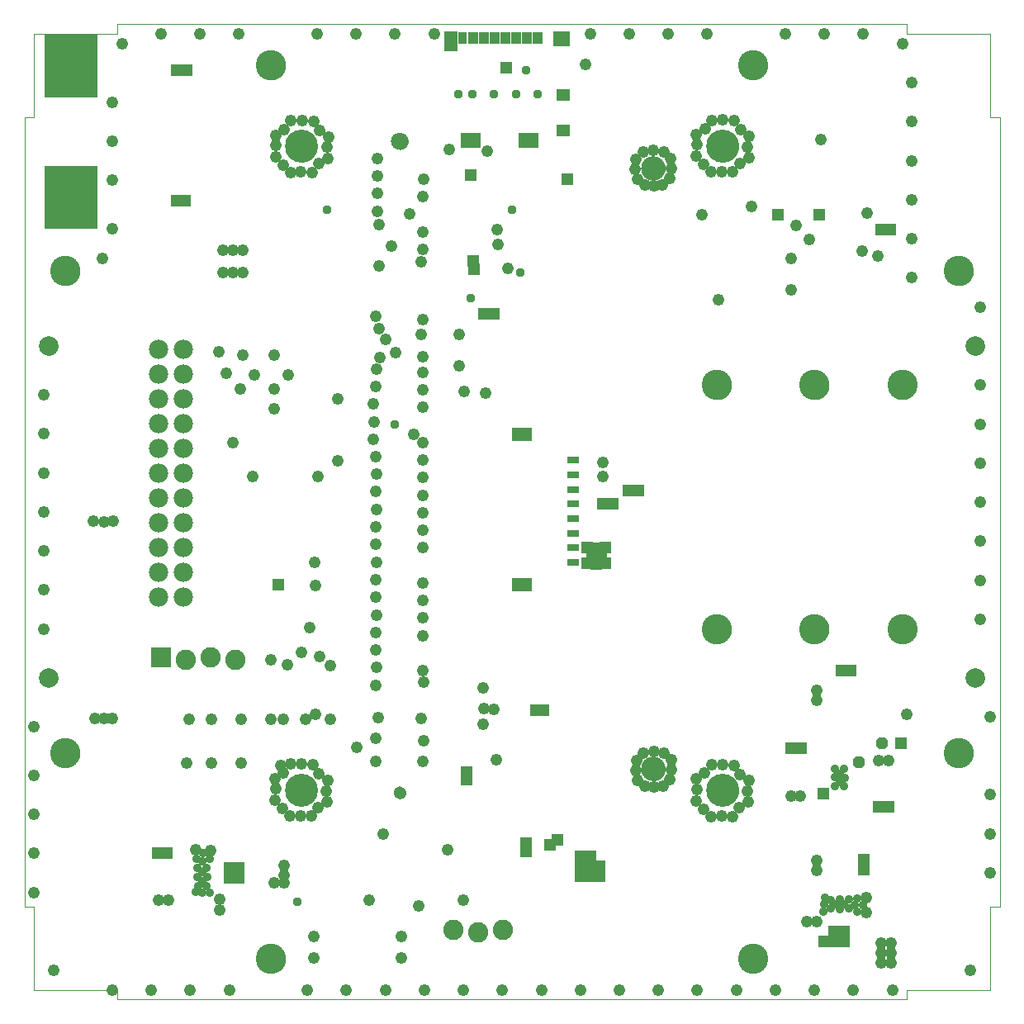
<source format=gbs>
G75*
%MOIN*%
%OFA0B0*%
%FSLAX25Y25*%
%IPPOS*%
%LPD*%
%AMOC8*
5,1,8,0,0,1.08239X$1,22.5*
%
%ADD10C,0.00000*%
%ADD11C,0.12217*%
%ADD12R,0.21654X0.25591*%
%ADD13C,0.07903*%
%ADD14C,0.07800*%
%ADD15R,0.08200X0.08200*%
%ADD16C,0.08200*%
%ADD17C,0.07099*%
%ADD18C,0.05131*%
%ADD19C,0.09855*%
%ADD20C,0.13320*%
%ADD21R,0.04146X0.05131*%
%ADD22R,0.03753X0.05131*%
%ADD23R,0.06902X0.06115*%
%ADD24R,0.05406X0.07887*%
%ADD25R,0.08280X0.06115*%
%ADD26R,0.05524X0.04737*%
%ADD27R,0.04737X0.03162*%
%ADD28R,0.07887X0.05721*%
%ADD29C,0.04762*%
%ADD30R,0.04762X0.04762*%
%ADD31C,0.03778*%
%ADD32OC8,0.04762*%
%ADD33C,0.03581*%
D10*
X0025344Y0022313D02*
X0025344Y0055778D01*
X0021407Y0055778D01*
X0021407Y0374675D01*
X0025344Y0374675D01*
X0025344Y0408140D01*
X0058809Y0408140D01*
X0058809Y0412077D01*
X0377707Y0412077D01*
X0377707Y0408140D01*
X0411171Y0408140D01*
X0411171Y0374675D01*
X0415108Y0374675D01*
X0415108Y0055778D01*
X0411171Y0055778D01*
X0411171Y0022313D01*
X0377707Y0022313D01*
X0377707Y0018376D01*
X0058809Y0018376D01*
X0058809Y0022313D01*
X0025344Y0022313D01*
X0032234Y0117982D02*
X0032236Y0118133D01*
X0032242Y0118283D01*
X0032252Y0118434D01*
X0032266Y0118584D01*
X0032284Y0118733D01*
X0032305Y0118883D01*
X0032331Y0119031D01*
X0032361Y0119179D01*
X0032394Y0119326D01*
X0032432Y0119472D01*
X0032473Y0119617D01*
X0032518Y0119761D01*
X0032567Y0119903D01*
X0032620Y0120044D01*
X0032676Y0120184D01*
X0032736Y0120322D01*
X0032799Y0120459D01*
X0032867Y0120594D01*
X0032937Y0120727D01*
X0033011Y0120858D01*
X0033089Y0120987D01*
X0033170Y0121114D01*
X0033254Y0121239D01*
X0033342Y0121362D01*
X0033433Y0121482D01*
X0033527Y0121600D01*
X0033624Y0121715D01*
X0033724Y0121828D01*
X0033827Y0121938D01*
X0033933Y0122045D01*
X0034042Y0122150D01*
X0034153Y0122251D01*
X0034267Y0122350D01*
X0034383Y0122445D01*
X0034503Y0122538D01*
X0034624Y0122627D01*
X0034748Y0122713D01*
X0034874Y0122796D01*
X0035002Y0122875D01*
X0035132Y0122951D01*
X0035264Y0123024D01*
X0035398Y0123092D01*
X0035534Y0123158D01*
X0035672Y0123220D01*
X0035811Y0123278D01*
X0035951Y0123332D01*
X0036093Y0123383D01*
X0036236Y0123430D01*
X0036381Y0123473D01*
X0036526Y0123512D01*
X0036673Y0123548D01*
X0036820Y0123579D01*
X0036968Y0123607D01*
X0037117Y0123631D01*
X0037266Y0123651D01*
X0037416Y0123667D01*
X0037566Y0123679D01*
X0037717Y0123687D01*
X0037868Y0123691D01*
X0038018Y0123691D01*
X0038169Y0123687D01*
X0038320Y0123679D01*
X0038470Y0123667D01*
X0038620Y0123651D01*
X0038769Y0123631D01*
X0038918Y0123607D01*
X0039066Y0123579D01*
X0039213Y0123548D01*
X0039360Y0123512D01*
X0039505Y0123473D01*
X0039650Y0123430D01*
X0039793Y0123383D01*
X0039935Y0123332D01*
X0040075Y0123278D01*
X0040214Y0123220D01*
X0040352Y0123158D01*
X0040488Y0123092D01*
X0040622Y0123024D01*
X0040754Y0122951D01*
X0040884Y0122875D01*
X0041012Y0122796D01*
X0041138Y0122713D01*
X0041262Y0122627D01*
X0041383Y0122538D01*
X0041503Y0122445D01*
X0041619Y0122350D01*
X0041733Y0122251D01*
X0041844Y0122150D01*
X0041953Y0122045D01*
X0042059Y0121938D01*
X0042162Y0121828D01*
X0042262Y0121715D01*
X0042359Y0121600D01*
X0042453Y0121482D01*
X0042544Y0121362D01*
X0042632Y0121239D01*
X0042716Y0121114D01*
X0042797Y0120987D01*
X0042875Y0120858D01*
X0042949Y0120727D01*
X0043019Y0120594D01*
X0043087Y0120459D01*
X0043150Y0120322D01*
X0043210Y0120184D01*
X0043266Y0120044D01*
X0043319Y0119903D01*
X0043368Y0119761D01*
X0043413Y0119617D01*
X0043454Y0119472D01*
X0043492Y0119326D01*
X0043525Y0119179D01*
X0043555Y0119031D01*
X0043581Y0118883D01*
X0043602Y0118733D01*
X0043620Y0118584D01*
X0043634Y0118434D01*
X0043644Y0118283D01*
X0043650Y0118133D01*
X0043652Y0117982D01*
X0043650Y0117831D01*
X0043644Y0117681D01*
X0043634Y0117530D01*
X0043620Y0117380D01*
X0043602Y0117231D01*
X0043581Y0117081D01*
X0043555Y0116933D01*
X0043525Y0116785D01*
X0043492Y0116638D01*
X0043454Y0116492D01*
X0043413Y0116347D01*
X0043368Y0116203D01*
X0043319Y0116061D01*
X0043266Y0115920D01*
X0043210Y0115780D01*
X0043150Y0115642D01*
X0043087Y0115505D01*
X0043019Y0115370D01*
X0042949Y0115237D01*
X0042875Y0115106D01*
X0042797Y0114977D01*
X0042716Y0114850D01*
X0042632Y0114725D01*
X0042544Y0114602D01*
X0042453Y0114482D01*
X0042359Y0114364D01*
X0042262Y0114249D01*
X0042162Y0114136D01*
X0042059Y0114026D01*
X0041953Y0113919D01*
X0041844Y0113814D01*
X0041733Y0113713D01*
X0041619Y0113614D01*
X0041503Y0113519D01*
X0041383Y0113426D01*
X0041262Y0113337D01*
X0041138Y0113251D01*
X0041012Y0113168D01*
X0040884Y0113089D01*
X0040754Y0113013D01*
X0040622Y0112940D01*
X0040488Y0112872D01*
X0040352Y0112806D01*
X0040214Y0112744D01*
X0040075Y0112686D01*
X0039935Y0112632D01*
X0039793Y0112581D01*
X0039650Y0112534D01*
X0039505Y0112491D01*
X0039360Y0112452D01*
X0039213Y0112416D01*
X0039066Y0112385D01*
X0038918Y0112357D01*
X0038769Y0112333D01*
X0038620Y0112313D01*
X0038470Y0112297D01*
X0038320Y0112285D01*
X0038169Y0112277D01*
X0038018Y0112273D01*
X0037868Y0112273D01*
X0037717Y0112277D01*
X0037566Y0112285D01*
X0037416Y0112297D01*
X0037266Y0112313D01*
X0037117Y0112333D01*
X0036968Y0112357D01*
X0036820Y0112385D01*
X0036673Y0112416D01*
X0036526Y0112452D01*
X0036381Y0112491D01*
X0036236Y0112534D01*
X0036093Y0112581D01*
X0035951Y0112632D01*
X0035811Y0112686D01*
X0035672Y0112744D01*
X0035534Y0112806D01*
X0035398Y0112872D01*
X0035264Y0112940D01*
X0035132Y0113013D01*
X0035002Y0113089D01*
X0034874Y0113168D01*
X0034748Y0113251D01*
X0034624Y0113337D01*
X0034503Y0113426D01*
X0034383Y0113519D01*
X0034267Y0113614D01*
X0034153Y0113713D01*
X0034042Y0113814D01*
X0033933Y0113919D01*
X0033827Y0114026D01*
X0033724Y0114136D01*
X0033624Y0114249D01*
X0033527Y0114364D01*
X0033433Y0114482D01*
X0033342Y0114602D01*
X0033254Y0114725D01*
X0033170Y0114850D01*
X0033089Y0114977D01*
X0033011Y0115106D01*
X0032937Y0115237D01*
X0032867Y0115370D01*
X0032799Y0115505D01*
X0032736Y0115642D01*
X0032676Y0115780D01*
X0032620Y0115920D01*
X0032567Y0116061D01*
X0032518Y0116203D01*
X0032473Y0116347D01*
X0032432Y0116492D01*
X0032394Y0116638D01*
X0032361Y0116785D01*
X0032331Y0116933D01*
X0032305Y0117081D01*
X0032284Y0117231D01*
X0032266Y0117380D01*
X0032252Y0117530D01*
X0032242Y0117681D01*
X0032236Y0117831D01*
X0032234Y0117982D01*
X0027698Y0148297D02*
X0027700Y0148416D01*
X0027706Y0148534D01*
X0027716Y0148653D01*
X0027730Y0148770D01*
X0027747Y0148888D01*
X0027769Y0149005D01*
X0027795Y0149120D01*
X0027824Y0149235D01*
X0027857Y0149349D01*
X0027895Y0149462D01*
X0027935Y0149574D01*
X0027980Y0149684D01*
X0028028Y0149792D01*
X0028080Y0149899D01*
X0028135Y0150004D01*
X0028194Y0150107D01*
X0028256Y0150208D01*
X0028322Y0150307D01*
X0028390Y0150404D01*
X0028462Y0150498D01*
X0028538Y0150590D01*
X0028616Y0150680D01*
X0028697Y0150766D01*
X0028781Y0150850D01*
X0028867Y0150931D01*
X0028957Y0151009D01*
X0029049Y0151085D01*
X0029143Y0151157D01*
X0029240Y0151225D01*
X0029339Y0151291D01*
X0029440Y0151353D01*
X0029543Y0151412D01*
X0029648Y0151467D01*
X0029755Y0151519D01*
X0029863Y0151567D01*
X0029973Y0151612D01*
X0030085Y0151652D01*
X0030198Y0151690D01*
X0030312Y0151723D01*
X0030427Y0151752D01*
X0030542Y0151778D01*
X0030659Y0151800D01*
X0030777Y0151817D01*
X0030894Y0151831D01*
X0031013Y0151841D01*
X0031131Y0151847D01*
X0031250Y0151849D01*
X0031369Y0151847D01*
X0031487Y0151841D01*
X0031606Y0151831D01*
X0031723Y0151817D01*
X0031841Y0151800D01*
X0031958Y0151778D01*
X0032073Y0151752D01*
X0032188Y0151723D01*
X0032302Y0151690D01*
X0032415Y0151652D01*
X0032527Y0151612D01*
X0032637Y0151567D01*
X0032745Y0151519D01*
X0032852Y0151467D01*
X0032957Y0151412D01*
X0033060Y0151353D01*
X0033161Y0151291D01*
X0033260Y0151225D01*
X0033357Y0151157D01*
X0033451Y0151085D01*
X0033543Y0151009D01*
X0033633Y0150931D01*
X0033719Y0150850D01*
X0033803Y0150766D01*
X0033884Y0150680D01*
X0033962Y0150590D01*
X0034038Y0150498D01*
X0034110Y0150404D01*
X0034178Y0150307D01*
X0034244Y0150208D01*
X0034306Y0150107D01*
X0034365Y0150004D01*
X0034420Y0149899D01*
X0034472Y0149792D01*
X0034520Y0149684D01*
X0034565Y0149574D01*
X0034605Y0149462D01*
X0034643Y0149349D01*
X0034676Y0149235D01*
X0034705Y0149120D01*
X0034731Y0149005D01*
X0034753Y0148888D01*
X0034770Y0148770D01*
X0034784Y0148653D01*
X0034794Y0148534D01*
X0034800Y0148416D01*
X0034802Y0148297D01*
X0034800Y0148178D01*
X0034794Y0148060D01*
X0034784Y0147941D01*
X0034770Y0147824D01*
X0034753Y0147706D01*
X0034731Y0147589D01*
X0034705Y0147474D01*
X0034676Y0147359D01*
X0034643Y0147245D01*
X0034605Y0147132D01*
X0034565Y0147020D01*
X0034520Y0146910D01*
X0034472Y0146802D01*
X0034420Y0146695D01*
X0034365Y0146590D01*
X0034306Y0146487D01*
X0034244Y0146386D01*
X0034178Y0146287D01*
X0034110Y0146190D01*
X0034038Y0146096D01*
X0033962Y0146004D01*
X0033884Y0145914D01*
X0033803Y0145828D01*
X0033719Y0145744D01*
X0033633Y0145663D01*
X0033543Y0145585D01*
X0033451Y0145509D01*
X0033357Y0145437D01*
X0033260Y0145369D01*
X0033161Y0145303D01*
X0033060Y0145241D01*
X0032957Y0145182D01*
X0032852Y0145127D01*
X0032745Y0145075D01*
X0032637Y0145027D01*
X0032527Y0144982D01*
X0032415Y0144942D01*
X0032302Y0144904D01*
X0032188Y0144871D01*
X0032073Y0144842D01*
X0031958Y0144816D01*
X0031841Y0144794D01*
X0031723Y0144777D01*
X0031606Y0144763D01*
X0031487Y0144753D01*
X0031369Y0144747D01*
X0031250Y0144745D01*
X0031131Y0144747D01*
X0031013Y0144753D01*
X0030894Y0144763D01*
X0030777Y0144777D01*
X0030659Y0144794D01*
X0030542Y0144816D01*
X0030427Y0144842D01*
X0030312Y0144871D01*
X0030198Y0144904D01*
X0030085Y0144942D01*
X0029973Y0144982D01*
X0029863Y0145027D01*
X0029755Y0145075D01*
X0029648Y0145127D01*
X0029543Y0145182D01*
X0029440Y0145241D01*
X0029339Y0145303D01*
X0029240Y0145369D01*
X0029143Y0145437D01*
X0029049Y0145509D01*
X0028957Y0145585D01*
X0028867Y0145663D01*
X0028781Y0145744D01*
X0028697Y0145828D01*
X0028616Y0145914D01*
X0028538Y0146004D01*
X0028462Y0146096D01*
X0028390Y0146190D01*
X0028322Y0146287D01*
X0028256Y0146386D01*
X0028194Y0146487D01*
X0028135Y0146590D01*
X0028080Y0146695D01*
X0028028Y0146802D01*
X0027980Y0146910D01*
X0027935Y0147020D01*
X0027895Y0147132D01*
X0027857Y0147245D01*
X0027824Y0147359D01*
X0027795Y0147474D01*
X0027769Y0147589D01*
X0027747Y0147706D01*
X0027730Y0147824D01*
X0027716Y0147941D01*
X0027706Y0148060D01*
X0027700Y0148178D01*
X0027698Y0148297D01*
X0126959Y0103022D02*
X0126961Y0103180D01*
X0126967Y0103338D01*
X0126977Y0103495D01*
X0126991Y0103653D01*
X0127009Y0103810D01*
X0127031Y0103966D01*
X0127056Y0104122D01*
X0127086Y0104277D01*
X0127120Y0104431D01*
X0127157Y0104585D01*
X0127199Y0104737D01*
X0127244Y0104889D01*
X0127293Y0105039D01*
X0127346Y0105188D01*
X0127402Y0105335D01*
X0127462Y0105481D01*
X0127526Y0105626D01*
X0127594Y0105769D01*
X0127665Y0105910D01*
X0127739Y0106049D01*
X0127818Y0106186D01*
X0127899Y0106321D01*
X0127984Y0106455D01*
X0128072Y0106586D01*
X0128164Y0106714D01*
X0128259Y0106841D01*
X0128357Y0106965D01*
X0128458Y0107086D01*
X0128562Y0107205D01*
X0128669Y0107321D01*
X0128779Y0107435D01*
X0128891Y0107545D01*
X0129007Y0107653D01*
X0129125Y0107758D01*
X0129246Y0107859D01*
X0129369Y0107958D01*
X0129495Y0108054D01*
X0129623Y0108146D01*
X0129753Y0108235D01*
X0129886Y0108321D01*
X0130021Y0108403D01*
X0130158Y0108482D01*
X0130296Y0108558D01*
X0130437Y0108630D01*
X0130579Y0108698D01*
X0130723Y0108763D01*
X0130869Y0108824D01*
X0131016Y0108882D01*
X0131165Y0108935D01*
X0131315Y0108985D01*
X0131466Y0109031D01*
X0131618Y0109074D01*
X0131771Y0109112D01*
X0131925Y0109147D01*
X0132080Y0109178D01*
X0132236Y0109204D01*
X0132392Y0109227D01*
X0132549Y0109246D01*
X0132706Y0109261D01*
X0132864Y0109272D01*
X0133022Y0109279D01*
X0133180Y0109282D01*
X0133337Y0109281D01*
X0133495Y0109276D01*
X0133653Y0109267D01*
X0133810Y0109254D01*
X0133968Y0109237D01*
X0134124Y0109216D01*
X0134280Y0109191D01*
X0134435Y0109163D01*
X0134590Y0109130D01*
X0134744Y0109093D01*
X0134896Y0109053D01*
X0135048Y0109009D01*
X0135198Y0108961D01*
X0135348Y0108909D01*
X0135496Y0108853D01*
X0135642Y0108794D01*
X0135787Y0108731D01*
X0135930Y0108665D01*
X0136072Y0108594D01*
X0136211Y0108521D01*
X0136349Y0108443D01*
X0136485Y0108363D01*
X0136618Y0108279D01*
X0136750Y0108191D01*
X0136879Y0108100D01*
X0137006Y0108006D01*
X0137131Y0107909D01*
X0137253Y0107809D01*
X0137372Y0107706D01*
X0137489Y0107599D01*
X0137603Y0107490D01*
X0137715Y0107378D01*
X0137823Y0107263D01*
X0137929Y0107146D01*
X0138031Y0107026D01*
X0138131Y0106903D01*
X0138227Y0106778D01*
X0138320Y0106650D01*
X0138410Y0106520D01*
X0138497Y0106388D01*
X0138580Y0106254D01*
X0138660Y0106118D01*
X0138736Y0105979D01*
X0138809Y0105839D01*
X0138879Y0105697D01*
X0138944Y0105554D01*
X0139006Y0105408D01*
X0139065Y0105262D01*
X0139119Y0105113D01*
X0139170Y0104964D01*
X0139217Y0104813D01*
X0139261Y0104661D01*
X0139300Y0104508D01*
X0139336Y0104354D01*
X0139367Y0104200D01*
X0139395Y0104044D01*
X0139419Y0103888D01*
X0139439Y0103731D01*
X0139455Y0103574D01*
X0139467Y0103417D01*
X0139475Y0103259D01*
X0139479Y0103101D01*
X0139479Y0102943D01*
X0139475Y0102785D01*
X0139467Y0102627D01*
X0139455Y0102470D01*
X0139439Y0102313D01*
X0139419Y0102156D01*
X0139395Y0102000D01*
X0139367Y0101844D01*
X0139336Y0101690D01*
X0139300Y0101536D01*
X0139261Y0101383D01*
X0139217Y0101231D01*
X0139170Y0101080D01*
X0139119Y0100931D01*
X0139065Y0100782D01*
X0139006Y0100636D01*
X0138944Y0100490D01*
X0138879Y0100347D01*
X0138809Y0100205D01*
X0138736Y0100065D01*
X0138660Y0099926D01*
X0138580Y0099790D01*
X0138497Y0099656D01*
X0138410Y0099524D01*
X0138320Y0099394D01*
X0138227Y0099266D01*
X0138131Y0099141D01*
X0138031Y0099018D01*
X0137929Y0098898D01*
X0137823Y0098781D01*
X0137715Y0098666D01*
X0137603Y0098554D01*
X0137489Y0098445D01*
X0137372Y0098338D01*
X0137253Y0098235D01*
X0137131Y0098135D01*
X0137006Y0098038D01*
X0136879Y0097944D01*
X0136750Y0097853D01*
X0136618Y0097765D01*
X0136485Y0097681D01*
X0136349Y0097601D01*
X0136211Y0097523D01*
X0136072Y0097450D01*
X0135930Y0097379D01*
X0135787Y0097313D01*
X0135642Y0097250D01*
X0135496Y0097191D01*
X0135348Y0097135D01*
X0135198Y0097083D01*
X0135048Y0097035D01*
X0134896Y0096991D01*
X0134744Y0096951D01*
X0134590Y0096914D01*
X0134435Y0096881D01*
X0134280Y0096853D01*
X0134124Y0096828D01*
X0133968Y0096807D01*
X0133810Y0096790D01*
X0133653Y0096777D01*
X0133495Y0096768D01*
X0133337Y0096763D01*
X0133180Y0096762D01*
X0133022Y0096765D01*
X0132864Y0096772D01*
X0132706Y0096783D01*
X0132549Y0096798D01*
X0132392Y0096817D01*
X0132236Y0096840D01*
X0132080Y0096866D01*
X0131925Y0096897D01*
X0131771Y0096932D01*
X0131618Y0096970D01*
X0131466Y0097013D01*
X0131315Y0097059D01*
X0131165Y0097109D01*
X0131016Y0097162D01*
X0130869Y0097220D01*
X0130723Y0097281D01*
X0130579Y0097346D01*
X0130437Y0097414D01*
X0130296Y0097486D01*
X0130158Y0097562D01*
X0130021Y0097641D01*
X0129886Y0097723D01*
X0129753Y0097809D01*
X0129623Y0097898D01*
X0129495Y0097990D01*
X0129369Y0098086D01*
X0129246Y0098185D01*
X0129125Y0098286D01*
X0129007Y0098391D01*
X0128891Y0098499D01*
X0128779Y0098609D01*
X0128669Y0098723D01*
X0128562Y0098839D01*
X0128458Y0098958D01*
X0128357Y0099079D01*
X0128259Y0099203D01*
X0128164Y0099330D01*
X0128072Y0099458D01*
X0127984Y0099589D01*
X0127899Y0099723D01*
X0127818Y0099858D01*
X0127739Y0099995D01*
X0127665Y0100134D01*
X0127594Y0100275D01*
X0127526Y0100418D01*
X0127462Y0100563D01*
X0127402Y0100709D01*
X0127346Y0100856D01*
X0127293Y0101005D01*
X0127244Y0101155D01*
X0127199Y0101307D01*
X0127157Y0101459D01*
X0127120Y0101613D01*
X0127086Y0101767D01*
X0127056Y0101922D01*
X0127031Y0102078D01*
X0127009Y0102234D01*
X0126991Y0102391D01*
X0126977Y0102549D01*
X0126967Y0102706D01*
X0126961Y0102864D01*
X0126959Y0103022D01*
X0170817Y0101841D02*
X0170819Y0101934D01*
X0170825Y0102026D01*
X0170835Y0102118D01*
X0170849Y0102209D01*
X0170866Y0102300D01*
X0170888Y0102390D01*
X0170913Y0102479D01*
X0170942Y0102567D01*
X0170975Y0102653D01*
X0171012Y0102738D01*
X0171052Y0102822D01*
X0171096Y0102903D01*
X0171143Y0102983D01*
X0171193Y0103061D01*
X0171247Y0103136D01*
X0171304Y0103209D01*
X0171364Y0103279D01*
X0171427Y0103347D01*
X0171493Y0103412D01*
X0171561Y0103474D01*
X0171632Y0103534D01*
X0171706Y0103590D01*
X0171782Y0103643D01*
X0171860Y0103692D01*
X0171940Y0103739D01*
X0172022Y0103781D01*
X0172106Y0103821D01*
X0172191Y0103856D01*
X0172278Y0103888D01*
X0172366Y0103917D01*
X0172455Y0103941D01*
X0172545Y0103962D01*
X0172636Y0103978D01*
X0172728Y0103991D01*
X0172820Y0104000D01*
X0172913Y0104005D01*
X0173005Y0104006D01*
X0173098Y0104003D01*
X0173190Y0103996D01*
X0173282Y0103985D01*
X0173373Y0103970D01*
X0173464Y0103952D01*
X0173554Y0103929D01*
X0173642Y0103903D01*
X0173730Y0103873D01*
X0173816Y0103839D01*
X0173900Y0103802D01*
X0173983Y0103760D01*
X0174064Y0103716D01*
X0174144Y0103668D01*
X0174221Y0103617D01*
X0174295Y0103562D01*
X0174368Y0103504D01*
X0174438Y0103444D01*
X0174505Y0103380D01*
X0174569Y0103314D01*
X0174631Y0103244D01*
X0174689Y0103173D01*
X0174744Y0103099D01*
X0174796Y0103022D01*
X0174845Y0102943D01*
X0174891Y0102863D01*
X0174933Y0102780D01*
X0174971Y0102696D01*
X0175006Y0102610D01*
X0175037Y0102523D01*
X0175064Y0102435D01*
X0175087Y0102345D01*
X0175107Y0102255D01*
X0175123Y0102164D01*
X0175135Y0102072D01*
X0175143Y0101980D01*
X0175147Y0101887D01*
X0175147Y0101795D01*
X0175143Y0101702D01*
X0175135Y0101610D01*
X0175123Y0101518D01*
X0175107Y0101427D01*
X0175087Y0101337D01*
X0175064Y0101247D01*
X0175037Y0101159D01*
X0175006Y0101072D01*
X0174971Y0100986D01*
X0174933Y0100902D01*
X0174891Y0100819D01*
X0174845Y0100739D01*
X0174796Y0100660D01*
X0174744Y0100583D01*
X0174689Y0100509D01*
X0174631Y0100438D01*
X0174569Y0100368D01*
X0174505Y0100302D01*
X0174438Y0100238D01*
X0174368Y0100178D01*
X0174295Y0100120D01*
X0174221Y0100065D01*
X0174144Y0100014D01*
X0174065Y0099966D01*
X0173983Y0099922D01*
X0173900Y0099880D01*
X0173816Y0099843D01*
X0173730Y0099809D01*
X0173642Y0099779D01*
X0173554Y0099753D01*
X0173464Y0099730D01*
X0173373Y0099712D01*
X0173282Y0099697D01*
X0173190Y0099686D01*
X0173098Y0099679D01*
X0173005Y0099676D01*
X0172913Y0099677D01*
X0172820Y0099682D01*
X0172728Y0099691D01*
X0172636Y0099704D01*
X0172545Y0099720D01*
X0172455Y0099741D01*
X0172366Y0099765D01*
X0172278Y0099794D01*
X0172191Y0099826D01*
X0172106Y0099861D01*
X0172022Y0099901D01*
X0171940Y0099943D01*
X0171860Y0099990D01*
X0171782Y0100039D01*
X0171706Y0100092D01*
X0171632Y0100148D01*
X0171561Y0100208D01*
X0171493Y0100270D01*
X0171427Y0100335D01*
X0171364Y0100403D01*
X0171304Y0100473D01*
X0171247Y0100546D01*
X0171193Y0100621D01*
X0171143Y0100699D01*
X0171096Y0100779D01*
X0171052Y0100860D01*
X0171012Y0100944D01*
X0170975Y0101029D01*
X0170942Y0101115D01*
X0170913Y0101203D01*
X0170888Y0101292D01*
X0170866Y0101382D01*
X0170849Y0101473D01*
X0170835Y0101564D01*
X0170825Y0101656D01*
X0170819Y0101748D01*
X0170817Y0101841D01*
X0115305Y0034911D02*
X0115307Y0035062D01*
X0115313Y0035212D01*
X0115323Y0035363D01*
X0115337Y0035513D01*
X0115355Y0035662D01*
X0115376Y0035812D01*
X0115402Y0035960D01*
X0115432Y0036108D01*
X0115465Y0036255D01*
X0115503Y0036401D01*
X0115544Y0036546D01*
X0115589Y0036690D01*
X0115638Y0036832D01*
X0115691Y0036973D01*
X0115747Y0037113D01*
X0115807Y0037251D01*
X0115870Y0037388D01*
X0115938Y0037523D01*
X0116008Y0037656D01*
X0116082Y0037787D01*
X0116160Y0037916D01*
X0116241Y0038043D01*
X0116325Y0038168D01*
X0116413Y0038291D01*
X0116504Y0038411D01*
X0116598Y0038529D01*
X0116695Y0038644D01*
X0116795Y0038757D01*
X0116898Y0038867D01*
X0117004Y0038974D01*
X0117113Y0039079D01*
X0117224Y0039180D01*
X0117338Y0039279D01*
X0117454Y0039374D01*
X0117574Y0039467D01*
X0117695Y0039556D01*
X0117819Y0039642D01*
X0117945Y0039725D01*
X0118073Y0039804D01*
X0118203Y0039880D01*
X0118335Y0039953D01*
X0118469Y0040021D01*
X0118605Y0040087D01*
X0118743Y0040149D01*
X0118882Y0040207D01*
X0119022Y0040261D01*
X0119164Y0040312D01*
X0119307Y0040359D01*
X0119452Y0040402D01*
X0119597Y0040441D01*
X0119744Y0040477D01*
X0119891Y0040508D01*
X0120039Y0040536D01*
X0120188Y0040560D01*
X0120337Y0040580D01*
X0120487Y0040596D01*
X0120637Y0040608D01*
X0120788Y0040616D01*
X0120939Y0040620D01*
X0121089Y0040620D01*
X0121240Y0040616D01*
X0121391Y0040608D01*
X0121541Y0040596D01*
X0121691Y0040580D01*
X0121840Y0040560D01*
X0121989Y0040536D01*
X0122137Y0040508D01*
X0122284Y0040477D01*
X0122431Y0040441D01*
X0122576Y0040402D01*
X0122721Y0040359D01*
X0122864Y0040312D01*
X0123006Y0040261D01*
X0123146Y0040207D01*
X0123285Y0040149D01*
X0123423Y0040087D01*
X0123559Y0040021D01*
X0123693Y0039953D01*
X0123825Y0039880D01*
X0123955Y0039804D01*
X0124083Y0039725D01*
X0124209Y0039642D01*
X0124333Y0039556D01*
X0124454Y0039467D01*
X0124574Y0039374D01*
X0124690Y0039279D01*
X0124804Y0039180D01*
X0124915Y0039079D01*
X0125024Y0038974D01*
X0125130Y0038867D01*
X0125233Y0038757D01*
X0125333Y0038644D01*
X0125430Y0038529D01*
X0125524Y0038411D01*
X0125615Y0038291D01*
X0125703Y0038168D01*
X0125787Y0038043D01*
X0125868Y0037916D01*
X0125946Y0037787D01*
X0126020Y0037656D01*
X0126090Y0037523D01*
X0126158Y0037388D01*
X0126221Y0037251D01*
X0126281Y0037113D01*
X0126337Y0036973D01*
X0126390Y0036832D01*
X0126439Y0036690D01*
X0126484Y0036546D01*
X0126525Y0036401D01*
X0126563Y0036255D01*
X0126596Y0036108D01*
X0126626Y0035960D01*
X0126652Y0035812D01*
X0126673Y0035662D01*
X0126691Y0035513D01*
X0126705Y0035363D01*
X0126715Y0035212D01*
X0126721Y0035062D01*
X0126723Y0034911D01*
X0126721Y0034760D01*
X0126715Y0034610D01*
X0126705Y0034459D01*
X0126691Y0034309D01*
X0126673Y0034160D01*
X0126652Y0034010D01*
X0126626Y0033862D01*
X0126596Y0033714D01*
X0126563Y0033567D01*
X0126525Y0033421D01*
X0126484Y0033276D01*
X0126439Y0033132D01*
X0126390Y0032990D01*
X0126337Y0032849D01*
X0126281Y0032709D01*
X0126221Y0032571D01*
X0126158Y0032434D01*
X0126090Y0032299D01*
X0126020Y0032166D01*
X0125946Y0032035D01*
X0125868Y0031906D01*
X0125787Y0031779D01*
X0125703Y0031654D01*
X0125615Y0031531D01*
X0125524Y0031411D01*
X0125430Y0031293D01*
X0125333Y0031178D01*
X0125233Y0031065D01*
X0125130Y0030955D01*
X0125024Y0030848D01*
X0124915Y0030743D01*
X0124804Y0030642D01*
X0124690Y0030543D01*
X0124574Y0030448D01*
X0124454Y0030355D01*
X0124333Y0030266D01*
X0124209Y0030180D01*
X0124083Y0030097D01*
X0123955Y0030018D01*
X0123825Y0029942D01*
X0123693Y0029869D01*
X0123559Y0029801D01*
X0123423Y0029735D01*
X0123285Y0029673D01*
X0123146Y0029615D01*
X0123006Y0029561D01*
X0122864Y0029510D01*
X0122721Y0029463D01*
X0122576Y0029420D01*
X0122431Y0029381D01*
X0122284Y0029345D01*
X0122137Y0029314D01*
X0121989Y0029286D01*
X0121840Y0029262D01*
X0121691Y0029242D01*
X0121541Y0029226D01*
X0121391Y0029214D01*
X0121240Y0029206D01*
X0121089Y0029202D01*
X0120939Y0029202D01*
X0120788Y0029206D01*
X0120637Y0029214D01*
X0120487Y0029226D01*
X0120337Y0029242D01*
X0120188Y0029262D01*
X0120039Y0029286D01*
X0119891Y0029314D01*
X0119744Y0029345D01*
X0119597Y0029381D01*
X0119452Y0029420D01*
X0119307Y0029463D01*
X0119164Y0029510D01*
X0119022Y0029561D01*
X0118882Y0029615D01*
X0118743Y0029673D01*
X0118605Y0029735D01*
X0118469Y0029801D01*
X0118335Y0029869D01*
X0118203Y0029942D01*
X0118073Y0030018D01*
X0117945Y0030097D01*
X0117819Y0030180D01*
X0117695Y0030266D01*
X0117574Y0030355D01*
X0117454Y0030448D01*
X0117338Y0030543D01*
X0117224Y0030642D01*
X0117113Y0030743D01*
X0117004Y0030848D01*
X0116898Y0030955D01*
X0116795Y0031065D01*
X0116695Y0031178D01*
X0116598Y0031293D01*
X0116504Y0031411D01*
X0116413Y0031531D01*
X0116325Y0031654D01*
X0116241Y0031779D01*
X0116160Y0031906D01*
X0116082Y0032035D01*
X0116008Y0032166D01*
X0115938Y0032299D01*
X0115870Y0032434D01*
X0115807Y0032571D01*
X0115747Y0032709D01*
X0115691Y0032849D01*
X0115638Y0032990D01*
X0115589Y0033132D01*
X0115544Y0033276D01*
X0115503Y0033421D01*
X0115465Y0033567D01*
X0115432Y0033714D01*
X0115402Y0033862D01*
X0115376Y0034010D01*
X0115355Y0034160D01*
X0115337Y0034309D01*
X0115323Y0034459D01*
X0115313Y0034610D01*
X0115307Y0034760D01*
X0115305Y0034911D01*
X0270816Y0111486D02*
X0270818Y0111620D01*
X0270824Y0111754D01*
X0270834Y0111888D01*
X0270848Y0112022D01*
X0270866Y0112155D01*
X0270887Y0112287D01*
X0270913Y0112419D01*
X0270943Y0112550D01*
X0270976Y0112680D01*
X0271013Y0112808D01*
X0271055Y0112936D01*
X0271099Y0113063D01*
X0271148Y0113188D01*
X0271200Y0113311D01*
X0271256Y0113433D01*
X0271316Y0113554D01*
X0271379Y0113672D01*
X0271445Y0113789D01*
X0271515Y0113903D01*
X0271588Y0114016D01*
X0271665Y0114126D01*
X0271745Y0114234D01*
X0271828Y0114339D01*
X0271914Y0114442D01*
X0272003Y0114542D01*
X0272095Y0114640D01*
X0272190Y0114735D01*
X0272288Y0114827D01*
X0272388Y0114916D01*
X0272491Y0115002D01*
X0272596Y0115085D01*
X0272704Y0115165D01*
X0272814Y0115242D01*
X0272927Y0115315D01*
X0273041Y0115385D01*
X0273158Y0115451D01*
X0273276Y0115514D01*
X0273397Y0115574D01*
X0273519Y0115630D01*
X0273642Y0115682D01*
X0273767Y0115731D01*
X0273894Y0115775D01*
X0274022Y0115817D01*
X0274150Y0115854D01*
X0274280Y0115887D01*
X0274411Y0115917D01*
X0274543Y0115943D01*
X0274675Y0115964D01*
X0274808Y0115982D01*
X0274942Y0115996D01*
X0275076Y0116006D01*
X0275210Y0116012D01*
X0275344Y0116014D01*
X0275478Y0116012D01*
X0275612Y0116006D01*
X0275746Y0115996D01*
X0275880Y0115982D01*
X0276013Y0115964D01*
X0276145Y0115943D01*
X0276277Y0115917D01*
X0276408Y0115887D01*
X0276538Y0115854D01*
X0276666Y0115817D01*
X0276794Y0115775D01*
X0276921Y0115731D01*
X0277046Y0115682D01*
X0277169Y0115630D01*
X0277291Y0115574D01*
X0277412Y0115514D01*
X0277530Y0115451D01*
X0277647Y0115385D01*
X0277761Y0115315D01*
X0277874Y0115242D01*
X0277984Y0115165D01*
X0278092Y0115085D01*
X0278197Y0115002D01*
X0278300Y0114916D01*
X0278400Y0114827D01*
X0278498Y0114735D01*
X0278593Y0114640D01*
X0278685Y0114542D01*
X0278774Y0114442D01*
X0278860Y0114339D01*
X0278943Y0114234D01*
X0279023Y0114126D01*
X0279100Y0114016D01*
X0279173Y0113903D01*
X0279243Y0113789D01*
X0279309Y0113672D01*
X0279372Y0113554D01*
X0279432Y0113433D01*
X0279488Y0113311D01*
X0279540Y0113188D01*
X0279589Y0113063D01*
X0279633Y0112936D01*
X0279675Y0112808D01*
X0279712Y0112680D01*
X0279745Y0112550D01*
X0279775Y0112419D01*
X0279801Y0112287D01*
X0279822Y0112155D01*
X0279840Y0112022D01*
X0279854Y0111888D01*
X0279864Y0111754D01*
X0279870Y0111620D01*
X0279872Y0111486D01*
X0279870Y0111352D01*
X0279864Y0111218D01*
X0279854Y0111084D01*
X0279840Y0110950D01*
X0279822Y0110817D01*
X0279801Y0110685D01*
X0279775Y0110553D01*
X0279745Y0110422D01*
X0279712Y0110292D01*
X0279675Y0110164D01*
X0279633Y0110036D01*
X0279589Y0109909D01*
X0279540Y0109784D01*
X0279488Y0109661D01*
X0279432Y0109539D01*
X0279372Y0109418D01*
X0279309Y0109300D01*
X0279243Y0109183D01*
X0279173Y0109069D01*
X0279100Y0108956D01*
X0279023Y0108846D01*
X0278943Y0108738D01*
X0278860Y0108633D01*
X0278774Y0108530D01*
X0278685Y0108430D01*
X0278593Y0108332D01*
X0278498Y0108237D01*
X0278400Y0108145D01*
X0278300Y0108056D01*
X0278197Y0107970D01*
X0278092Y0107887D01*
X0277984Y0107807D01*
X0277874Y0107730D01*
X0277761Y0107657D01*
X0277647Y0107587D01*
X0277530Y0107521D01*
X0277412Y0107458D01*
X0277291Y0107398D01*
X0277169Y0107342D01*
X0277046Y0107290D01*
X0276921Y0107241D01*
X0276794Y0107197D01*
X0276666Y0107155D01*
X0276538Y0107118D01*
X0276408Y0107085D01*
X0276277Y0107055D01*
X0276145Y0107029D01*
X0276013Y0107008D01*
X0275880Y0106990D01*
X0275746Y0106976D01*
X0275612Y0106966D01*
X0275478Y0106960D01*
X0275344Y0106958D01*
X0275210Y0106960D01*
X0275076Y0106966D01*
X0274942Y0106976D01*
X0274808Y0106990D01*
X0274675Y0107008D01*
X0274543Y0107029D01*
X0274411Y0107055D01*
X0274280Y0107085D01*
X0274150Y0107118D01*
X0274022Y0107155D01*
X0273894Y0107197D01*
X0273767Y0107241D01*
X0273642Y0107290D01*
X0273519Y0107342D01*
X0273397Y0107398D01*
X0273276Y0107458D01*
X0273158Y0107521D01*
X0273041Y0107587D01*
X0272927Y0107657D01*
X0272814Y0107730D01*
X0272704Y0107807D01*
X0272596Y0107887D01*
X0272491Y0107970D01*
X0272388Y0108056D01*
X0272288Y0108145D01*
X0272190Y0108237D01*
X0272095Y0108332D01*
X0272003Y0108430D01*
X0271914Y0108530D01*
X0271828Y0108633D01*
X0271745Y0108738D01*
X0271665Y0108846D01*
X0271588Y0108956D01*
X0271515Y0109069D01*
X0271445Y0109183D01*
X0271379Y0109300D01*
X0271316Y0109418D01*
X0271256Y0109539D01*
X0271200Y0109661D01*
X0271148Y0109784D01*
X0271099Y0109909D01*
X0271055Y0110036D01*
X0271013Y0110164D01*
X0270976Y0110292D01*
X0270943Y0110422D01*
X0270913Y0110553D01*
X0270887Y0110685D01*
X0270866Y0110817D01*
X0270848Y0110950D01*
X0270834Y0111084D01*
X0270824Y0111218D01*
X0270818Y0111352D01*
X0270816Y0111486D01*
X0297037Y0103022D02*
X0297039Y0103180D01*
X0297045Y0103338D01*
X0297055Y0103495D01*
X0297069Y0103653D01*
X0297087Y0103810D01*
X0297109Y0103966D01*
X0297134Y0104122D01*
X0297164Y0104277D01*
X0297198Y0104431D01*
X0297235Y0104585D01*
X0297277Y0104737D01*
X0297322Y0104889D01*
X0297371Y0105039D01*
X0297424Y0105188D01*
X0297480Y0105335D01*
X0297540Y0105481D01*
X0297604Y0105626D01*
X0297672Y0105769D01*
X0297743Y0105910D01*
X0297817Y0106049D01*
X0297896Y0106186D01*
X0297977Y0106321D01*
X0298062Y0106455D01*
X0298150Y0106586D01*
X0298242Y0106714D01*
X0298337Y0106841D01*
X0298435Y0106965D01*
X0298536Y0107086D01*
X0298640Y0107205D01*
X0298747Y0107321D01*
X0298857Y0107435D01*
X0298969Y0107545D01*
X0299085Y0107653D01*
X0299203Y0107758D01*
X0299324Y0107859D01*
X0299447Y0107958D01*
X0299573Y0108054D01*
X0299701Y0108146D01*
X0299831Y0108235D01*
X0299964Y0108321D01*
X0300099Y0108403D01*
X0300236Y0108482D01*
X0300374Y0108558D01*
X0300515Y0108630D01*
X0300657Y0108698D01*
X0300801Y0108763D01*
X0300947Y0108824D01*
X0301094Y0108882D01*
X0301243Y0108935D01*
X0301393Y0108985D01*
X0301544Y0109031D01*
X0301696Y0109074D01*
X0301849Y0109112D01*
X0302003Y0109147D01*
X0302158Y0109178D01*
X0302314Y0109204D01*
X0302470Y0109227D01*
X0302627Y0109246D01*
X0302784Y0109261D01*
X0302942Y0109272D01*
X0303100Y0109279D01*
X0303258Y0109282D01*
X0303415Y0109281D01*
X0303573Y0109276D01*
X0303731Y0109267D01*
X0303888Y0109254D01*
X0304046Y0109237D01*
X0304202Y0109216D01*
X0304358Y0109191D01*
X0304513Y0109163D01*
X0304668Y0109130D01*
X0304822Y0109093D01*
X0304974Y0109053D01*
X0305126Y0109009D01*
X0305276Y0108961D01*
X0305426Y0108909D01*
X0305574Y0108853D01*
X0305720Y0108794D01*
X0305865Y0108731D01*
X0306008Y0108665D01*
X0306150Y0108594D01*
X0306289Y0108521D01*
X0306427Y0108443D01*
X0306563Y0108363D01*
X0306696Y0108279D01*
X0306828Y0108191D01*
X0306957Y0108100D01*
X0307084Y0108006D01*
X0307209Y0107909D01*
X0307331Y0107809D01*
X0307450Y0107706D01*
X0307567Y0107599D01*
X0307681Y0107490D01*
X0307793Y0107378D01*
X0307901Y0107263D01*
X0308007Y0107146D01*
X0308109Y0107026D01*
X0308209Y0106903D01*
X0308305Y0106778D01*
X0308398Y0106650D01*
X0308488Y0106520D01*
X0308575Y0106388D01*
X0308658Y0106254D01*
X0308738Y0106118D01*
X0308814Y0105979D01*
X0308887Y0105839D01*
X0308957Y0105697D01*
X0309022Y0105554D01*
X0309084Y0105408D01*
X0309143Y0105262D01*
X0309197Y0105113D01*
X0309248Y0104964D01*
X0309295Y0104813D01*
X0309339Y0104661D01*
X0309378Y0104508D01*
X0309414Y0104354D01*
X0309445Y0104200D01*
X0309473Y0104044D01*
X0309497Y0103888D01*
X0309517Y0103731D01*
X0309533Y0103574D01*
X0309545Y0103417D01*
X0309553Y0103259D01*
X0309557Y0103101D01*
X0309557Y0102943D01*
X0309553Y0102785D01*
X0309545Y0102627D01*
X0309533Y0102470D01*
X0309517Y0102313D01*
X0309497Y0102156D01*
X0309473Y0102000D01*
X0309445Y0101844D01*
X0309414Y0101690D01*
X0309378Y0101536D01*
X0309339Y0101383D01*
X0309295Y0101231D01*
X0309248Y0101080D01*
X0309197Y0100931D01*
X0309143Y0100782D01*
X0309084Y0100636D01*
X0309022Y0100490D01*
X0308957Y0100347D01*
X0308887Y0100205D01*
X0308814Y0100065D01*
X0308738Y0099926D01*
X0308658Y0099790D01*
X0308575Y0099656D01*
X0308488Y0099524D01*
X0308398Y0099394D01*
X0308305Y0099266D01*
X0308209Y0099141D01*
X0308109Y0099018D01*
X0308007Y0098898D01*
X0307901Y0098781D01*
X0307793Y0098666D01*
X0307681Y0098554D01*
X0307567Y0098445D01*
X0307450Y0098338D01*
X0307331Y0098235D01*
X0307209Y0098135D01*
X0307084Y0098038D01*
X0306957Y0097944D01*
X0306828Y0097853D01*
X0306696Y0097765D01*
X0306563Y0097681D01*
X0306427Y0097601D01*
X0306289Y0097523D01*
X0306150Y0097450D01*
X0306008Y0097379D01*
X0305865Y0097313D01*
X0305720Y0097250D01*
X0305574Y0097191D01*
X0305426Y0097135D01*
X0305276Y0097083D01*
X0305126Y0097035D01*
X0304974Y0096991D01*
X0304822Y0096951D01*
X0304668Y0096914D01*
X0304513Y0096881D01*
X0304358Y0096853D01*
X0304202Y0096828D01*
X0304046Y0096807D01*
X0303888Y0096790D01*
X0303731Y0096777D01*
X0303573Y0096768D01*
X0303415Y0096763D01*
X0303258Y0096762D01*
X0303100Y0096765D01*
X0302942Y0096772D01*
X0302784Y0096783D01*
X0302627Y0096798D01*
X0302470Y0096817D01*
X0302314Y0096840D01*
X0302158Y0096866D01*
X0302003Y0096897D01*
X0301849Y0096932D01*
X0301696Y0096970D01*
X0301544Y0097013D01*
X0301393Y0097059D01*
X0301243Y0097109D01*
X0301094Y0097162D01*
X0300947Y0097220D01*
X0300801Y0097281D01*
X0300657Y0097346D01*
X0300515Y0097414D01*
X0300374Y0097486D01*
X0300236Y0097562D01*
X0300099Y0097641D01*
X0299964Y0097723D01*
X0299831Y0097809D01*
X0299701Y0097898D01*
X0299573Y0097990D01*
X0299447Y0098086D01*
X0299324Y0098185D01*
X0299203Y0098286D01*
X0299085Y0098391D01*
X0298969Y0098499D01*
X0298857Y0098609D01*
X0298747Y0098723D01*
X0298640Y0098839D01*
X0298536Y0098958D01*
X0298435Y0099079D01*
X0298337Y0099203D01*
X0298242Y0099330D01*
X0298150Y0099458D01*
X0298062Y0099589D01*
X0297977Y0099723D01*
X0297896Y0099858D01*
X0297817Y0099995D01*
X0297743Y0100134D01*
X0297672Y0100275D01*
X0297604Y0100418D01*
X0297540Y0100563D01*
X0297480Y0100709D01*
X0297424Y0100856D01*
X0297371Y0101005D01*
X0297322Y0101155D01*
X0297277Y0101307D01*
X0297235Y0101459D01*
X0297198Y0101613D01*
X0297164Y0101767D01*
X0297134Y0101922D01*
X0297109Y0102078D01*
X0297087Y0102234D01*
X0297069Y0102391D01*
X0297055Y0102549D01*
X0297045Y0102706D01*
X0297039Y0102864D01*
X0297037Y0103022D01*
X0295226Y0167982D02*
X0295228Y0168133D01*
X0295234Y0168283D01*
X0295244Y0168434D01*
X0295258Y0168584D01*
X0295276Y0168733D01*
X0295297Y0168883D01*
X0295323Y0169031D01*
X0295353Y0169179D01*
X0295386Y0169326D01*
X0295424Y0169472D01*
X0295465Y0169617D01*
X0295510Y0169761D01*
X0295559Y0169903D01*
X0295612Y0170044D01*
X0295668Y0170184D01*
X0295728Y0170322D01*
X0295791Y0170459D01*
X0295859Y0170594D01*
X0295929Y0170727D01*
X0296003Y0170858D01*
X0296081Y0170987D01*
X0296162Y0171114D01*
X0296246Y0171239D01*
X0296334Y0171362D01*
X0296425Y0171482D01*
X0296519Y0171600D01*
X0296616Y0171715D01*
X0296716Y0171828D01*
X0296819Y0171938D01*
X0296925Y0172045D01*
X0297034Y0172150D01*
X0297145Y0172251D01*
X0297259Y0172350D01*
X0297375Y0172445D01*
X0297495Y0172538D01*
X0297616Y0172627D01*
X0297740Y0172713D01*
X0297866Y0172796D01*
X0297994Y0172875D01*
X0298124Y0172951D01*
X0298256Y0173024D01*
X0298390Y0173092D01*
X0298526Y0173158D01*
X0298664Y0173220D01*
X0298803Y0173278D01*
X0298943Y0173332D01*
X0299085Y0173383D01*
X0299228Y0173430D01*
X0299373Y0173473D01*
X0299518Y0173512D01*
X0299665Y0173548D01*
X0299812Y0173579D01*
X0299960Y0173607D01*
X0300109Y0173631D01*
X0300258Y0173651D01*
X0300408Y0173667D01*
X0300558Y0173679D01*
X0300709Y0173687D01*
X0300860Y0173691D01*
X0301010Y0173691D01*
X0301161Y0173687D01*
X0301312Y0173679D01*
X0301462Y0173667D01*
X0301612Y0173651D01*
X0301761Y0173631D01*
X0301910Y0173607D01*
X0302058Y0173579D01*
X0302205Y0173548D01*
X0302352Y0173512D01*
X0302497Y0173473D01*
X0302642Y0173430D01*
X0302785Y0173383D01*
X0302927Y0173332D01*
X0303067Y0173278D01*
X0303206Y0173220D01*
X0303344Y0173158D01*
X0303480Y0173092D01*
X0303614Y0173024D01*
X0303746Y0172951D01*
X0303876Y0172875D01*
X0304004Y0172796D01*
X0304130Y0172713D01*
X0304254Y0172627D01*
X0304375Y0172538D01*
X0304495Y0172445D01*
X0304611Y0172350D01*
X0304725Y0172251D01*
X0304836Y0172150D01*
X0304945Y0172045D01*
X0305051Y0171938D01*
X0305154Y0171828D01*
X0305254Y0171715D01*
X0305351Y0171600D01*
X0305445Y0171482D01*
X0305536Y0171362D01*
X0305624Y0171239D01*
X0305708Y0171114D01*
X0305789Y0170987D01*
X0305867Y0170858D01*
X0305941Y0170727D01*
X0306011Y0170594D01*
X0306079Y0170459D01*
X0306142Y0170322D01*
X0306202Y0170184D01*
X0306258Y0170044D01*
X0306311Y0169903D01*
X0306360Y0169761D01*
X0306405Y0169617D01*
X0306446Y0169472D01*
X0306484Y0169326D01*
X0306517Y0169179D01*
X0306547Y0169031D01*
X0306573Y0168883D01*
X0306594Y0168733D01*
X0306612Y0168584D01*
X0306626Y0168434D01*
X0306636Y0168283D01*
X0306642Y0168133D01*
X0306644Y0167982D01*
X0306642Y0167831D01*
X0306636Y0167681D01*
X0306626Y0167530D01*
X0306612Y0167380D01*
X0306594Y0167231D01*
X0306573Y0167081D01*
X0306547Y0166933D01*
X0306517Y0166785D01*
X0306484Y0166638D01*
X0306446Y0166492D01*
X0306405Y0166347D01*
X0306360Y0166203D01*
X0306311Y0166061D01*
X0306258Y0165920D01*
X0306202Y0165780D01*
X0306142Y0165642D01*
X0306079Y0165505D01*
X0306011Y0165370D01*
X0305941Y0165237D01*
X0305867Y0165106D01*
X0305789Y0164977D01*
X0305708Y0164850D01*
X0305624Y0164725D01*
X0305536Y0164602D01*
X0305445Y0164482D01*
X0305351Y0164364D01*
X0305254Y0164249D01*
X0305154Y0164136D01*
X0305051Y0164026D01*
X0304945Y0163919D01*
X0304836Y0163814D01*
X0304725Y0163713D01*
X0304611Y0163614D01*
X0304495Y0163519D01*
X0304375Y0163426D01*
X0304254Y0163337D01*
X0304130Y0163251D01*
X0304004Y0163168D01*
X0303876Y0163089D01*
X0303746Y0163013D01*
X0303614Y0162940D01*
X0303480Y0162872D01*
X0303344Y0162806D01*
X0303206Y0162744D01*
X0303067Y0162686D01*
X0302927Y0162632D01*
X0302785Y0162581D01*
X0302642Y0162534D01*
X0302497Y0162491D01*
X0302352Y0162452D01*
X0302205Y0162416D01*
X0302058Y0162385D01*
X0301910Y0162357D01*
X0301761Y0162333D01*
X0301612Y0162313D01*
X0301462Y0162297D01*
X0301312Y0162285D01*
X0301161Y0162277D01*
X0301010Y0162273D01*
X0300860Y0162273D01*
X0300709Y0162277D01*
X0300558Y0162285D01*
X0300408Y0162297D01*
X0300258Y0162313D01*
X0300109Y0162333D01*
X0299960Y0162357D01*
X0299812Y0162385D01*
X0299665Y0162416D01*
X0299518Y0162452D01*
X0299373Y0162491D01*
X0299228Y0162534D01*
X0299085Y0162581D01*
X0298943Y0162632D01*
X0298803Y0162686D01*
X0298664Y0162744D01*
X0298526Y0162806D01*
X0298390Y0162872D01*
X0298256Y0162940D01*
X0298124Y0163013D01*
X0297994Y0163089D01*
X0297866Y0163168D01*
X0297740Y0163251D01*
X0297616Y0163337D01*
X0297495Y0163426D01*
X0297375Y0163519D01*
X0297259Y0163614D01*
X0297145Y0163713D01*
X0297034Y0163814D01*
X0296925Y0163919D01*
X0296819Y0164026D01*
X0296716Y0164136D01*
X0296616Y0164249D01*
X0296519Y0164364D01*
X0296425Y0164482D01*
X0296334Y0164602D01*
X0296246Y0164725D01*
X0296162Y0164850D01*
X0296081Y0164977D01*
X0296003Y0165106D01*
X0295929Y0165237D01*
X0295859Y0165370D01*
X0295791Y0165505D01*
X0295728Y0165642D01*
X0295668Y0165780D01*
X0295612Y0165920D01*
X0295559Y0166061D01*
X0295510Y0166203D01*
X0295465Y0166347D01*
X0295424Y0166492D01*
X0295386Y0166638D01*
X0295353Y0166785D01*
X0295323Y0166933D01*
X0295297Y0167081D01*
X0295276Y0167231D01*
X0295258Y0167380D01*
X0295244Y0167530D01*
X0295234Y0167681D01*
X0295228Y0167831D01*
X0295226Y0167982D01*
X0334596Y0167982D02*
X0334598Y0168133D01*
X0334604Y0168283D01*
X0334614Y0168434D01*
X0334628Y0168584D01*
X0334646Y0168733D01*
X0334667Y0168883D01*
X0334693Y0169031D01*
X0334723Y0169179D01*
X0334756Y0169326D01*
X0334794Y0169472D01*
X0334835Y0169617D01*
X0334880Y0169761D01*
X0334929Y0169903D01*
X0334982Y0170044D01*
X0335038Y0170184D01*
X0335098Y0170322D01*
X0335161Y0170459D01*
X0335229Y0170594D01*
X0335299Y0170727D01*
X0335373Y0170858D01*
X0335451Y0170987D01*
X0335532Y0171114D01*
X0335616Y0171239D01*
X0335704Y0171362D01*
X0335795Y0171482D01*
X0335889Y0171600D01*
X0335986Y0171715D01*
X0336086Y0171828D01*
X0336189Y0171938D01*
X0336295Y0172045D01*
X0336404Y0172150D01*
X0336515Y0172251D01*
X0336629Y0172350D01*
X0336745Y0172445D01*
X0336865Y0172538D01*
X0336986Y0172627D01*
X0337110Y0172713D01*
X0337236Y0172796D01*
X0337364Y0172875D01*
X0337494Y0172951D01*
X0337626Y0173024D01*
X0337760Y0173092D01*
X0337896Y0173158D01*
X0338034Y0173220D01*
X0338173Y0173278D01*
X0338313Y0173332D01*
X0338455Y0173383D01*
X0338598Y0173430D01*
X0338743Y0173473D01*
X0338888Y0173512D01*
X0339035Y0173548D01*
X0339182Y0173579D01*
X0339330Y0173607D01*
X0339479Y0173631D01*
X0339628Y0173651D01*
X0339778Y0173667D01*
X0339928Y0173679D01*
X0340079Y0173687D01*
X0340230Y0173691D01*
X0340380Y0173691D01*
X0340531Y0173687D01*
X0340682Y0173679D01*
X0340832Y0173667D01*
X0340982Y0173651D01*
X0341131Y0173631D01*
X0341280Y0173607D01*
X0341428Y0173579D01*
X0341575Y0173548D01*
X0341722Y0173512D01*
X0341867Y0173473D01*
X0342012Y0173430D01*
X0342155Y0173383D01*
X0342297Y0173332D01*
X0342437Y0173278D01*
X0342576Y0173220D01*
X0342714Y0173158D01*
X0342850Y0173092D01*
X0342984Y0173024D01*
X0343116Y0172951D01*
X0343246Y0172875D01*
X0343374Y0172796D01*
X0343500Y0172713D01*
X0343624Y0172627D01*
X0343745Y0172538D01*
X0343865Y0172445D01*
X0343981Y0172350D01*
X0344095Y0172251D01*
X0344206Y0172150D01*
X0344315Y0172045D01*
X0344421Y0171938D01*
X0344524Y0171828D01*
X0344624Y0171715D01*
X0344721Y0171600D01*
X0344815Y0171482D01*
X0344906Y0171362D01*
X0344994Y0171239D01*
X0345078Y0171114D01*
X0345159Y0170987D01*
X0345237Y0170858D01*
X0345311Y0170727D01*
X0345381Y0170594D01*
X0345449Y0170459D01*
X0345512Y0170322D01*
X0345572Y0170184D01*
X0345628Y0170044D01*
X0345681Y0169903D01*
X0345730Y0169761D01*
X0345775Y0169617D01*
X0345816Y0169472D01*
X0345854Y0169326D01*
X0345887Y0169179D01*
X0345917Y0169031D01*
X0345943Y0168883D01*
X0345964Y0168733D01*
X0345982Y0168584D01*
X0345996Y0168434D01*
X0346006Y0168283D01*
X0346012Y0168133D01*
X0346014Y0167982D01*
X0346012Y0167831D01*
X0346006Y0167681D01*
X0345996Y0167530D01*
X0345982Y0167380D01*
X0345964Y0167231D01*
X0345943Y0167081D01*
X0345917Y0166933D01*
X0345887Y0166785D01*
X0345854Y0166638D01*
X0345816Y0166492D01*
X0345775Y0166347D01*
X0345730Y0166203D01*
X0345681Y0166061D01*
X0345628Y0165920D01*
X0345572Y0165780D01*
X0345512Y0165642D01*
X0345449Y0165505D01*
X0345381Y0165370D01*
X0345311Y0165237D01*
X0345237Y0165106D01*
X0345159Y0164977D01*
X0345078Y0164850D01*
X0344994Y0164725D01*
X0344906Y0164602D01*
X0344815Y0164482D01*
X0344721Y0164364D01*
X0344624Y0164249D01*
X0344524Y0164136D01*
X0344421Y0164026D01*
X0344315Y0163919D01*
X0344206Y0163814D01*
X0344095Y0163713D01*
X0343981Y0163614D01*
X0343865Y0163519D01*
X0343745Y0163426D01*
X0343624Y0163337D01*
X0343500Y0163251D01*
X0343374Y0163168D01*
X0343246Y0163089D01*
X0343116Y0163013D01*
X0342984Y0162940D01*
X0342850Y0162872D01*
X0342714Y0162806D01*
X0342576Y0162744D01*
X0342437Y0162686D01*
X0342297Y0162632D01*
X0342155Y0162581D01*
X0342012Y0162534D01*
X0341867Y0162491D01*
X0341722Y0162452D01*
X0341575Y0162416D01*
X0341428Y0162385D01*
X0341280Y0162357D01*
X0341131Y0162333D01*
X0340982Y0162313D01*
X0340832Y0162297D01*
X0340682Y0162285D01*
X0340531Y0162277D01*
X0340380Y0162273D01*
X0340230Y0162273D01*
X0340079Y0162277D01*
X0339928Y0162285D01*
X0339778Y0162297D01*
X0339628Y0162313D01*
X0339479Y0162333D01*
X0339330Y0162357D01*
X0339182Y0162385D01*
X0339035Y0162416D01*
X0338888Y0162452D01*
X0338743Y0162491D01*
X0338598Y0162534D01*
X0338455Y0162581D01*
X0338313Y0162632D01*
X0338173Y0162686D01*
X0338034Y0162744D01*
X0337896Y0162806D01*
X0337760Y0162872D01*
X0337626Y0162940D01*
X0337494Y0163013D01*
X0337364Y0163089D01*
X0337236Y0163168D01*
X0337110Y0163251D01*
X0336986Y0163337D01*
X0336865Y0163426D01*
X0336745Y0163519D01*
X0336629Y0163614D01*
X0336515Y0163713D01*
X0336404Y0163814D01*
X0336295Y0163919D01*
X0336189Y0164026D01*
X0336086Y0164136D01*
X0335986Y0164249D01*
X0335889Y0164364D01*
X0335795Y0164482D01*
X0335704Y0164602D01*
X0335616Y0164725D01*
X0335532Y0164850D01*
X0335451Y0164977D01*
X0335373Y0165106D01*
X0335299Y0165237D01*
X0335229Y0165370D01*
X0335161Y0165505D01*
X0335098Y0165642D01*
X0335038Y0165780D01*
X0334982Y0165920D01*
X0334929Y0166061D01*
X0334880Y0166203D01*
X0334835Y0166347D01*
X0334794Y0166492D01*
X0334756Y0166638D01*
X0334723Y0166785D01*
X0334693Y0166933D01*
X0334667Y0167081D01*
X0334646Y0167231D01*
X0334628Y0167380D01*
X0334614Y0167530D01*
X0334604Y0167681D01*
X0334598Y0167831D01*
X0334596Y0167982D01*
X0370029Y0167982D02*
X0370031Y0168133D01*
X0370037Y0168283D01*
X0370047Y0168434D01*
X0370061Y0168584D01*
X0370079Y0168733D01*
X0370100Y0168883D01*
X0370126Y0169031D01*
X0370156Y0169179D01*
X0370189Y0169326D01*
X0370227Y0169472D01*
X0370268Y0169617D01*
X0370313Y0169761D01*
X0370362Y0169903D01*
X0370415Y0170044D01*
X0370471Y0170184D01*
X0370531Y0170322D01*
X0370594Y0170459D01*
X0370662Y0170594D01*
X0370732Y0170727D01*
X0370806Y0170858D01*
X0370884Y0170987D01*
X0370965Y0171114D01*
X0371049Y0171239D01*
X0371137Y0171362D01*
X0371228Y0171482D01*
X0371322Y0171600D01*
X0371419Y0171715D01*
X0371519Y0171828D01*
X0371622Y0171938D01*
X0371728Y0172045D01*
X0371837Y0172150D01*
X0371948Y0172251D01*
X0372062Y0172350D01*
X0372178Y0172445D01*
X0372298Y0172538D01*
X0372419Y0172627D01*
X0372543Y0172713D01*
X0372669Y0172796D01*
X0372797Y0172875D01*
X0372927Y0172951D01*
X0373059Y0173024D01*
X0373193Y0173092D01*
X0373329Y0173158D01*
X0373467Y0173220D01*
X0373606Y0173278D01*
X0373746Y0173332D01*
X0373888Y0173383D01*
X0374031Y0173430D01*
X0374176Y0173473D01*
X0374321Y0173512D01*
X0374468Y0173548D01*
X0374615Y0173579D01*
X0374763Y0173607D01*
X0374912Y0173631D01*
X0375061Y0173651D01*
X0375211Y0173667D01*
X0375361Y0173679D01*
X0375512Y0173687D01*
X0375663Y0173691D01*
X0375813Y0173691D01*
X0375964Y0173687D01*
X0376115Y0173679D01*
X0376265Y0173667D01*
X0376415Y0173651D01*
X0376564Y0173631D01*
X0376713Y0173607D01*
X0376861Y0173579D01*
X0377008Y0173548D01*
X0377155Y0173512D01*
X0377300Y0173473D01*
X0377445Y0173430D01*
X0377588Y0173383D01*
X0377730Y0173332D01*
X0377870Y0173278D01*
X0378009Y0173220D01*
X0378147Y0173158D01*
X0378283Y0173092D01*
X0378417Y0173024D01*
X0378549Y0172951D01*
X0378679Y0172875D01*
X0378807Y0172796D01*
X0378933Y0172713D01*
X0379057Y0172627D01*
X0379178Y0172538D01*
X0379298Y0172445D01*
X0379414Y0172350D01*
X0379528Y0172251D01*
X0379639Y0172150D01*
X0379748Y0172045D01*
X0379854Y0171938D01*
X0379957Y0171828D01*
X0380057Y0171715D01*
X0380154Y0171600D01*
X0380248Y0171482D01*
X0380339Y0171362D01*
X0380427Y0171239D01*
X0380511Y0171114D01*
X0380592Y0170987D01*
X0380670Y0170858D01*
X0380744Y0170727D01*
X0380814Y0170594D01*
X0380882Y0170459D01*
X0380945Y0170322D01*
X0381005Y0170184D01*
X0381061Y0170044D01*
X0381114Y0169903D01*
X0381163Y0169761D01*
X0381208Y0169617D01*
X0381249Y0169472D01*
X0381287Y0169326D01*
X0381320Y0169179D01*
X0381350Y0169031D01*
X0381376Y0168883D01*
X0381397Y0168733D01*
X0381415Y0168584D01*
X0381429Y0168434D01*
X0381439Y0168283D01*
X0381445Y0168133D01*
X0381447Y0167982D01*
X0381445Y0167831D01*
X0381439Y0167681D01*
X0381429Y0167530D01*
X0381415Y0167380D01*
X0381397Y0167231D01*
X0381376Y0167081D01*
X0381350Y0166933D01*
X0381320Y0166785D01*
X0381287Y0166638D01*
X0381249Y0166492D01*
X0381208Y0166347D01*
X0381163Y0166203D01*
X0381114Y0166061D01*
X0381061Y0165920D01*
X0381005Y0165780D01*
X0380945Y0165642D01*
X0380882Y0165505D01*
X0380814Y0165370D01*
X0380744Y0165237D01*
X0380670Y0165106D01*
X0380592Y0164977D01*
X0380511Y0164850D01*
X0380427Y0164725D01*
X0380339Y0164602D01*
X0380248Y0164482D01*
X0380154Y0164364D01*
X0380057Y0164249D01*
X0379957Y0164136D01*
X0379854Y0164026D01*
X0379748Y0163919D01*
X0379639Y0163814D01*
X0379528Y0163713D01*
X0379414Y0163614D01*
X0379298Y0163519D01*
X0379178Y0163426D01*
X0379057Y0163337D01*
X0378933Y0163251D01*
X0378807Y0163168D01*
X0378679Y0163089D01*
X0378549Y0163013D01*
X0378417Y0162940D01*
X0378283Y0162872D01*
X0378147Y0162806D01*
X0378009Y0162744D01*
X0377870Y0162686D01*
X0377730Y0162632D01*
X0377588Y0162581D01*
X0377445Y0162534D01*
X0377300Y0162491D01*
X0377155Y0162452D01*
X0377008Y0162416D01*
X0376861Y0162385D01*
X0376713Y0162357D01*
X0376564Y0162333D01*
X0376415Y0162313D01*
X0376265Y0162297D01*
X0376115Y0162285D01*
X0375964Y0162277D01*
X0375813Y0162273D01*
X0375663Y0162273D01*
X0375512Y0162277D01*
X0375361Y0162285D01*
X0375211Y0162297D01*
X0375061Y0162313D01*
X0374912Y0162333D01*
X0374763Y0162357D01*
X0374615Y0162385D01*
X0374468Y0162416D01*
X0374321Y0162452D01*
X0374176Y0162491D01*
X0374031Y0162534D01*
X0373888Y0162581D01*
X0373746Y0162632D01*
X0373606Y0162686D01*
X0373467Y0162744D01*
X0373329Y0162806D01*
X0373193Y0162872D01*
X0373059Y0162940D01*
X0372927Y0163013D01*
X0372797Y0163089D01*
X0372669Y0163168D01*
X0372543Y0163251D01*
X0372419Y0163337D01*
X0372298Y0163426D01*
X0372178Y0163519D01*
X0372062Y0163614D01*
X0371948Y0163713D01*
X0371837Y0163814D01*
X0371728Y0163919D01*
X0371622Y0164026D01*
X0371519Y0164136D01*
X0371419Y0164249D01*
X0371322Y0164364D01*
X0371228Y0164482D01*
X0371137Y0164602D01*
X0371049Y0164725D01*
X0370965Y0164850D01*
X0370884Y0164977D01*
X0370806Y0165106D01*
X0370732Y0165237D01*
X0370662Y0165370D01*
X0370594Y0165505D01*
X0370531Y0165642D01*
X0370471Y0165780D01*
X0370415Y0165920D01*
X0370362Y0166061D01*
X0370313Y0166203D01*
X0370268Y0166347D01*
X0370227Y0166492D01*
X0370189Y0166638D01*
X0370156Y0166785D01*
X0370126Y0166933D01*
X0370100Y0167081D01*
X0370079Y0167231D01*
X0370061Y0167380D01*
X0370047Y0167530D01*
X0370037Y0167681D01*
X0370031Y0167831D01*
X0370029Y0167982D01*
X0401714Y0148297D02*
X0401716Y0148416D01*
X0401722Y0148534D01*
X0401732Y0148653D01*
X0401746Y0148770D01*
X0401763Y0148888D01*
X0401785Y0149005D01*
X0401811Y0149120D01*
X0401840Y0149235D01*
X0401873Y0149349D01*
X0401911Y0149462D01*
X0401951Y0149574D01*
X0401996Y0149684D01*
X0402044Y0149792D01*
X0402096Y0149899D01*
X0402151Y0150004D01*
X0402210Y0150107D01*
X0402272Y0150208D01*
X0402338Y0150307D01*
X0402406Y0150404D01*
X0402478Y0150498D01*
X0402554Y0150590D01*
X0402632Y0150680D01*
X0402713Y0150766D01*
X0402797Y0150850D01*
X0402883Y0150931D01*
X0402973Y0151009D01*
X0403065Y0151085D01*
X0403159Y0151157D01*
X0403256Y0151225D01*
X0403355Y0151291D01*
X0403456Y0151353D01*
X0403559Y0151412D01*
X0403664Y0151467D01*
X0403771Y0151519D01*
X0403879Y0151567D01*
X0403989Y0151612D01*
X0404101Y0151652D01*
X0404214Y0151690D01*
X0404328Y0151723D01*
X0404443Y0151752D01*
X0404558Y0151778D01*
X0404675Y0151800D01*
X0404793Y0151817D01*
X0404910Y0151831D01*
X0405029Y0151841D01*
X0405147Y0151847D01*
X0405266Y0151849D01*
X0405385Y0151847D01*
X0405503Y0151841D01*
X0405622Y0151831D01*
X0405739Y0151817D01*
X0405857Y0151800D01*
X0405974Y0151778D01*
X0406089Y0151752D01*
X0406204Y0151723D01*
X0406318Y0151690D01*
X0406431Y0151652D01*
X0406543Y0151612D01*
X0406653Y0151567D01*
X0406761Y0151519D01*
X0406868Y0151467D01*
X0406973Y0151412D01*
X0407076Y0151353D01*
X0407177Y0151291D01*
X0407276Y0151225D01*
X0407373Y0151157D01*
X0407467Y0151085D01*
X0407559Y0151009D01*
X0407649Y0150931D01*
X0407735Y0150850D01*
X0407819Y0150766D01*
X0407900Y0150680D01*
X0407978Y0150590D01*
X0408054Y0150498D01*
X0408126Y0150404D01*
X0408194Y0150307D01*
X0408260Y0150208D01*
X0408322Y0150107D01*
X0408381Y0150004D01*
X0408436Y0149899D01*
X0408488Y0149792D01*
X0408536Y0149684D01*
X0408581Y0149574D01*
X0408621Y0149462D01*
X0408659Y0149349D01*
X0408692Y0149235D01*
X0408721Y0149120D01*
X0408747Y0149005D01*
X0408769Y0148888D01*
X0408786Y0148770D01*
X0408800Y0148653D01*
X0408810Y0148534D01*
X0408816Y0148416D01*
X0408818Y0148297D01*
X0408816Y0148178D01*
X0408810Y0148060D01*
X0408800Y0147941D01*
X0408786Y0147824D01*
X0408769Y0147706D01*
X0408747Y0147589D01*
X0408721Y0147474D01*
X0408692Y0147359D01*
X0408659Y0147245D01*
X0408621Y0147132D01*
X0408581Y0147020D01*
X0408536Y0146910D01*
X0408488Y0146802D01*
X0408436Y0146695D01*
X0408381Y0146590D01*
X0408322Y0146487D01*
X0408260Y0146386D01*
X0408194Y0146287D01*
X0408126Y0146190D01*
X0408054Y0146096D01*
X0407978Y0146004D01*
X0407900Y0145914D01*
X0407819Y0145828D01*
X0407735Y0145744D01*
X0407649Y0145663D01*
X0407559Y0145585D01*
X0407467Y0145509D01*
X0407373Y0145437D01*
X0407276Y0145369D01*
X0407177Y0145303D01*
X0407076Y0145241D01*
X0406973Y0145182D01*
X0406868Y0145127D01*
X0406761Y0145075D01*
X0406653Y0145027D01*
X0406543Y0144982D01*
X0406431Y0144942D01*
X0406318Y0144904D01*
X0406204Y0144871D01*
X0406089Y0144842D01*
X0405974Y0144816D01*
X0405857Y0144794D01*
X0405739Y0144777D01*
X0405622Y0144763D01*
X0405503Y0144753D01*
X0405385Y0144747D01*
X0405266Y0144745D01*
X0405147Y0144747D01*
X0405029Y0144753D01*
X0404910Y0144763D01*
X0404793Y0144777D01*
X0404675Y0144794D01*
X0404558Y0144816D01*
X0404443Y0144842D01*
X0404328Y0144871D01*
X0404214Y0144904D01*
X0404101Y0144942D01*
X0403989Y0144982D01*
X0403879Y0145027D01*
X0403771Y0145075D01*
X0403664Y0145127D01*
X0403559Y0145182D01*
X0403456Y0145241D01*
X0403355Y0145303D01*
X0403256Y0145369D01*
X0403159Y0145437D01*
X0403065Y0145509D01*
X0402973Y0145585D01*
X0402883Y0145663D01*
X0402797Y0145744D01*
X0402713Y0145828D01*
X0402632Y0145914D01*
X0402554Y0146004D01*
X0402478Y0146096D01*
X0402406Y0146190D01*
X0402338Y0146287D01*
X0402272Y0146386D01*
X0402210Y0146487D01*
X0402151Y0146590D01*
X0402096Y0146695D01*
X0402044Y0146802D01*
X0401996Y0146910D01*
X0401951Y0147020D01*
X0401911Y0147132D01*
X0401873Y0147245D01*
X0401840Y0147359D01*
X0401811Y0147474D01*
X0401785Y0147589D01*
X0401763Y0147706D01*
X0401746Y0147824D01*
X0401732Y0147941D01*
X0401722Y0148060D01*
X0401716Y0148178D01*
X0401714Y0148297D01*
X0392864Y0117982D02*
X0392866Y0118133D01*
X0392872Y0118283D01*
X0392882Y0118434D01*
X0392896Y0118584D01*
X0392914Y0118733D01*
X0392935Y0118883D01*
X0392961Y0119031D01*
X0392991Y0119179D01*
X0393024Y0119326D01*
X0393062Y0119472D01*
X0393103Y0119617D01*
X0393148Y0119761D01*
X0393197Y0119903D01*
X0393250Y0120044D01*
X0393306Y0120184D01*
X0393366Y0120322D01*
X0393429Y0120459D01*
X0393497Y0120594D01*
X0393567Y0120727D01*
X0393641Y0120858D01*
X0393719Y0120987D01*
X0393800Y0121114D01*
X0393884Y0121239D01*
X0393972Y0121362D01*
X0394063Y0121482D01*
X0394157Y0121600D01*
X0394254Y0121715D01*
X0394354Y0121828D01*
X0394457Y0121938D01*
X0394563Y0122045D01*
X0394672Y0122150D01*
X0394783Y0122251D01*
X0394897Y0122350D01*
X0395013Y0122445D01*
X0395133Y0122538D01*
X0395254Y0122627D01*
X0395378Y0122713D01*
X0395504Y0122796D01*
X0395632Y0122875D01*
X0395762Y0122951D01*
X0395894Y0123024D01*
X0396028Y0123092D01*
X0396164Y0123158D01*
X0396302Y0123220D01*
X0396441Y0123278D01*
X0396581Y0123332D01*
X0396723Y0123383D01*
X0396866Y0123430D01*
X0397011Y0123473D01*
X0397156Y0123512D01*
X0397303Y0123548D01*
X0397450Y0123579D01*
X0397598Y0123607D01*
X0397747Y0123631D01*
X0397896Y0123651D01*
X0398046Y0123667D01*
X0398196Y0123679D01*
X0398347Y0123687D01*
X0398498Y0123691D01*
X0398648Y0123691D01*
X0398799Y0123687D01*
X0398950Y0123679D01*
X0399100Y0123667D01*
X0399250Y0123651D01*
X0399399Y0123631D01*
X0399548Y0123607D01*
X0399696Y0123579D01*
X0399843Y0123548D01*
X0399990Y0123512D01*
X0400135Y0123473D01*
X0400280Y0123430D01*
X0400423Y0123383D01*
X0400565Y0123332D01*
X0400705Y0123278D01*
X0400844Y0123220D01*
X0400982Y0123158D01*
X0401118Y0123092D01*
X0401252Y0123024D01*
X0401384Y0122951D01*
X0401514Y0122875D01*
X0401642Y0122796D01*
X0401768Y0122713D01*
X0401892Y0122627D01*
X0402013Y0122538D01*
X0402133Y0122445D01*
X0402249Y0122350D01*
X0402363Y0122251D01*
X0402474Y0122150D01*
X0402583Y0122045D01*
X0402689Y0121938D01*
X0402792Y0121828D01*
X0402892Y0121715D01*
X0402989Y0121600D01*
X0403083Y0121482D01*
X0403174Y0121362D01*
X0403262Y0121239D01*
X0403346Y0121114D01*
X0403427Y0120987D01*
X0403505Y0120858D01*
X0403579Y0120727D01*
X0403649Y0120594D01*
X0403717Y0120459D01*
X0403780Y0120322D01*
X0403840Y0120184D01*
X0403896Y0120044D01*
X0403949Y0119903D01*
X0403998Y0119761D01*
X0404043Y0119617D01*
X0404084Y0119472D01*
X0404122Y0119326D01*
X0404155Y0119179D01*
X0404185Y0119031D01*
X0404211Y0118883D01*
X0404232Y0118733D01*
X0404250Y0118584D01*
X0404264Y0118434D01*
X0404274Y0118283D01*
X0404280Y0118133D01*
X0404282Y0117982D01*
X0404280Y0117831D01*
X0404274Y0117681D01*
X0404264Y0117530D01*
X0404250Y0117380D01*
X0404232Y0117231D01*
X0404211Y0117081D01*
X0404185Y0116933D01*
X0404155Y0116785D01*
X0404122Y0116638D01*
X0404084Y0116492D01*
X0404043Y0116347D01*
X0403998Y0116203D01*
X0403949Y0116061D01*
X0403896Y0115920D01*
X0403840Y0115780D01*
X0403780Y0115642D01*
X0403717Y0115505D01*
X0403649Y0115370D01*
X0403579Y0115237D01*
X0403505Y0115106D01*
X0403427Y0114977D01*
X0403346Y0114850D01*
X0403262Y0114725D01*
X0403174Y0114602D01*
X0403083Y0114482D01*
X0402989Y0114364D01*
X0402892Y0114249D01*
X0402792Y0114136D01*
X0402689Y0114026D01*
X0402583Y0113919D01*
X0402474Y0113814D01*
X0402363Y0113713D01*
X0402249Y0113614D01*
X0402133Y0113519D01*
X0402013Y0113426D01*
X0401892Y0113337D01*
X0401768Y0113251D01*
X0401642Y0113168D01*
X0401514Y0113089D01*
X0401384Y0113013D01*
X0401252Y0112940D01*
X0401118Y0112872D01*
X0400982Y0112806D01*
X0400844Y0112744D01*
X0400705Y0112686D01*
X0400565Y0112632D01*
X0400423Y0112581D01*
X0400280Y0112534D01*
X0400135Y0112491D01*
X0399990Y0112452D01*
X0399843Y0112416D01*
X0399696Y0112385D01*
X0399548Y0112357D01*
X0399399Y0112333D01*
X0399250Y0112313D01*
X0399100Y0112297D01*
X0398950Y0112285D01*
X0398799Y0112277D01*
X0398648Y0112273D01*
X0398498Y0112273D01*
X0398347Y0112277D01*
X0398196Y0112285D01*
X0398046Y0112297D01*
X0397896Y0112313D01*
X0397747Y0112333D01*
X0397598Y0112357D01*
X0397450Y0112385D01*
X0397303Y0112416D01*
X0397156Y0112452D01*
X0397011Y0112491D01*
X0396866Y0112534D01*
X0396723Y0112581D01*
X0396581Y0112632D01*
X0396441Y0112686D01*
X0396302Y0112744D01*
X0396164Y0112806D01*
X0396028Y0112872D01*
X0395894Y0112940D01*
X0395762Y0113013D01*
X0395632Y0113089D01*
X0395504Y0113168D01*
X0395378Y0113251D01*
X0395254Y0113337D01*
X0395133Y0113426D01*
X0395013Y0113519D01*
X0394897Y0113614D01*
X0394783Y0113713D01*
X0394672Y0113814D01*
X0394563Y0113919D01*
X0394457Y0114026D01*
X0394354Y0114136D01*
X0394254Y0114249D01*
X0394157Y0114364D01*
X0394063Y0114482D01*
X0393972Y0114602D01*
X0393884Y0114725D01*
X0393800Y0114850D01*
X0393719Y0114977D01*
X0393641Y0115106D01*
X0393567Y0115237D01*
X0393497Y0115370D01*
X0393429Y0115505D01*
X0393366Y0115642D01*
X0393306Y0115780D01*
X0393250Y0115920D01*
X0393197Y0116061D01*
X0393148Y0116203D01*
X0393103Y0116347D01*
X0393062Y0116492D01*
X0393024Y0116638D01*
X0392991Y0116785D01*
X0392961Y0116933D01*
X0392935Y0117081D01*
X0392914Y0117231D01*
X0392896Y0117380D01*
X0392882Y0117530D01*
X0392872Y0117681D01*
X0392866Y0117831D01*
X0392864Y0117982D01*
X0309793Y0034911D02*
X0309795Y0035062D01*
X0309801Y0035212D01*
X0309811Y0035363D01*
X0309825Y0035513D01*
X0309843Y0035662D01*
X0309864Y0035812D01*
X0309890Y0035960D01*
X0309920Y0036108D01*
X0309953Y0036255D01*
X0309991Y0036401D01*
X0310032Y0036546D01*
X0310077Y0036690D01*
X0310126Y0036832D01*
X0310179Y0036973D01*
X0310235Y0037113D01*
X0310295Y0037251D01*
X0310358Y0037388D01*
X0310426Y0037523D01*
X0310496Y0037656D01*
X0310570Y0037787D01*
X0310648Y0037916D01*
X0310729Y0038043D01*
X0310813Y0038168D01*
X0310901Y0038291D01*
X0310992Y0038411D01*
X0311086Y0038529D01*
X0311183Y0038644D01*
X0311283Y0038757D01*
X0311386Y0038867D01*
X0311492Y0038974D01*
X0311601Y0039079D01*
X0311712Y0039180D01*
X0311826Y0039279D01*
X0311942Y0039374D01*
X0312062Y0039467D01*
X0312183Y0039556D01*
X0312307Y0039642D01*
X0312433Y0039725D01*
X0312561Y0039804D01*
X0312691Y0039880D01*
X0312823Y0039953D01*
X0312957Y0040021D01*
X0313093Y0040087D01*
X0313231Y0040149D01*
X0313370Y0040207D01*
X0313510Y0040261D01*
X0313652Y0040312D01*
X0313795Y0040359D01*
X0313940Y0040402D01*
X0314085Y0040441D01*
X0314232Y0040477D01*
X0314379Y0040508D01*
X0314527Y0040536D01*
X0314676Y0040560D01*
X0314825Y0040580D01*
X0314975Y0040596D01*
X0315125Y0040608D01*
X0315276Y0040616D01*
X0315427Y0040620D01*
X0315577Y0040620D01*
X0315728Y0040616D01*
X0315879Y0040608D01*
X0316029Y0040596D01*
X0316179Y0040580D01*
X0316328Y0040560D01*
X0316477Y0040536D01*
X0316625Y0040508D01*
X0316772Y0040477D01*
X0316919Y0040441D01*
X0317064Y0040402D01*
X0317209Y0040359D01*
X0317352Y0040312D01*
X0317494Y0040261D01*
X0317634Y0040207D01*
X0317773Y0040149D01*
X0317911Y0040087D01*
X0318047Y0040021D01*
X0318181Y0039953D01*
X0318313Y0039880D01*
X0318443Y0039804D01*
X0318571Y0039725D01*
X0318697Y0039642D01*
X0318821Y0039556D01*
X0318942Y0039467D01*
X0319062Y0039374D01*
X0319178Y0039279D01*
X0319292Y0039180D01*
X0319403Y0039079D01*
X0319512Y0038974D01*
X0319618Y0038867D01*
X0319721Y0038757D01*
X0319821Y0038644D01*
X0319918Y0038529D01*
X0320012Y0038411D01*
X0320103Y0038291D01*
X0320191Y0038168D01*
X0320275Y0038043D01*
X0320356Y0037916D01*
X0320434Y0037787D01*
X0320508Y0037656D01*
X0320578Y0037523D01*
X0320646Y0037388D01*
X0320709Y0037251D01*
X0320769Y0037113D01*
X0320825Y0036973D01*
X0320878Y0036832D01*
X0320927Y0036690D01*
X0320972Y0036546D01*
X0321013Y0036401D01*
X0321051Y0036255D01*
X0321084Y0036108D01*
X0321114Y0035960D01*
X0321140Y0035812D01*
X0321161Y0035662D01*
X0321179Y0035513D01*
X0321193Y0035363D01*
X0321203Y0035212D01*
X0321209Y0035062D01*
X0321211Y0034911D01*
X0321209Y0034760D01*
X0321203Y0034610D01*
X0321193Y0034459D01*
X0321179Y0034309D01*
X0321161Y0034160D01*
X0321140Y0034010D01*
X0321114Y0033862D01*
X0321084Y0033714D01*
X0321051Y0033567D01*
X0321013Y0033421D01*
X0320972Y0033276D01*
X0320927Y0033132D01*
X0320878Y0032990D01*
X0320825Y0032849D01*
X0320769Y0032709D01*
X0320709Y0032571D01*
X0320646Y0032434D01*
X0320578Y0032299D01*
X0320508Y0032166D01*
X0320434Y0032035D01*
X0320356Y0031906D01*
X0320275Y0031779D01*
X0320191Y0031654D01*
X0320103Y0031531D01*
X0320012Y0031411D01*
X0319918Y0031293D01*
X0319821Y0031178D01*
X0319721Y0031065D01*
X0319618Y0030955D01*
X0319512Y0030848D01*
X0319403Y0030743D01*
X0319292Y0030642D01*
X0319178Y0030543D01*
X0319062Y0030448D01*
X0318942Y0030355D01*
X0318821Y0030266D01*
X0318697Y0030180D01*
X0318571Y0030097D01*
X0318443Y0030018D01*
X0318313Y0029942D01*
X0318181Y0029869D01*
X0318047Y0029801D01*
X0317911Y0029735D01*
X0317773Y0029673D01*
X0317634Y0029615D01*
X0317494Y0029561D01*
X0317352Y0029510D01*
X0317209Y0029463D01*
X0317064Y0029420D01*
X0316919Y0029381D01*
X0316772Y0029345D01*
X0316625Y0029314D01*
X0316477Y0029286D01*
X0316328Y0029262D01*
X0316179Y0029242D01*
X0316029Y0029226D01*
X0315879Y0029214D01*
X0315728Y0029206D01*
X0315577Y0029202D01*
X0315427Y0029202D01*
X0315276Y0029206D01*
X0315125Y0029214D01*
X0314975Y0029226D01*
X0314825Y0029242D01*
X0314676Y0029262D01*
X0314527Y0029286D01*
X0314379Y0029314D01*
X0314232Y0029345D01*
X0314085Y0029381D01*
X0313940Y0029420D01*
X0313795Y0029463D01*
X0313652Y0029510D01*
X0313510Y0029561D01*
X0313370Y0029615D01*
X0313231Y0029673D01*
X0313093Y0029735D01*
X0312957Y0029801D01*
X0312823Y0029869D01*
X0312691Y0029942D01*
X0312561Y0030018D01*
X0312433Y0030097D01*
X0312307Y0030180D01*
X0312183Y0030266D01*
X0312062Y0030355D01*
X0311942Y0030448D01*
X0311826Y0030543D01*
X0311712Y0030642D01*
X0311601Y0030743D01*
X0311492Y0030848D01*
X0311386Y0030955D01*
X0311283Y0031065D01*
X0311183Y0031178D01*
X0311086Y0031293D01*
X0310992Y0031411D01*
X0310901Y0031531D01*
X0310813Y0031654D01*
X0310729Y0031779D01*
X0310648Y0031906D01*
X0310570Y0032035D01*
X0310496Y0032166D01*
X0310426Y0032299D01*
X0310358Y0032434D01*
X0310295Y0032571D01*
X0310235Y0032709D01*
X0310179Y0032849D01*
X0310126Y0032990D01*
X0310077Y0033132D01*
X0310032Y0033276D01*
X0309991Y0033421D01*
X0309953Y0033567D01*
X0309920Y0033714D01*
X0309890Y0033862D01*
X0309864Y0034010D01*
X0309843Y0034160D01*
X0309825Y0034309D01*
X0309811Y0034459D01*
X0309801Y0034610D01*
X0309795Y0034760D01*
X0309793Y0034911D01*
X0295226Y0266407D02*
X0295228Y0266558D01*
X0295234Y0266708D01*
X0295244Y0266859D01*
X0295258Y0267009D01*
X0295276Y0267158D01*
X0295297Y0267308D01*
X0295323Y0267456D01*
X0295353Y0267604D01*
X0295386Y0267751D01*
X0295424Y0267897D01*
X0295465Y0268042D01*
X0295510Y0268186D01*
X0295559Y0268328D01*
X0295612Y0268469D01*
X0295668Y0268609D01*
X0295728Y0268747D01*
X0295791Y0268884D01*
X0295859Y0269019D01*
X0295929Y0269152D01*
X0296003Y0269283D01*
X0296081Y0269412D01*
X0296162Y0269539D01*
X0296246Y0269664D01*
X0296334Y0269787D01*
X0296425Y0269907D01*
X0296519Y0270025D01*
X0296616Y0270140D01*
X0296716Y0270253D01*
X0296819Y0270363D01*
X0296925Y0270470D01*
X0297034Y0270575D01*
X0297145Y0270676D01*
X0297259Y0270775D01*
X0297375Y0270870D01*
X0297495Y0270963D01*
X0297616Y0271052D01*
X0297740Y0271138D01*
X0297866Y0271221D01*
X0297994Y0271300D01*
X0298124Y0271376D01*
X0298256Y0271449D01*
X0298390Y0271517D01*
X0298526Y0271583D01*
X0298664Y0271645D01*
X0298803Y0271703D01*
X0298943Y0271757D01*
X0299085Y0271808D01*
X0299228Y0271855D01*
X0299373Y0271898D01*
X0299518Y0271937D01*
X0299665Y0271973D01*
X0299812Y0272004D01*
X0299960Y0272032D01*
X0300109Y0272056D01*
X0300258Y0272076D01*
X0300408Y0272092D01*
X0300558Y0272104D01*
X0300709Y0272112D01*
X0300860Y0272116D01*
X0301010Y0272116D01*
X0301161Y0272112D01*
X0301312Y0272104D01*
X0301462Y0272092D01*
X0301612Y0272076D01*
X0301761Y0272056D01*
X0301910Y0272032D01*
X0302058Y0272004D01*
X0302205Y0271973D01*
X0302352Y0271937D01*
X0302497Y0271898D01*
X0302642Y0271855D01*
X0302785Y0271808D01*
X0302927Y0271757D01*
X0303067Y0271703D01*
X0303206Y0271645D01*
X0303344Y0271583D01*
X0303480Y0271517D01*
X0303614Y0271449D01*
X0303746Y0271376D01*
X0303876Y0271300D01*
X0304004Y0271221D01*
X0304130Y0271138D01*
X0304254Y0271052D01*
X0304375Y0270963D01*
X0304495Y0270870D01*
X0304611Y0270775D01*
X0304725Y0270676D01*
X0304836Y0270575D01*
X0304945Y0270470D01*
X0305051Y0270363D01*
X0305154Y0270253D01*
X0305254Y0270140D01*
X0305351Y0270025D01*
X0305445Y0269907D01*
X0305536Y0269787D01*
X0305624Y0269664D01*
X0305708Y0269539D01*
X0305789Y0269412D01*
X0305867Y0269283D01*
X0305941Y0269152D01*
X0306011Y0269019D01*
X0306079Y0268884D01*
X0306142Y0268747D01*
X0306202Y0268609D01*
X0306258Y0268469D01*
X0306311Y0268328D01*
X0306360Y0268186D01*
X0306405Y0268042D01*
X0306446Y0267897D01*
X0306484Y0267751D01*
X0306517Y0267604D01*
X0306547Y0267456D01*
X0306573Y0267308D01*
X0306594Y0267158D01*
X0306612Y0267009D01*
X0306626Y0266859D01*
X0306636Y0266708D01*
X0306642Y0266558D01*
X0306644Y0266407D01*
X0306642Y0266256D01*
X0306636Y0266106D01*
X0306626Y0265955D01*
X0306612Y0265805D01*
X0306594Y0265656D01*
X0306573Y0265506D01*
X0306547Y0265358D01*
X0306517Y0265210D01*
X0306484Y0265063D01*
X0306446Y0264917D01*
X0306405Y0264772D01*
X0306360Y0264628D01*
X0306311Y0264486D01*
X0306258Y0264345D01*
X0306202Y0264205D01*
X0306142Y0264067D01*
X0306079Y0263930D01*
X0306011Y0263795D01*
X0305941Y0263662D01*
X0305867Y0263531D01*
X0305789Y0263402D01*
X0305708Y0263275D01*
X0305624Y0263150D01*
X0305536Y0263027D01*
X0305445Y0262907D01*
X0305351Y0262789D01*
X0305254Y0262674D01*
X0305154Y0262561D01*
X0305051Y0262451D01*
X0304945Y0262344D01*
X0304836Y0262239D01*
X0304725Y0262138D01*
X0304611Y0262039D01*
X0304495Y0261944D01*
X0304375Y0261851D01*
X0304254Y0261762D01*
X0304130Y0261676D01*
X0304004Y0261593D01*
X0303876Y0261514D01*
X0303746Y0261438D01*
X0303614Y0261365D01*
X0303480Y0261297D01*
X0303344Y0261231D01*
X0303206Y0261169D01*
X0303067Y0261111D01*
X0302927Y0261057D01*
X0302785Y0261006D01*
X0302642Y0260959D01*
X0302497Y0260916D01*
X0302352Y0260877D01*
X0302205Y0260841D01*
X0302058Y0260810D01*
X0301910Y0260782D01*
X0301761Y0260758D01*
X0301612Y0260738D01*
X0301462Y0260722D01*
X0301312Y0260710D01*
X0301161Y0260702D01*
X0301010Y0260698D01*
X0300860Y0260698D01*
X0300709Y0260702D01*
X0300558Y0260710D01*
X0300408Y0260722D01*
X0300258Y0260738D01*
X0300109Y0260758D01*
X0299960Y0260782D01*
X0299812Y0260810D01*
X0299665Y0260841D01*
X0299518Y0260877D01*
X0299373Y0260916D01*
X0299228Y0260959D01*
X0299085Y0261006D01*
X0298943Y0261057D01*
X0298803Y0261111D01*
X0298664Y0261169D01*
X0298526Y0261231D01*
X0298390Y0261297D01*
X0298256Y0261365D01*
X0298124Y0261438D01*
X0297994Y0261514D01*
X0297866Y0261593D01*
X0297740Y0261676D01*
X0297616Y0261762D01*
X0297495Y0261851D01*
X0297375Y0261944D01*
X0297259Y0262039D01*
X0297145Y0262138D01*
X0297034Y0262239D01*
X0296925Y0262344D01*
X0296819Y0262451D01*
X0296716Y0262561D01*
X0296616Y0262674D01*
X0296519Y0262789D01*
X0296425Y0262907D01*
X0296334Y0263027D01*
X0296246Y0263150D01*
X0296162Y0263275D01*
X0296081Y0263402D01*
X0296003Y0263531D01*
X0295929Y0263662D01*
X0295859Y0263795D01*
X0295791Y0263930D01*
X0295728Y0264067D01*
X0295668Y0264205D01*
X0295612Y0264345D01*
X0295559Y0264486D01*
X0295510Y0264628D01*
X0295465Y0264772D01*
X0295424Y0264917D01*
X0295386Y0265063D01*
X0295353Y0265210D01*
X0295323Y0265358D01*
X0295297Y0265506D01*
X0295276Y0265656D01*
X0295258Y0265805D01*
X0295244Y0265955D01*
X0295234Y0266106D01*
X0295228Y0266256D01*
X0295226Y0266407D01*
X0334596Y0266407D02*
X0334598Y0266558D01*
X0334604Y0266708D01*
X0334614Y0266859D01*
X0334628Y0267009D01*
X0334646Y0267158D01*
X0334667Y0267308D01*
X0334693Y0267456D01*
X0334723Y0267604D01*
X0334756Y0267751D01*
X0334794Y0267897D01*
X0334835Y0268042D01*
X0334880Y0268186D01*
X0334929Y0268328D01*
X0334982Y0268469D01*
X0335038Y0268609D01*
X0335098Y0268747D01*
X0335161Y0268884D01*
X0335229Y0269019D01*
X0335299Y0269152D01*
X0335373Y0269283D01*
X0335451Y0269412D01*
X0335532Y0269539D01*
X0335616Y0269664D01*
X0335704Y0269787D01*
X0335795Y0269907D01*
X0335889Y0270025D01*
X0335986Y0270140D01*
X0336086Y0270253D01*
X0336189Y0270363D01*
X0336295Y0270470D01*
X0336404Y0270575D01*
X0336515Y0270676D01*
X0336629Y0270775D01*
X0336745Y0270870D01*
X0336865Y0270963D01*
X0336986Y0271052D01*
X0337110Y0271138D01*
X0337236Y0271221D01*
X0337364Y0271300D01*
X0337494Y0271376D01*
X0337626Y0271449D01*
X0337760Y0271517D01*
X0337896Y0271583D01*
X0338034Y0271645D01*
X0338173Y0271703D01*
X0338313Y0271757D01*
X0338455Y0271808D01*
X0338598Y0271855D01*
X0338743Y0271898D01*
X0338888Y0271937D01*
X0339035Y0271973D01*
X0339182Y0272004D01*
X0339330Y0272032D01*
X0339479Y0272056D01*
X0339628Y0272076D01*
X0339778Y0272092D01*
X0339928Y0272104D01*
X0340079Y0272112D01*
X0340230Y0272116D01*
X0340380Y0272116D01*
X0340531Y0272112D01*
X0340682Y0272104D01*
X0340832Y0272092D01*
X0340982Y0272076D01*
X0341131Y0272056D01*
X0341280Y0272032D01*
X0341428Y0272004D01*
X0341575Y0271973D01*
X0341722Y0271937D01*
X0341867Y0271898D01*
X0342012Y0271855D01*
X0342155Y0271808D01*
X0342297Y0271757D01*
X0342437Y0271703D01*
X0342576Y0271645D01*
X0342714Y0271583D01*
X0342850Y0271517D01*
X0342984Y0271449D01*
X0343116Y0271376D01*
X0343246Y0271300D01*
X0343374Y0271221D01*
X0343500Y0271138D01*
X0343624Y0271052D01*
X0343745Y0270963D01*
X0343865Y0270870D01*
X0343981Y0270775D01*
X0344095Y0270676D01*
X0344206Y0270575D01*
X0344315Y0270470D01*
X0344421Y0270363D01*
X0344524Y0270253D01*
X0344624Y0270140D01*
X0344721Y0270025D01*
X0344815Y0269907D01*
X0344906Y0269787D01*
X0344994Y0269664D01*
X0345078Y0269539D01*
X0345159Y0269412D01*
X0345237Y0269283D01*
X0345311Y0269152D01*
X0345381Y0269019D01*
X0345449Y0268884D01*
X0345512Y0268747D01*
X0345572Y0268609D01*
X0345628Y0268469D01*
X0345681Y0268328D01*
X0345730Y0268186D01*
X0345775Y0268042D01*
X0345816Y0267897D01*
X0345854Y0267751D01*
X0345887Y0267604D01*
X0345917Y0267456D01*
X0345943Y0267308D01*
X0345964Y0267158D01*
X0345982Y0267009D01*
X0345996Y0266859D01*
X0346006Y0266708D01*
X0346012Y0266558D01*
X0346014Y0266407D01*
X0346012Y0266256D01*
X0346006Y0266106D01*
X0345996Y0265955D01*
X0345982Y0265805D01*
X0345964Y0265656D01*
X0345943Y0265506D01*
X0345917Y0265358D01*
X0345887Y0265210D01*
X0345854Y0265063D01*
X0345816Y0264917D01*
X0345775Y0264772D01*
X0345730Y0264628D01*
X0345681Y0264486D01*
X0345628Y0264345D01*
X0345572Y0264205D01*
X0345512Y0264067D01*
X0345449Y0263930D01*
X0345381Y0263795D01*
X0345311Y0263662D01*
X0345237Y0263531D01*
X0345159Y0263402D01*
X0345078Y0263275D01*
X0344994Y0263150D01*
X0344906Y0263027D01*
X0344815Y0262907D01*
X0344721Y0262789D01*
X0344624Y0262674D01*
X0344524Y0262561D01*
X0344421Y0262451D01*
X0344315Y0262344D01*
X0344206Y0262239D01*
X0344095Y0262138D01*
X0343981Y0262039D01*
X0343865Y0261944D01*
X0343745Y0261851D01*
X0343624Y0261762D01*
X0343500Y0261676D01*
X0343374Y0261593D01*
X0343246Y0261514D01*
X0343116Y0261438D01*
X0342984Y0261365D01*
X0342850Y0261297D01*
X0342714Y0261231D01*
X0342576Y0261169D01*
X0342437Y0261111D01*
X0342297Y0261057D01*
X0342155Y0261006D01*
X0342012Y0260959D01*
X0341867Y0260916D01*
X0341722Y0260877D01*
X0341575Y0260841D01*
X0341428Y0260810D01*
X0341280Y0260782D01*
X0341131Y0260758D01*
X0340982Y0260738D01*
X0340832Y0260722D01*
X0340682Y0260710D01*
X0340531Y0260702D01*
X0340380Y0260698D01*
X0340230Y0260698D01*
X0340079Y0260702D01*
X0339928Y0260710D01*
X0339778Y0260722D01*
X0339628Y0260738D01*
X0339479Y0260758D01*
X0339330Y0260782D01*
X0339182Y0260810D01*
X0339035Y0260841D01*
X0338888Y0260877D01*
X0338743Y0260916D01*
X0338598Y0260959D01*
X0338455Y0261006D01*
X0338313Y0261057D01*
X0338173Y0261111D01*
X0338034Y0261169D01*
X0337896Y0261231D01*
X0337760Y0261297D01*
X0337626Y0261365D01*
X0337494Y0261438D01*
X0337364Y0261514D01*
X0337236Y0261593D01*
X0337110Y0261676D01*
X0336986Y0261762D01*
X0336865Y0261851D01*
X0336745Y0261944D01*
X0336629Y0262039D01*
X0336515Y0262138D01*
X0336404Y0262239D01*
X0336295Y0262344D01*
X0336189Y0262451D01*
X0336086Y0262561D01*
X0335986Y0262674D01*
X0335889Y0262789D01*
X0335795Y0262907D01*
X0335704Y0263027D01*
X0335616Y0263150D01*
X0335532Y0263275D01*
X0335451Y0263402D01*
X0335373Y0263531D01*
X0335299Y0263662D01*
X0335229Y0263795D01*
X0335161Y0263930D01*
X0335098Y0264067D01*
X0335038Y0264205D01*
X0334982Y0264345D01*
X0334929Y0264486D01*
X0334880Y0264628D01*
X0334835Y0264772D01*
X0334794Y0264917D01*
X0334756Y0265063D01*
X0334723Y0265210D01*
X0334693Y0265358D01*
X0334667Y0265506D01*
X0334646Y0265656D01*
X0334628Y0265805D01*
X0334614Y0265955D01*
X0334604Y0266106D01*
X0334598Y0266256D01*
X0334596Y0266407D01*
X0370029Y0266407D02*
X0370031Y0266558D01*
X0370037Y0266708D01*
X0370047Y0266859D01*
X0370061Y0267009D01*
X0370079Y0267158D01*
X0370100Y0267308D01*
X0370126Y0267456D01*
X0370156Y0267604D01*
X0370189Y0267751D01*
X0370227Y0267897D01*
X0370268Y0268042D01*
X0370313Y0268186D01*
X0370362Y0268328D01*
X0370415Y0268469D01*
X0370471Y0268609D01*
X0370531Y0268747D01*
X0370594Y0268884D01*
X0370662Y0269019D01*
X0370732Y0269152D01*
X0370806Y0269283D01*
X0370884Y0269412D01*
X0370965Y0269539D01*
X0371049Y0269664D01*
X0371137Y0269787D01*
X0371228Y0269907D01*
X0371322Y0270025D01*
X0371419Y0270140D01*
X0371519Y0270253D01*
X0371622Y0270363D01*
X0371728Y0270470D01*
X0371837Y0270575D01*
X0371948Y0270676D01*
X0372062Y0270775D01*
X0372178Y0270870D01*
X0372298Y0270963D01*
X0372419Y0271052D01*
X0372543Y0271138D01*
X0372669Y0271221D01*
X0372797Y0271300D01*
X0372927Y0271376D01*
X0373059Y0271449D01*
X0373193Y0271517D01*
X0373329Y0271583D01*
X0373467Y0271645D01*
X0373606Y0271703D01*
X0373746Y0271757D01*
X0373888Y0271808D01*
X0374031Y0271855D01*
X0374176Y0271898D01*
X0374321Y0271937D01*
X0374468Y0271973D01*
X0374615Y0272004D01*
X0374763Y0272032D01*
X0374912Y0272056D01*
X0375061Y0272076D01*
X0375211Y0272092D01*
X0375361Y0272104D01*
X0375512Y0272112D01*
X0375663Y0272116D01*
X0375813Y0272116D01*
X0375964Y0272112D01*
X0376115Y0272104D01*
X0376265Y0272092D01*
X0376415Y0272076D01*
X0376564Y0272056D01*
X0376713Y0272032D01*
X0376861Y0272004D01*
X0377008Y0271973D01*
X0377155Y0271937D01*
X0377300Y0271898D01*
X0377445Y0271855D01*
X0377588Y0271808D01*
X0377730Y0271757D01*
X0377870Y0271703D01*
X0378009Y0271645D01*
X0378147Y0271583D01*
X0378283Y0271517D01*
X0378417Y0271449D01*
X0378549Y0271376D01*
X0378679Y0271300D01*
X0378807Y0271221D01*
X0378933Y0271138D01*
X0379057Y0271052D01*
X0379178Y0270963D01*
X0379298Y0270870D01*
X0379414Y0270775D01*
X0379528Y0270676D01*
X0379639Y0270575D01*
X0379748Y0270470D01*
X0379854Y0270363D01*
X0379957Y0270253D01*
X0380057Y0270140D01*
X0380154Y0270025D01*
X0380248Y0269907D01*
X0380339Y0269787D01*
X0380427Y0269664D01*
X0380511Y0269539D01*
X0380592Y0269412D01*
X0380670Y0269283D01*
X0380744Y0269152D01*
X0380814Y0269019D01*
X0380882Y0268884D01*
X0380945Y0268747D01*
X0381005Y0268609D01*
X0381061Y0268469D01*
X0381114Y0268328D01*
X0381163Y0268186D01*
X0381208Y0268042D01*
X0381249Y0267897D01*
X0381287Y0267751D01*
X0381320Y0267604D01*
X0381350Y0267456D01*
X0381376Y0267308D01*
X0381397Y0267158D01*
X0381415Y0267009D01*
X0381429Y0266859D01*
X0381439Y0266708D01*
X0381445Y0266558D01*
X0381447Y0266407D01*
X0381445Y0266256D01*
X0381439Y0266106D01*
X0381429Y0265955D01*
X0381415Y0265805D01*
X0381397Y0265656D01*
X0381376Y0265506D01*
X0381350Y0265358D01*
X0381320Y0265210D01*
X0381287Y0265063D01*
X0381249Y0264917D01*
X0381208Y0264772D01*
X0381163Y0264628D01*
X0381114Y0264486D01*
X0381061Y0264345D01*
X0381005Y0264205D01*
X0380945Y0264067D01*
X0380882Y0263930D01*
X0380814Y0263795D01*
X0380744Y0263662D01*
X0380670Y0263531D01*
X0380592Y0263402D01*
X0380511Y0263275D01*
X0380427Y0263150D01*
X0380339Y0263027D01*
X0380248Y0262907D01*
X0380154Y0262789D01*
X0380057Y0262674D01*
X0379957Y0262561D01*
X0379854Y0262451D01*
X0379748Y0262344D01*
X0379639Y0262239D01*
X0379528Y0262138D01*
X0379414Y0262039D01*
X0379298Y0261944D01*
X0379178Y0261851D01*
X0379057Y0261762D01*
X0378933Y0261676D01*
X0378807Y0261593D01*
X0378679Y0261514D01*
X0378549Y0261438D01*
X0378417Y0261365D01*
X0378283Y0261297D01*
X0378147Y0261231D01*
X0378009Y0261169D01*
X0377870Y0261111D01*
X0377730Y0261057D01*
X0377588Y0261006D01*
X0377445Y0260959D01*
X0377300Y0260916D01*
X0377155Y0260877D01*
X0377008Y0260841D01*
X0376861Y0260810D01*
X0376713Y0260782D01*
X0376564Y0260758D01*
X0376415Y0260738D01*
X0376265Y0260722D01*
X0376115Y0260710D01*
X0375964Y0260702D01*
X0375813Y0260698D01*
X0375663Y0260698D01*
X0375512Y0260702D01*
X0375361Y0260710D01*
X0375211Y0260722D01*
X0375061Y0260738D01*
X0374912Y0260758D01*
X0374763Y0260782D01*
X0374615Y0260810D01*
X0374468Y0260841D01*
X0374321Y0260877D01*
X0374176Y0260916D01*
X0374031Y0260959D01*
X0373888Y0261006D01*
X0373746Y0261057D01*
X0373606Y0261111D01*
X0373467Y0261169D01*
X0373329Y0261231D01*
X0373193Y0261297D01*
X0373059Y0261365D01*
X0372927Y0261438D01*
X0372797Y0261514D01*
X0372669Y0261593D01*
X0372543Y0261676D01*
X0372419Y0261762D01*
X0372298Y0261851D01*
X0372178Y0261944D01*
X0372062Y0262039D01*
X0371948Y0262138D01*
X0371837Y0262239D01*
X0371728Y0262344D01*
X0371622Y0262451D01*
X0371519Y0262561D01*
X0371419Y0262674D01*
X0371322Y0262789D01*
X0371228Y0262907D01*
X0371137Y0263027D01*
X0371049Y0263150D01*
X0370965Y0263275D01*
X0370884Y0263402D01*
X0370806Y0263531D01*
X0370732Y0263662D01*
X0370662Y0263795D01*
X0370594Y0263930D01*
X0370531Y0264067D01*
X0370471Y0264205D01*
X0370415Y0264345D01*
X0370362Y0264486D01*
X0370313Y0264628D01*
X0370268Y0264772D01*
X0370227Y0264917D01*
X0370189Y0265063D01*
X0370156Y0265210D01*
X0370126Y0265358D01*
X0370100Y0265506D01*
X0370079Y0265656D01*
X0370061Y0265805D01*
X0370047Y0265955D01*
X0370037Y0266106D01*
X0370031Y0266256D01*
X0370029Y0266407D01*
X0401714Y0282156D02*
X0401716Y0282275D01*
X0401722Y0282393D01*
X0401732Y0282512D01*
X0401746Y0282629D01*
X0401763Y0282747D01*
X0401785Y0282864D01*
X0401811Y0282979D01*
X0401840Y0283094D01*
X0401873Y0283208D01*
X0401911Y0283321D01*
X0401951Y0283433D01*
X0401996Y0283543D01*
X0402044Y0283651D01*
X0402096Y0283758D01*
X0402151Y0283863D01*
X0402210Y0283966D01*
X0402272Y0284067D01*
X0402338Y0284166D01*
X0402406Y0284263D01*
X0402478Y0284357D01*
X0402554Y0284449D01*
X0402632Y0284539D01*
X0402713Y0284625D01*
X0402797Y0284709D01*
X0402883Y0284790D01*
X0402973Y0284868D01*
X0403065Y0284944D01*
X0403159Y0285016D01*
X0403256Y0285084D01*
X0403355Y0285150D01*
X0403456Y0285212D01*
X0403559Y0285271D01*
X0403664Y0285326D01*
X0403771Y0285378D01*
X0403879Y0285426D01*
X0403989Y0285471D01*
X0404101Y0285511D01*
X0404214Y0285549D01*
X0404328Y0285582D01*
X0404443Y0285611D01*
X0404558Y0285637D01*
X0404675Y0285659D01*
X0404793Y0285676D01*
X0404910Y0285690D01*
X0405029Y0285700D01*
X0405147Y0285706D01*
X0405266Y0285708D01*
X0405385Y0285706D01*
X0405503Y0285700D01*
X0405622Y0285690D01*
X0405739Y0285676D01*
X0405857Y0285659D01*
X0405974Y0285637D01*
X0406089Y0285611D01*
X0406204Y0285582D01*
X0406318Y0285549D01*
X0406431Y0285511D01*
X0406543Y0285471D01*
X0406653Y0285426D01*
X0406761Y0285378D01*
X0406868Y0285326D01*
X0406973Y0285271D01*
X0407076Y0285212D01*
X0407177Y0285150D01*
X0407276Y0285084D01*
X0407373Y0285016D01*
X0407467Y0284944D01*
X0407559Y0284868D01*
X0407649Y0284790D01*
X0407735Y0284709D01*
X0407819Y0284625D01*
X0407900Y0284539D01*
X0407978Y0284449D01*
X0408054Y0284357D01*
X0408126Y0284263D01*
X0408194Y0284166D01*
X0408260Y0284067D01*
X0408322Y0283966D01*
X0408381Y0283863D01*
X0408436Y0283758D01*
X0408488Y0283651D01*
X0408536Y0283543D01*
X0408581Y0283433D01*
X0408621Y0283321D01*
X0408659Y0283208D01*
X0408692Y0283094D01*
X0408721Y0282979D01*
X0408747Y0282864D01*
X0408769Y0282747D01*
X0408786Y0282629D01*
X0408800Y0282512D01*
X0408810Y0282393D01*
X0408816Y0282275D01*
X0408818Y0282156D01*
X0408816Y0282037D01*
X0408810Y0281919D01*
X0408800Y0281800D01*
X0408786Y0281683D01*
X0408769Y0281565D01*
X0408747Y0281448D01*
X0408721Y0281333D01*
X0408692Y0281218D01*
X0408659Y0281104D01*
X0408621Y0280991D01*
X0408581Y0280879D01*
X0408536Y0280769D01*
X0408488Y0280661D01*
X0408436Y0280554D01*
X0408381Y0280449D01*
X0408322Y0280346D01*
X0408260Y0280245D01*
X0408194Y0280146D01*
X0408126Y0280049D01*
X0408054Y0279955D01*
X0407978Y0279863D01*
X0407900Y0279773D01*
X0407819Y0279687D01*
X0407735Y0279603D01*
X0407649Y0279522D01*
X0407559Y0279444D01*
X0407467Y0279368D01*
X0407373Y0279296D01*
X0407276Y0279228D01*
X0407177Y0279162D01*
X0407076Y0279100D01*
X0406973Y0279041D01*
X0406868Y0278986D01*
X0406761Y0278934D01*
X0406653Y0278886D01*
X0406543Y0278841D01*
X0406431Y0278801D01*
X0406318Y0278763D01*
X0406204Y0278730D01*
X0406089Y0278701D01*
X0405974Y0278675D01*
X0405857Y0278653D01*
X0405739Y0278636D01*
X0405622Y0278622D01*
X0405503Y0278612D01*
X0405385Y0278606D01*
X0405266Y0278604D01*
X0405147Y0278606D01*
X0405029Y0278612D01*
X0404910Y0278622D01*
X0404793Y0278636D01*
X0404675Y0278653D01*
X0404558Y0278675D01*
X0404443Y0278701D01*
X0404328Y0278730D01*
X0404214Y0278763D01*
X0404101Y0278801D01*
X0403989Y0278841D01*
X0403879Y0278886D01*
X0403771Y0278934D01*
X0403664Y0278986D01*
X0403559Y0279041D01*
X0403456Y0279100D01*
X0403355Y0279162D01*
X0403256Y0279228D01*
X0403159Y0279296D01*
X0403065Y0279368D01*
X0402973Y0279444D01*
X0402883Y0279522D01*
X0402797Y0279603D01*
X0402713Y0279687D01*
X0402632Y0279773D01*
X0402554Y0279863D01*
X0402478Y0279955D01*
X0402406Y0280049D01*
X0402338Y0280146D01*
X0402272Y0280245D01*
X0402210Y0280346D01*
X0402151Y0280449D01*
X0402096Y0280554D01*
X0402044Y0280661D01*
X0401996Y0280769D01*
X0401951Y0280879D01*
X0401911Y0280991D01*
X0401873Y0281104D01*
X0401840Y0281218D01*
X0401811Y0281333D01*
X0401785Y0281448D01*
X0401763Y0281565D01*
X0401746Y0281683D01*
X0401732Y0281800D01*
X0401722Y0281919D01*
X0401716Y0282037D01*
X0401714Y0282156D01*
X0392864Y0312470D02*
X0392866Y0312621D01*
X0392872Y0312771D01*
X0392882Y0312922D01*
X0392896Y0313072D01*
X0392914Y0313221D01*
X0392935Y0313371D01*
X0392961Y0313519D01*
X0392991Y0313667D01*
X0393024Y0313814D01*
X0393062Y0313960D01*
X0393103Y0314105D01*
X0393148Y0314249D01*
X0393197Y0314391D01*
X0393250Y0314532D01*
X0393306Y0314672D01*
X0393366Y0314810D01*
X0393429Y0314947D01*
X0393497Y0315082D01*
X0393567Y0315215D01*
X0393641Y0315346D01*
X0393719Y0315475D01*
X0393800Y0315602D01*
X0393884Y0315727D01*
X0393972Y0315850D01*
X0394063Y0315970D01*
X0394157Y0316088D01*
X0394254Y0316203D01*
X0394354Y0316316D01*
X0394457Y0316426D01*
X0394563Y0316533D01*
X0394672Y0316638D01*
X0394783Y0316739D01*
X0394897Y0316838D01*
X0395013Y0316933D01*
X0395133Y0317026D01*
X0395254Y0317115D01*
X0395378Y0317201D01*
X0395504Y0317284D01*
X0395632Y0317363D01*
X0395762Y0317439D01*
X0395894Y0317512D01*
X0396028Y0317580D01*
X0396164Y0317646D01*
X0396302Y0317708D01*
X0396441Y0317766D01*
X0396581Y0317820D01*
X0396723Y0317871D01*
X0396866Y0317918D01*
X0397011Y0317961D01*
X0397156Y0318000D01*
X0397303Y0318036D01*
X0397450Y0318067D01*
X0397598Y0318095D01*
X0397747Y0318119D01*
X0397896Y0318139D01*
X0398046Y0318155D01*
X0398196Y0318167D01*
X0398347Y0318175D01*
X0398498Y0318179D01*
X0398648Y0318179D01*
X0398799Y0318175D01*
X0398950Y0318167D01*
X0399100Y0318155D01*
X0399250Y0318139D01*
X0399399Y0318119D01*
X0399548Y0318095D01*
X0399696Y0318067D01*
X0399843Y0318036D01*
X0399990Y0318000D01*
X0400135Y0317961D01*
X0400280Y0317918D01*
X0400423Y0317871D01*
X0400565Y0317820D01*
X0400705Y0317766D01*
X0400844Y0317708D01*
X0400982Y0317646D01*
X0401118Y0317580D01*
X0401252Y0317512D01*
X0401384Y0317439D01*
X0401514Y0317363D01*
X0401642Y0317284D01*
X0401768Y0317201D01*
X0401892Y0317115D01*
X0402013Y0317026D01*
X0402133Y0316933D01*
X0402249Y0316838D01*
X0402363Y0316739D01*
X0402474Y0316638D01*
X0402583Y0316533D01*
X0402689Y0316426D01*
X0402792Y0316316D01*
X0402892Y0316203D01*
X0402989Y0316088D01*
X0403083Y0315970D01*
X0403174Y0315850D01*
X0403262Y0315727D01*
X0403346Y0315602D01*
X0403427Y0315475D01*
X0403505Y0315346D01*
X0403579Y0315215D01*
X0403649Y0315082D01*
X0403717Y0314947D01*
X0403780Y0314810D01*
X0403840Y0314672D01*
X0403896Y0314532D01*
X0403949Y0314391D01*
X0403998Y0314249D01*
X0404043Y0314105D01*
X0404084Y0313960D01*
X0404122Y0313814D01*
X0404155Y0313667D01*
X0404185Y0313519D01*
X0404211Y0313371D01*
X0404232Y0313221D01*
X0404250Y0313072D01*
X0404264Y0312922D01*
X0404274Y0312771D01*
X0404280Y0312621D01*
X0404282Y0312470D01*
X0404280Y0312319D01*
X0404274Y0312169D01*
X0404264Y0312018D01*
X0404250Y0311868D01*
X0404232Y0311719D01*
X0404211Y0311569D01*
X0404185Y0311421D01*
X0404155Y0311273D01*
X0404122Y0311126D01*
X0404084Y0310980D01*
X0404043Y0310835D01*
X0403998Y0310691D01*
X0403949Y0310549D01*
X0403896Y0310408D01*
X0403840Y0310268D01*
X0403780Y0310130D01*
X0403717Y0309993D01*
X0403649Y0309858D01*
X0403579Y0309725D01*
X0403505Y0309594D01*
X0403427Y0309465D01*
X0403346Y0309338D01*
X0403262Y0309213D01*
X0403174Y0309090D01*
X0403083Y0308970D01*
X0402989Y0308852D01*
X0402892Y0308737D01*
X0402792Y0308624D01*
X0402689Y0308514D01*
X0402583Y0308407D01*
X0402474Y0308302D01*
X0402363Y0308201D01*
X0402249Y0308102D01*
X0402133Y0308007D01*
X0402013Y0307914D01*
X0401892Y0307825D01*
X0401768Y0307739D01*
X0401642Y0307656D01*
X0401514Y0307577D01*
X0401384Y0307501D01*
X0401252Y0307428D01*
X0401118Y0307360D01*
X0400982Y0307294D01*
X0400844Y0307232D01*
X0400705Y0307174D01*
X0400565Y0307120D01*
X0400423Y0307069D01*
X0400280Y0307022D01*
X0400135Y0306979D01*
X0399990Y0306940D01*
X0399843Y0306904D01*
X0399696Y0306873D01*
X0399548Y0306845D01*
X0399399Y0306821D01*
X0399250Y0306801D01*
X0399100Y0306785D01*
X0398950Y0306773D01*
X0398799Y0306765D01*
X0398648Y0306761D01*
X0398498Y0306761D01*
X0398347Y0306765D01*
X0398196Y0306773D01*
X0398046Y0306785D01*
X0397896Y0306801D01*
X0397747Y0306821D01*
X0397598Y0306845D01*
X0397450Y0306873D01*
X0397303Y0306904D01*
X0397156Y0306940D01*
X0397011Y0306979D01*
X0396866Y0307022D01*
X0396723Y0307069D01*
X0396581Y0307120D01*
X0396441Y0307174D01*
X0396302Y0307232D01*
X0396164Y0307294D01*
X0396028Y0307360D01*
X0395894Y0307428D01*
X0395762Y0307501D01*
X0395632Y0307577D01*
X0395504Y0307656D01*
X0395378Y0307739D01*
X0395254Y0307825D01*
X0395133Y0307914D01*
X0395013Y0308007D01*
X0394897Y0308102D01*
X0394783Y0308201D01*
X0394672Y0308302D01*
X0394563Y0308407D01*
X0394457Y0308514D01*
X0394354Y0308624D01*
X0394254Y0308737D01*
X0394157Y0308852D01*
X0394063Y0308970D01*
X0393972Y0309090D01*
X0393884Y0309213D01*
X0393800Y0309338D01*
X0393719Y0309465D01*
X0393641Y0309594D01*
X0393567Y0309725D01*
X0393497Y0309858D01*
X0393429Y0309993D01*
X0393366Y0310130D01*
X0393306Y0310268D01*
X0393250Y0310408D01*
X0393197Y0310549D01*
X0393148Y0310691D01*
X0393103Y0310835D01*
X0393062Y0310980D01*
X0393024Y0311126D01*
X0392991Y0311273D01*
X0392961Y0311421D01*
X0392935Y0311569D01*
X0392914Y0311719D01*
X0392896Y0311868D01*
X0392882Y0312018D01*
X0392872Y0312169D01*
X0392866Y0312319D01*
X0392864Y0312470D01*
X0297037Y0362864D02*
X0297039Y0363022D01*
X0297045Y0363180D01*
X0297055Y0363337D01*
X0297069Y0363495D01*
X0297087Y0363652D01*
X0297109Y0363808D01*
X0297134Y0363964D01*
X0297164Y0364119D01*
X0297198Y0364273D01*
X0297235Y0364427D01*
X0297277Y0364579D01*
X0297322Y0364731D01*
X0297371Y0364881D01*
X0297424Y0365030D01*
X0297480Y0365177D01*
X0297540Y0365323D01*
X0297604Y0365468D01*
X0297672Y0365611D01*
X0297743Y0365752D01*
X0297817Y0365891D01*
X0297896Y0366028D01*
X0297977Y0366163D01*
X0298062Y0366297D01*
X0298150Y0366428D01*
X0298242Y0366556D01*
X0298337Y0366683D01*
X0298435Y0366807D01*
X0298536Y0366928D01*
X0298640Y0367047D01*
X0298747Y0367163D01*
X0298857Y0367277D01*
X0298969Y0367387D01*
X0299085Y0367495D01*
X0299203Y0367600D01*
X0299324Y0367701D01*
X0299447Y0367800D01*
X0299573Y0367896D01*
X0299701Y0367988D01*
X0299831Y0368077D01*
X0299964Y0368163D01*
X0300099Y0368245D01*
X0300236Y0368324D01*
X0300374Y0368400D01*
X0300515Y0368472D01*
X0300657Y0368540D01*
X0300801Y0368605D01*
X0300947Y0368666D01*
X0301094Y0368724D01*
X0301243Y0368777D01*
X0301393Y0368827D01*
X0301544Y0368873D01*
X0301696Y0368916D01*
X0301849Y0368954D01*
X0302003Y0368989D01*
X0302158Y0369020D01*
X0302314Y0369046D01*
X0302470Y0369069D01*
X0302627Y0369088D01*
X0302784Y0369103D01*
X0302942Y0369114D01*
X0303100Y0369121D01*
X0303258Y0369124D01*
X0303415Y0369123D01*
X0303573Y0369118D01*
X0303731Y0369109D01*
X0303888Y0369096D01*
X0304046Y0369079D01*
X0304202Y0369058D01*
X0304358Y0369033D01*
X0304513Y0369005D01*
X0304668Y0368972D01*
X0304822Y0368935D01*
X0304974Y0368895D01*
X0305126Y0368851D01*
X0305276Y0368803D01*
X0305426Y0368751D01*
X0305574Y0368695D01*
X0305720Y0368636D01*
X0305865Y0368573D01*
X0306008Y0368507D01*
X0306150Y0368436D01*
X0306289Y0368363D01*
X0306427Y0368285D01*
X0306563Y0368205D01*
X0306696Y0368121D01*
X0306828Y0368033D01*
X0306957Y0367942D01*
X0307084Y0367848D01*
X0307209Y0367751D01*
X0307331Y0367651D01*
X0307450Y0367548D01*
X0307567Y0367441D01*
X0307681Y0367332D01*
X0307793Y0367220D01*
X0307901Y0367105D01*
X0308007Y0366988D01*
X0308109Y0366868D01*
X0308209Y0366745D01*
X0308305Y0366620D01*
X0308398Y0366492D01*
X0308488Y0366362D01*
X0308575Y0366230D01*
X0308658Y0366096D01*
X0308738Y0365960D01*
X0308814Y0365821D01*
X0308887Y0365681D01*
X0308957Y0365539D01*
X0309022Y0365396D01*
X0309084Y0365250D01*
X0309143Y0365104D01*
X0309197Y0364955D01*
X0309248Y0364806D01*
X0309295Y0364655D01*
X0309339Y0364503D01*
X0309378Y0364350D01*
X0309414Y0364196D01*
X0309445Y0364042D01*
X0309473Y0363886D01*
X0309497Y0363730D01*
X0309517Y0363573D01*
X0309533Y0363416D01*
X0309545Y0363259D01*
X0309553Y0363101D01*
X0309557Y0362943D01*
X0309557Y0362785D01*
X0309553Y0362627D01*
X0309545Y0362469D01*
X0309533Y0362312D01*
X0309517Y0362155D01*
X0309497Y0361998D01*
X0309473Y0361842D01*
X0309445Y0361686D01*
X0309414Y0361532D01*
X0309378Y0361378D01*
X0309339Y0361225D01*
X0309295Y0361073D01*
X0309248Y0360922D01*
X0309197Y0360773D01*
X0309143Y0360624D01*
X0309084Y0360478D01*
X0309022Y0360332D01*
X0308957Y0360189D01*
X0308887Y0360047D01*
X0308814Y0359907D01*
X0308738Y0359768D01*
X0308658Y0359632D01*
X0308575Y0359498D01*
X0308488Y0359366D01*
X0308398Y0359236D01*
X0308305Y0359108D01*
X0308209Y0358983D01*
X0308109Y0358860D01*
X0308007Y0358740D01*
X0307901Y0358623D01*
X0307793Y0358508D01*
X0307681Y0358396D01*
X0307567Y0358287D01*
X0307450Y0358180D01*
X0307331Y0358077D01*
X0307209Y0357977D01*
X0307084Y0357880D01*
X0306957Y0357786D01*
X0306828Y0357695D01*
X0306696Y0357607D01*
X0306563Y0357523D01*
X0306427Y0357443D01*
X0306289Y0357365D01*
X0306150Y0357292D01*
X0306008Y0357221D01*
X0305865Y0357155D01*
X0305720Y0357092D01*
X0305574Y0357033D01*
X0305426Y0356977D01*
X0305276Y0356925D01*
X0305126Y0356877D01*
X0304974Y0356833D01*
X0304822Y0356793D01*
X0304668Y0356756D01*
X0304513Y0356723D01*
X0304358Y0356695D01*
X0304202Y0356670D01*
X0304046Y0356649D01*
X0303888Y0356632D01*
X0303731Y0356619D01*
X0303573Y0356610D01*
X0303415Y0356605D01*
X0303258Y0356604D01*
X0303100Y0356607D01*
X0302942Y0356614D01*
X0302784Y0356625D01*
X0302627Y0356640D01*
X0302470Y0356659D01*
X0302314Y0356682D01*
X0302158Y0356708D01*
X0302003Y0356739D01*
X0301849Y0356774D01*
X0301696Y0356812D01*
X0301544Y0356855D01*
X0301393Y0356901D01*
X0301243Y0356951D01*
X0301094Y0357004D01*
X0300947Y0357062D01*
X0300801Y0357123D01*
X0300657Y0357188D01*
X0300515Y0357256D01*
X0300374Y0357328D01*
X0300236Y0357404D01*
X0300099Y0357483D01*
X0299964Y0357565D01*
X0299831Y0357651D01*
X0299701Y0357740D01*
X0299573Y0357832D01*
X0299447Y0357928D01*
X0299324Y0358027D01*
X0299203Y0358128D01*
X0299085Y0358233D01*
X0298969Y0358341D01*
X0298857Y0358451D01*
X0298747Y0358565D01*
X0298640Y0358681D01*
X0298536Y0358800D01*
X0298435Y0358921D01*
X0298337Y0359045D01*
X0298242Y0359172D01*
X0298150Y0359300D01*
X0298062Y0359431D01*
X0297977Y0359565D01*
X0297896Y0359700D01*
X0297817Y0359837D01*
X0297743Y0359976D01*
X0297672Y0360117D01*
X0297604Y0360260D01*
X0297540Y0360405D01*
X0297480Y0360551D01*
X0297424Y0360698D01*
X0297371Y0360847D01*
X0297322Y0360997D01*
X0297277Y0361149D01*
X0297235Y0361301D01*
X0297198Y0361455D01*
X0297164Y0361609D01*
X0297134Y0361764D01*
X0297109Y0361920D01*
X0297087Y0362076D01*
X0297069Y0362233D01*
X0297055Y0362391D01*
X0297045Y0362548D01*
X0297039Y0362706D01*
X0297037Y0362864D01*
X0270816Y0354006D02*
X0270818Y0354140D01*
X0270824Y0354274D01*
X0270834Y0354408D01*
X0270848Y0354542D01*
X0270866Y0354675D01*
X0270887Y0354807D01*
X0270913Y0354939D01*
X0270943Y0355070D01*
X0270976Y0355200D01*
X0271013Y0355328D01*
X0271055Y0355456D01*
X0271099Y0355583D01*
X0271148Y0355708D01*
X0271200Y0355831D01*
X0271256Y0355953D01*
X0271316Y0356074D01*
X0271379Y0356192D01*
X0271445Y0356309D01*
X0271515Y0356423D01*
X0271588Y0356536D01*
X0271665Y0356646D01*
X0271745Y0356754D01*
X0271828Y0356859D01*
X0271914Y0356962D01*
X0272003Y0357062D01*
X0272095Y0357160D01*
X0272190Y0357255D01*
X0272288Y0357347D01*
X0272388Y0357436D01*
X0272491Y0357522D01*
X0272596Y0357605D01*
X0272704Y0357685D01*
X0272814Y0357762D01*
X0272927Y0357835D01*
X0273041Y0357905D01*
X0273158Y0357971D01*
X0273276Y0358034D01*
X0273397Y0358094D01*
X0273519Y0358150D01*
X0273642Y0358202D01*
X0273767Y0358251D01*
X0273894Y0358295D01*
X0274022Y0358337D01*
X0274150Y0358374D01*
X0274280Y0358407D01*
X0274411Y0358437D01*
X0274543Y0358463D01*
X0274675Y0358484D01*
X0274808Y0358502D01*
X0274942Y0358516D01*
X0275076Y0358526D01*
X0275210Y0358532D01*
X0275344Y0358534D01*
X0275478Y0358532D01*
X0275612Y0358526D01*
X0275746Y0358516D01*
X0275880Y0358502D01*
X0276013Y0358484D01*
X0276145Y0358463D01*
X0276277Y0358437D01*
X0276408Y0358407D01*
X0276538Y0358374D01*
X0276666Y0358337D01*
X0276794Y0358295D01*
X0276921Y0358251D01*
X0277046Y0358202D01*
X0277169Y0358150D01*
X0277291Y0358094D01*
X0277412Y0358034D01*
X0277530Y0357971D01*
X0277647Y0357905D01*
X0277761Y0357835D01*
X0277874Y0357762D01*
X0277984Y0357685D01*
X0278092Y0357605D01*
X0278197Y0357522D01*
X0278300Y0357436D01*
X0278400Y0357347D01*
X0278498Y0357255D01*
X0278593Y0357160D01*
X0278685Y0357062D01*
X0278774Y0356962D01*
X0278860Y0356859D01*
X0278943Y0356754D01*
X0279023Y0356646D01*
X0279100Y0356536D01*
X0279173Y0356423D01*
X0279243Y0356309D01*
X0279309Y0356192D01*
X0279372Y0356074D01*
X0279432Y0355953D01*
X0279488Y0355831D01*
X0279540Y0355708D01*
X0279589Y0355583D01*
X0279633Y0355456D01*
X0279675Y0355328D01*
X0279712Y0355200D01*
X0279745Y0355070D01*
X0279775Y0354939D01*
X0279801Y0354807D01*
X0279822Y0354675D01*
X0279840Y0354542D01*
X0279854Y0354408D01*
X0279864Y0354274D01*
X0279870Y0354140D01*
X0279872Y0354006D01*
X0279870Y0353872D01*
X0279864Y0353738D01*
X0279854Y0353604D01*
X0279840Y0353470D01*
X0279822Y0353337D01*
X0279801Y0353205D01*
X0279775Y0353073D01*
X0279745Y0352942D01*
X0279712Y0352812D01*
X0279675Y0352684D01*
X0279633Y0352556D01*
X0279589Y0352429D01*
X0279540Y0352304D01*
X0279488Y0352181D01*
X0279432Y0352059D01*
X0279372Y0351938D01*
X0279309Y0351820D01*
X0279243Y0351703D01*
X0279173Y0351589D01*
X0279100Y0351476D01*
X0279023Y0351366D01*
X0278943Y0351258D01*
X0278860Y0351153D01*
X0278774Y0351050D01*
X0278685Y0350950D01*
X0278593Y0350852D01*
X0278498Y0350757D01*
X0278400Y0350665D01*
X0278300Y0350576D01*
X0278197Y0350490D01*
X0278092Y0350407D01*
X0277984Y0350327D01*
X0277874Y0350250D01*
X0277761Y0350177D01*
X0277647Y0350107D01*
X0277530Y0350041D01*
X0277412Y0349978D01*
X0277291Y0349918D01*
X0277169Y0349862D01*
X0277046Y0349810D01*
X0276921Y0349761D01*
X0276794Y0349717D01*
X0276666Y0349675D01*
X0276538Y0349638D01*
X0276408Y0349605D01*
X0276277Y0349575D01*
X0276145Y0349549D01*
X0276013Y0349528D01*
X0275880Y0349510D01*
X0275746Y0349496D01*
X0275612Y0349486D01*
X0275478Y0349480D01*
X0275344Y0349478D01*
X0275210Y0349480D01*
X0275076Y0349486D01*
X0274942Y0349496D01*
X0274808Y0349510D01*
X0274675Y0349528D01*
X0274543Y0349549D01*
X0274411Y0349575D01*
X0274280Y0349605D01*
X0274150Y0349638D01*
X0274022Y0349675D01*
X0273894Y0349717D01*
X0273767Y0349761D01*
X0273642Y0349810D01*
X0273519Y0349862D01*
X0273397Y0349918D01*
X0273276Y0349978D01*
X0273158Y0350041D01*
X0273041Y0350107D01*
X0272927Y0350177D01*
X0272814Y0350250D01*
X0272704Y0350327D01*
X0272596Y0350407D01*
X0272491Y0350490D01*
X0272388Y0350576D01*
X0272288Y0350665D01*
X0272190Y0350757D01*
X0272095Y0350852D01*
X0272003Y0350950D01*
X0271914Y0351050D01*
X0271828Y0351153D01*
X0271745Y0351258D01*
X0271665Y0351366D01*
X0271588Y0351476D01*
X0271515Y0351589D01*
X0271445Y0351703D01*
X0271379Y0351820D01*
X0271316Y0351938D01*
X0271256Y0352059D01*
X0271200Y0352181D01*
X0271148Y0352304D01*
X0271099Y0352429D01*
X0271055Y0352556D01*
X0271013Y0352684D01*
X0270976Y0352812D01*
X0270943Y0352942D01*
X0270913Y0353073D01*
X0270887Y0353205D01*
X0270866Y0353337D01*
X0270848Y0353470D01*
X0270834Y0353604D01*
X0270824Y0353738D01*
X0270818Y0353872D01*
X0270816Y0354006D01*
X0309793Y0395541D02*
X0309795Y0395692D01*
X0309801Y0395842D01*
X0309811Y0395993D01*
X0309825Y0396143D01*
X0309843Y0396292D01*
X0309864Y0396442D01*
X0309890Y0396590D01*
X0309920Y0396738D01*
X0309953Y0396885D01*
X0309991Y0397031D01*
X0310032Y0397176D01*
X0310077Y0397320D01*
X0310126Y0397462D01*
X0310179Y0397603D01*
X0310235Y0397743D01*
X0310295Y0397881D01*
X0310358Y0398018D01*
X0310426Y0398153D01*
X0310496Y0398286D01*
X0310570Y0398417D01*
X0310648Y0398546D01*
X0310729Y0398673D01*
X0310813Y0398798D01*
X0310901Y0398921D01*
X0310992Y0399041D01*
X0311086Y0399159D01*
X0311183Y0399274D01*
X0311283Y0399387D01*
X0311386Y0399497D01*
X0311492Y0399604D01*
X0311601Y0399709D01*
X0311712Y0399810D01*
X0311826Y0399909D01*
X0311942Y0400004D01*
X0312062Y0400097D01*
X0312183Y0400186D01*
X0312307Y0400272D01*
X0312433Y0400355D01*
X0312561Y0400434D01*
X0312691Y0400510D01*
X0312823Y0400583D01*
X0312957Y0400651D01*
X0313093Y0400717D01*
X0313231Y0400779D01*
X0313370Y0400837D01*
X0313510Y0400891D01*
X0313652Y0400942D01*
X0313795Y0400989D01*
X0313940Y0401032D01*
X0314085Y0401071D01*
X0314232Y0401107D01*
X0314379Y0401138D01*
X0314527Y0401166D01*
X0314676Y0401190D01*
X0314825Y0401210D01*
X0314975Y0401226D01*
X0315125Y0401238D01*
X0315276Y0401246D01*
X0315427Y0401250D01*
X0315577Y0401250D01*
X0315728Y0401246D01*
X0315879Y0401238D01*
X0316029Y0401226D01*
X0316179Y0401210D01*
X0316328Y0401190D01*
X0316477Y0401166D01*
X0316625Y0401138D01*
X0316772Y0401107D01*
X0316919Y0401071D01*
X0317064Y0401032D01*
X0317209Y0400989D01*
X0317352Y0400942D01*
X0317494Y0400891D01*
X0317634Y0400837D01*
X0317773Y0400779D01*
X0317911Y0400717D01*
X0318047Y0400651D01*
X0318181Y0400583D01*
X0318313Y0400510D01*
X0318443Y0400434D01*
X0318571Y0400355D01*
X0318697Y0400272D01*
X0318821Y0400186D01*
X0318942Y0400097D01*
X0319062Y0400004D01*
X0319178Y0399909D01*
X0319292Y0399810D01*
X0319403Y0399709D01*
X0319512Y0399604D01*
X0319618Y0399497D01*
X0319721Y0399387D01*
X0319821Y0399274D01*
X0319918Y0399159D01*
X0320012Y0399041D01*
X0320103Y0398921D01*
X0320191Y0398798D01*
X0320275Y0398673D01*
X0320356Y0398546D01*
X0320434Y0398417D01*
X0320508Y0398286D01*
X0320578Y0398153D01*
X0320646Y0398018D01*
X0320709Y0397881D01*
X0320769Y0397743D01*
X0320825Y0397603D01*
X0320878Y0397462D01*
X0320927Y0397320D01*
X0320972Y0397176D01*
X0321013Y0397031D01*
X0321051Y0396885D01*
X0321084Y0396738D01*
X0321114Y0396590D01*
X0321140Y0396442D01*
X0321161Y0396292D01*
X0321179Y0396143D01*
X0321193Y0395993D01*
X0321203Y0395842D01*
X0321209Y0395692D01*
X0321211Y0395541D01*
X0321209Y0395390D01*
X0321203Y0395240D01*
X0321193Y0395089D01*
X0321179Y0394939D01*
X0321161Y0394790D01*
X0321140Y0394640D01*
X0321114Y0394492D01*
X0321084Y0394344D01*
X0321051Y0394197D01*
X0321013Y0394051D01*
X0320972Y0393906D01*
X0320927Y0393762D01*
X0320878Y0393620D01*
X0320825Y0393479D01*
X0320769Y0393339D01*
X0320709Y0393201D01*
X0320646Y0393064D01*
X0320578Y0392929D01*
X0320508Y0392796D01*
X0320434Y0392665D01*
X0320356Y0392536D01*
X0320275Y0392409D01*
X0320191Y0392284D01*
X0320103Y0392161D01*
X0320012Y0392041D01*
X0319918Y0391923D01*
X0319821Y0391808D01*
X0319721Y0391695D01*
X0319618Y0391585D01*
X0319512Y0391478D01*
X0319403Y0391373D01*
X0319292Y0391272D01*
X0319178Y0391173D01*
X0319062Y0391078D01*
X0318942Y0390985D01*
X0318821Y0390896D01*
X0318697Y0390810D01*
X0318571Y0390727D01*
X0318443Y0390648D01*
X0318313Y0390572D01*
X0318181Y0390499D01*
X0318047Y0390431D01*
X0317911Y0390365D01*
X0317773Y0390303D01*
X0317634Y0390245D01*
X0317494Y0390191D01*
X0317352Y0390140D01*
X0317209Y0390093D01*
X0317064Y0390050D01*
X0316919Y0390011D01*
X0316772Y0389975D01*
X0316625Y0389944D01*
X0316477Y0389916D01*
X0316328Y0389892D01*
X0316179Y0389872D01*
X0316029Y0389856D01*
X0315879Y0389844D01*
X0315728Y0389836D01*
X0315577Y0389832D01*
X0315427Y0389832D01*
X0315276Y0389836D01*
X0315125Y0389844D01*
X0314975Y0389856D01*
X0314825Y0389872D01*
X0314676Y0389892D01*
X0314527Y0389916D01*
X0314379Y0389944D01*
X0314232Y0389975D01*
X0314085Y0390011D01*
X0313940Y0390050D01*
X0313795Y0390093D01*
X0313652Y0390140D01*
X0313510Y0390191D01*
X0313370Y0390245D01*
X0313231Y0390303D01*
X0313093Y0390365D01*
X0312957Y0390431D01*
X0312823Y0390499D01*
X0312691Y0390572D01*
X0312561Y0390648D01*
X0312433Y0390727D01*
X0312307Y0390810D01*
X0312183Y0390896D01*
X0312062Y0390985D01*
X0311942Y0391078D01*
X0311826Y0391173D01*
X0311712Y0391272D01*
X0311601Y0391373D01*
X0311492Y0391478D01*
X0311386Y0391585D01*
X0311283Y0391695D01*
X0311183Y0391808D01*
X0311086Y0391923D01*
X0310992Y0392041D01*
X0310901Y0392161D01*
X0310813Y0392284D01*
X0310729Y0392409D01*
X0310648Y0392536D01*
X0310570Y0392665D01*
X0310496Y0392796D01*
X0310426Y0392929D01*
X0310358Y0393064D01*
X0310295Y0393201D01*
X0310235Y0393339D01*
X0310179Y0393479D01*
X0310126Y0393620D01*
X0310077Y0393762D01*
X0310032Y0393906D01*
X0309991Y0394051D01*
X0309953Y0394197D01*
X0309920Y0394344D01*
X0309890Y0394492D01*
X0309864Y0394640D01*
X0309843Y0394790D01*
X0309825Y0394939D01*
X0309811Y0395089D01*
X0309801Y0395240D01*
X0309795Y0395390D01*
X0309793Y0395541D01*
X0169832Y0364833D02*
X0169834Y0364945D01*
X0169840Y0365056D01*
X0169850Y0365168D01*
X0169864Y0365279D01*
X0169881Y0365389D01*
X0169903Y0365499D01*
X0169929Y0365608D01*
X0169958Y0365716D01*
X0169991Y0365822D01*
X0170028Y0365928D01*
X0170069Y0366032D01*
X0170114Y0366135D01*
X0170162Y0366236D01*
X0170213Y0366335D01*
X0170268Y0366432D01*
X0170327Y0366527D01*
X0170388Y0366621D01*
X0170453Y0366712D01*
X0170522Y0366800D01*
X0170593Y0366886D01*
X0170667Y0366970D01*
X0170745Y0367050D01*
X0170825Y0367128D01*
X0170908Y0367204D01*
X0170993Y0367276D01*
X0171081Y0367345D01*
X0171171Y0367411D01*
X0171264Y0367473D01*
X0171359Y0367533D01*
X0171456Y0367589D01*
X0171554Y0367641D01*
X0171655Y0367690D01*
X0171757Y0367735D01*
X0171861Y0367777D01*
X0171966Y0367815D01*
X0172073Y0367849D01*
X0172180Y0367879D01*
X0172289Y0367906D01*
X0172398Y0367928D01*
X0172509Y0367947D01*
X0172619Y0367962D01*
X0172731Y0367973D01*
X0172842Y0367980D01*
X0172954Y0367983D01*
X0173066Y0367982D01*
X0173178Y0367977D01*
X0173289Y0367968D01*
X0173400Y0367955D01*
X0173511Y0367938D01*
X0173621Y0367918D01*
X0173730Y0367893D01*
X0173838Y0367865D01*
X0173945Y0367832D01*
X0174051Y0367796D01*
X0174155Y0367756D01*
X0174258Y0367713D01*
X0174360Y0367666D01*
X0174459Y0367615D01*
X0174557Y0367561D01*
X0174653Y0367503D01*
X0174747Y0367442D01*
X0174838Y0367378D01*
X0174927Y0367311D01*
X0175014Y0367240D01*
X0175098Y0367166D01*
X0175180Y0367090D01*
X0175258Y0367010D01*
X0175334Y0366928D01*
X0175407Y0366843D01*
X0175477Y0366756D01*
X0175543Y0366666D01*
X0175607Y0366574D01*
X0175667Y0366480D01*
X0175724Y0366384D01*
X0175777Y0366285D01*
X0175827Y0366185D01*
X0175873Y0366084D01*
X0175916Y0365980D01*
X0175955Y0365875D01*
X0175990Y0365769D01*
X0176021Y0365662D01*
X0176049Y0365553D01*
X0176072Y0365444D01*
X0176092Y0365334D01*
X0176108Y0365223D01*
X0176120Y0365112D01*
X0176128Y0365001D01*
X0176132Y0364889D01*
X0176132Y0364777D01*
X0176128Y0364665D01*
X0176120Y0364554D01*
X0176108Y0364443D01*
X0176092Y0364332D01*
X0176072Y0364222D01*
X0176049Y0364113D01*
X0176021Y0364004D01*
X0175990Y0363897D01*
X0175955Y0363791D01*
X0175916Y0363686D01*
X0175873Y0363582D01*
X0175827Y0363481D01*
X0175777Y0363381D01*
X0175724Y0363282D01*
X0175667Y0363186D01*
X0175607Y0363092D01*
X0175543Y0363000D01*
X0175477Y0362910D01*
X0175407Y0362823D01*
X0175334Y0362738D01*
X0175258Y0362656D01*
X0175180Y0362576D01*
X0175098Y0362500D01*
X0175014Y0362426D01*
X0174927Y0362355D01*
X0174838Y0362288D01*
X0174747Y0362224D01*
X0174653Y0362163D01*
X0174557Y0362105D01*
X0174459Y0362051D01*
X0174360Y0362000D01*
X0174258Y0361953D01*
X0174155Y0361910D01*
X0174051Y0361870D01*
X0173945Y0361834D01*
X0173838Y0361801D01*
X0173730Y0361773D01*
X0173621Y0361748D01*
X0173511Y0361728D01*
X0173400Y0361711D01*
X0173289Y0361698D01*
X0173178Y0361689D01*
X0173066Y0361684D01*
X0172954Y0361683D01*
X0172842Y0361686D01*
X0172731Y0361693D01*
X0172619Y0361704D01*
X0172509Y0361719D01*
X0172398Y0361738D01*
X0172289Y0361760D01*
X0172180Y0361787D01*
X0172073Y0361817D01*
X0171966Y0361851D01*
X0171861Y0361889D01*
X0171757Y0361931D01*
X0171655Y0361976D01*
X0171554Y0362025D01*
X0171456Y0362077D01*
X0171359Y0362133D01*
X0171264Y0362193D01*
X0171171Y0362255D01*
X0171081Y0362321D01*
X0170993Y0362390D01*
X0170908Y0362462D01*
X0170825Y0362538D01*
X0170745Y0362616D01*
X0170667Y0362696D01*
X0170593Y0362780D01*
X0170522Y0362866D01*
X0170453Y0362954D01*
X0170388Y0363045D01*
X0170327Y0363139D01*
X0170268Y0363234D01*
X0170213Y0363331D01*
X0170162Y0363430D01*
X0170114Y0363531D01*
X0170069Y0363634D01*
X0170028Y0363738D01*
X0169991Y0363844D01*
X0169958Y0363950D01*
X0169929Y0364058D01*
X0169903Y0364167D01*
X0169881Y0364277D01*
X0169864Y0364387D01*
X0169850Y0364498D01*
X0169840Y0364610D01*
X0169834Y0364721D01*
X0169832Y0364833D01*
X0126959Y0362864D02*
X0126961Y0363022D01*
X0126967Y0363180D01*
X0126977Y0363337D01*
X0126991Y0363495D01*
X0127009Y0363652D01*
X0127031Y0363808D01*
X0127056Y0363964D01*
X0127086Y0364119D01*
X0127120Y0364273D01*
X0127157Y0364427D01*
X0127199Y0364579D01*
X0127244Y0364731D01*
X0127293Y0364881D01*
X0127346Y0365030D01*
X0127402Y0365177D01*
X0127462Y0365323D01*
X0127526Y0365468D01*
X0127594Y0365611D01*
X0127665Y0365752D01*
X0127739Y0365891D01*
X0127818Y0366028D01*
X0127899Y0366163D01*
X0127984Y0366297D01*
X0128072Y0366428D01*
X0128164Y0366556D01*
X0128259Y0366683D01*
X0128357Y0366807D01*
X0128458Y0366928D01*
X0128562Y0367047D01*
X0128669Y0367163D01*
X0128779Y0367277D01*
X0128891Y0367387D01*
X0129007Y0367495D01*
X0129125Y0367600D01*
X0129246Y0367701D01*
X0129369Y0367800D01*
X0129495Y0367896D01*
X0129623Y0367988D01*
X0129753Y0368077D01*
X0129886Y0368163D01*
X0130021Y0368245D01*
X0130158Y0368324D01*
X0130296Y0368400D01*
X0130437Y0368472D01*
X0130579Y0368540D01*
X0130723Y0368605D01*
X0130869Y0368666D01*
X0131016Y0368724D01*
X0131165Y0368777D01*
X0131315Y0368827D01*
X0131466Y0368873D01*
X0131618Y0368916D01*
X0131771Y0368954D01*
X0131925Y0368989D01*
X0132080Y0369020D01*
X0132236Y0369046D01*
X0132392Y0369069D01*
X0132549Y0369088D01*
X0132706Y0369103D01*
X0132864Y0369114D01*
X0133022Y0369121D01*
X0133180Y0369124D01*
X0133337Y0369123D01*
X0133495Y0369118D01*
X0133653Y0369109D01*
X0133810Y0369096D01*
X0133968Y0369079D01*
X0134124Y0369058D01*
X0134280Y0369033D01*
X0134435Y0369005D01*
X0134590Y0368972D01*
X0134744Y0368935D01*
X0134896Y0368895D01*
X0135048Y0368851D01*
X0135198Y0368803D01*
X0135348Y0368751D01*
X0135496Y0368695D01*
X0135642Y0368636D01*
X0135787Y0368573D01*
X0135930Y0368507D01*
X0136072Y0368436D01*
X0136211Y0368363D01*
X0136349Y0368285D01*
X0136485Y0368205D01*
X0136618Y0368121D01*
X0136750Y0368033D01*
X0136879Y0367942D01*
X0137006Y0367848D01*
X0137131Y0367751D01*
X0137253Y0367651D01*
X0137372Y0367548D01*
X0137489Y0367441D01*
X0137603Y0367332D01*
X0137715Y0367220D01*
X0137823Y0367105D01*
X0137929Y0366988D01*
X0138031Y0366868D01*
X0138131Y0366745D01*
X0138227Y0366620D01*
X0138320Y0366492D01*
X0138410Y0366362D01*
X0138497Y0366230D01*
X0138580Y0366096D01*
X0138660Y0365960D01*
X0138736Y0365821D01*
X0138809Y0365681D01*
X0138879Y0365539D01*
X0138944Y0365396D01*
X0139006Y0365250D01*
X0139065Y0365104D01*
X0139119Y0364955D01*
X0139170Y0364806D01*
X0139217Y0364655D01*
X0139261Y0364503D01*
X0139300Y0364350D01*
X0139336Y0364196D01*
X0139367Y0364042D01*
X0139395Y0363886D01*
X0139419Y0363730D01*
X0139439Y0363573D01*
X0139455Y0363416D01*
X0139467Y0363259D01*
X0139475Y0363101D01*
X0139479Y0362943D01*
X0139479Y0362785D01*
X0139475Y0362627D01*
X0139467Y0362469D01*
X0139455Y0362312D01*
X0139439Y0362155D01*
X0139419Y0361998D01*
X0139395Y0361842D01*
X0139367Y0361686D01*
X0139336Y0361532D01*
X0139300Y0361378D01*
X0139261Y0361225D01*
X0139217Y0361073D01*
X0139170Y0360922D01*
X0139119Y0360773D01*
X0139065Y0360624D01*
X0139006Y0360478D01*
X0138944Y0360332D01*
X0138879Y0360189D01*
X0138809Y0360047D01*
X0138736Y0359907D01*
X0138660Y0359768D01*
X0138580Y0359632D01*
X0138497Y0359498D01*
X0138410Y0359366D01*
X0138320Y0359236D01*
X0138227Y0359108D01*
X0138131Y0358983D01*
X0138031Y0358860D01*
X0137929Y0358740D01*
X0137823Y0358623D01*
X0137715Y0358508D01*
X0137603Y0358396D01*
X0137489Y0358287D01*
X0137372Y0358180D01*
X0137253Y0358077D01*
X0137131Y0357977D01*
X0137006Y0357880D01*
X0136879Y0357786D01*
X0136750Y0357695D01*
X0136618Y0357607D01*
X0136485Y0357523D01*
X0136349Y0357443D01*
X0136211Y0357365D01*
X0136072Y0357292D01*
X0135930Y0357221D01*
X0135787Y0357155D01*
X0135642Y0357092D01*
X0135496Y0357033D01*
X0135348Y0356977D01*
X0135198Y0356925D01*
X0135048Y0356877D01*
X0134896Y0356833D01*
X0134744Y0356793D01*
X0134590Y0356756D01*
X0134435Y0356723D01*
X0134280Y0356695D01*
X0134124Y0356670D01*
X0133968Y0356649D01*
X0133810Y0356632D01*
X0133653Y0356619D01*
X0133495Y0356610D01*
X0133337Y0356605D01*
X0133180Y0356604D01*
X0133022Y0356607D01*
X0132864Y0356614D01*
X0132706Y0356625D01*
X0132549Y0356640D01*
X0132392Y0356659D01*
X0132236Y0356682D01*
X0132080Y0356708D01*
X0131925Y0356739D01*
X0131771Y0356774D01*
X0131618Y0356812D01*
X0131466Y0356855D01*
X0131315Y0356901D01*
X0131165Y0356951D01*
X0131016Y0357004D01*
X0130869Y0357062D01*
X0130723Y0357123D01*
X0130579Y0357188D01*
X0130437Y0357256D01*
X0130296Y0357328D01*
X0130158Y0357404D01*
X0130021Y0357483D01*
X0129886Y0357565D01*
X0129753Y0357651D01*
X0129623Y0357740D01*
X0129495Y0357832D01*
X0129369Y0357928D01*
X0129246Y0358027D01*
X0129125Y0358128D01*
X0129007Y0358233D01*
X0128891Y0358341D01*
X0128779Y0358451D01*
X0128669Y0358565D01*
X0128562Y0358681D01*
X0128458Y0358800D01*
X0128357Y0358921D01*
X0128259Y0359045D01*
X0128164Y0359172D01*
X0128072Y0359300D01*
X0127984Y0359431D01*
X0127899Y0359565D01*
X0127818Y0359700D01*
X0127739Y0359837D01*
X0127665Y0359976D01*
X0127594Y0360117D01*
X0127526Y0360260D01*
X0127462Y0360405D01*
X0127402Y0360551D01*
X0127346Y0360698D01*
X0127293Y0360847D01*
X0127244Y0360997D01*
X0127199Y0361149D01*
X0127157Y0361301D01*
X0127120Y0361455D01*
X0127086Y0361609D01*
X0127056Y0361764D01*
X0127031Y0361920D01*
X0127009Y0362076D01*
X0126991Y0362233D01*
X0126977Y0362391D01*
X0126967Y0362548D01*
X0126961Y0362706D01*
X0126959Y0362864D01*
X0115305Y0395541D02*
X0115307Y0395692D01*
X0115313Y0395842D01*
X0115323Y0395993D01*
X0115337Y0396143D01*
X0115355Y0396292D01*
X0115376Y0396442D01*
X0115402Y0396590D01*
X0115432Y0396738D01*
X0115465Y0396885D01*
X0115503Y0397031D01*
X0115544Y0397176D01*
X0115589Y0397320D01*
X0115638Y0397462D01*
X0115691Y0397603D01*
X0115747Y0397743D01*
X0115807Y0397881D01*
X0115870Y0398018D01*
X0115938Y0398153D01*
X0116008Y0398286D01*
X0116082Y0398417D01*
X0116160Y0398546D01*
X0116241Y0398673D01*
X0116325Y0398798D01*
X0116413Y0398921D01*
X0116504Y0399041D01*
X0116598Y0399159D01*
X0116695Y0399274D01*
X0116795Y0399387D01*
X0116898Y0399497D01*
X0117004Y0399604D01*
X0117113Y0399709D01*
X0117224Y0399810D01*
X0117338Y0399909D01*
X0117454Y0400004D01*
X0117574Y0400097D01*
X0117695Y0400186D01*
X0117819Y0400272D01*
X0117945Y0400355D01*
X0118073Y0400434D01*
X0118203Y0400510D01*
X0118335Y0400583D01*
X0118469Y0400651D01*
X0118605Y0400717D01*
X0118743Y0400779D01*
X0118882Y0400837D01*
X0119022Y0400891D01*
X0119164Y0400942D01*
X0119307Y0400989D01*
X0119452Y0401032D01*
X0119597Y0401071D01*
X0119744Y0401107D01*
X0119891Y0401138D01*
X0120039Y0401166D01*
X0120188Y0401190D01*
X0120337Y0401210D01*
X0120487Y0401226D01*
X0120637Y0401238D01*
X0120788Y0401246D01*
X0120939Y0401250D01*
X0121089Y0401250D01*
X0121240Y0401246D01*
X0121391Y0401238D01*
X0121541Y0401226D01*
X0121691Y0401210D01*
X0121840Y0401190D01*
X0121989Y0401166D01*
X0122137Y0401138D01*
X0122284Y0401107D01*
X0122431Y0401071D01*
X0122576Y0401032D01*
X0122721Y0400989D01*
X0122864Y0400942D01*
X0123006Y0400891D01*
X0123146Y0400837D01*
X0123285Y0400779D01*
X0123423Y0400717D01*
X0123559Y0400651D01*
X0123693Y0400583D01*
X0123825Y0400510D01*
X0123955Y0400434D01*
X0124083Y0400355D01*
X0124209Y0400272D01*
X0124333Y0400186D01*
X0124454Y0400097D01*
X0124574Y0400004D01*
X0124690Y0399909D01*
X0124804Y0399810D01*
X0124915Y0399709D01*
X0125024Y0399604D01*
X0125130Y0399497D01*
X0125233Y0399387D01*
X0125333Y0399274D01*
X0125430Y0399159D01*
X0125524Y0399041D01*
X0125615Y0398921D01*
X0125703Y0398798D01*
X0125787Y0398673D01*
X0125868Y0398546D01*
X0125946Y0398417D01*
X0126020Y0398286D01*
X0126090Y0398153D01*
X0126158Y0398018D01*
X0126221Y0397881D01*
X0126281Y0397743D01*
X0126337Y0397603D01*
X0126390Y0397462D01*
X0126439Y0397320D01*
X0126484Y0397176D01*
X0126525Y0397031D01*
X0126563Y0396885D01*
X0126596Y0396738D01*
X0126626Y0396590D01*
X0126652Y0396442D01*
X0126673Y0396292D01*
X0126691Y0396143D01*
X0126705Y0395993D01*
X0126715Y0395842D01*
X0126721Y0395692D01*
X0126723Y0395541D01*
X0126721Y0395390D01*
X0126715Y0395240D01*
X0126705Y0395089D01*
X0126691Y0394939D01*
X0126673Y0394790D01*
X0126652Y0394640D01*
X0126626Y0394492D01*
X0126596Y0394344D01*
X0126563Y0394197D01*
X0126525Y0394051D01*
X0126484Y0393906D01*
X0126439Y0393762D01*
X0126390Y0393620D01*
X0126337Y0393479D01*
X0126281Y0393339D01*
X0126221Y0393201D01*
X0126158Y0393064D01*
X0126090Y0392929D01*
X0126020Y0392796D01*
X0125946Y0392665D01*
X0125868Y0392536D01*
X0125787Y0392409D01*
X0125703Y0392284D01*
X0125615Y0392161D01*
X0125524Y0392041D01*
X0125430Y0391923D01*
X0125333Y0391808D01*
X0125233Y0391695D01*
X0125130Y0391585D01*
X0125024Y0391478D01*
X0124915Y0391373D01*
X0124804Y0391272D01*
X0124690Y0391173D01*
X0124574Y0391078D01*
X0124454Y0390985D01*
X0124333Y0390896D01*
X0124209Y0390810D01*
X0124083Y0390727D01*
X0123955Y0390648D01*
X0123825Y0390572D01*
X0123693Y0390499D01*
X0123559Y0390431D01*
X0123423Y0390365D01*
X0123285Y0390303D01*
X0123146Y0390245D01*
X0123006Y0390191D01*
X0122864Y0390140D01*
X0122721Y0390093D01*
X0122576Y0390050D01*
X0122431Y0390011D01*
X0122284Y0389975D01*
X0122137Y0389944D01*
X0121989Y0389916D01*
X0121840Y0389892D01*
X0121691Y0389872D01*
X0121541Y0389856D01*
X0121391Y0389844D01*
X0121240Y0389836D01*
X0121089Y0389832D01*
X0120939Y0389832D01*
X0120788Y0389836D01*
X0120637Y0389844D01*
X0120487Y0389856D01*
X0120337Y0389872D01*
X0120188Y0389892D01*
X0120039Y0389916D01*
X0119891Y0389944D01*
X0119744Y0389975D01*
X0119597Y0390011D01*
X0119452Y0390050D01*
X0119307Y0390093D01*
X0119164Y0390140D01*
X0119022Y0390191D01*
X0118882Y0390245D01*
X0118743Y0390303D01*
X0118605Y0390365D01*
X0118469Y0390431D01*
X0118335Y0390499D01*
X0118203Y0390572D01*
X0118073Y0390648D01*
X0117945Y0390727D01*
X0117819Y0390810D01*
X0117695Y0390896D01*
X0117574Y0390985D01*
X0117454Y0391078D01*
X0117338Y0391173D01*
X0117224Y0391272D01*
X0117113Y0391373D01*
X0117004Y0391478D01*
X0116898Y0391585D01*
X0116795Y0391695D01*
X0116695Y0391808D01*
X0116598Y0391923D01*
X0116504Y0392041D01*
X0116413Y0392161D01*
X0116325Y0392284D01*
X0116241Y0392409D01*
X0116160Y0392536D01*
X0116082Y0392665D01*
X0116008Y0392796D01*
X0115938Y0392929D01*
X0115870Y0393064D01*
X0115807Y0393201D01*
X0115747Y0393339D01*
X0115691Y0393479D01*
X0115638Y0393620D01*
X0115589Y0393762D01*
X0115544Y0393906D01*
X0115503Y0394051D01*
X0115465Y0394197D01*
X0115432Y0394344D01*
X0115402Y0394492D01*
X0115376Y0394640D01*
X0115355Y0394790D01*
X0115337Y0394939D01*
X0115323Y0395089D01*
X0115313Y0395240D01*
X0115307Y0395390D01*
X0115305Y0395541D01*
X0045935Y0398888D02*
X0034911Y0398888D01*
X0034911Y0398887D02*
X0034825Y0398889D01*
X0034739Y0398894D01*
X0034654Y0398904D01*
X0034569Y0398917D01*
X0034485Y0398934D01*
X0034401Y0398954D01*
X0034319Y0398978D01*
X0034238Y0399006D01*
X0034157Y0399037D01*
X0034079Y0399071D01*
X0034002Y0399109D01*
X0033927Y0399151D01*
X0033853Y0399195D01*
X0033782Y0399243D01*
X0033712Y0399294D01*
X0033645Y0399348D01*
X0033581Y0399404D01*
X0033519Y0399464D01*
X0033459Y0399526D01*
X0033403Y0399590D01*
X0033349Y0399657D01*
X0033298Y0399727D01*
X0033250Y0399798D01*
X0033206Y0399872D01*
X0033164Y0399947D01*
X0033126Y0400024D01*
X0033092Y0400102D01*
X0033061Y0400183D01*
X0033033Y0400264D01*
X0033009Y0400346D01*
X0032989Y0400430D01*
X0032972Y0400514D01*
X0032959Y0400599D01*
X0032949Y0400684D01*
X0032944Y0400770D01*
X0032942Y0400856D01*
X0032944Y0400942D01*
X0032949Y0401028D01*
X0032959Y0401113D01*
X0032972Y0401198D01*
X0032989Y0401282D01*
X0033009Y0401366D01*
X0033033Y0401448D01*
X0033061Y0401529D01*
X0033092Y0401610D01*
X0033126Y0401688D01*
X0033164Y0401765D01*
X0033206Y0401841D01*
X0033250Y0401914D01*
X0033298Y0401985D01*
X0033349Y0402055D01*
X0033403Y0402122D01*
X0033459Y0402186D01*
X0033519Y0402248D01*
X0033581Y0402308D01*
X0033645Y0402364D01*
X0033712Y0402418D01*
X0033782Y0402469D01*
X0033853Y0402517D01*
X0033927Y0402561D01*
X0034002Y0402603D01*
X0034079Y0402641D01*
X0034157Y0402675D01*
X0034238Y0402706D01*
X0034319Y0402734D01*
X0034401Y0402758D01*
X0034485Y0402778D01*
X0034569Y0402795D01*
X0034654Y0402808D01*
X0034739Y0402818D01*
X0034825Y0402823D01*
X0034911Y0402825D01*
X0045935Y0402825D01*
X0046021Y0402823D01*
X0046107Y0402818D01*
X0046192Y0402808D01*
X0046277Y0402795D01*
X0046361Y0402778D01*
X0046445Y0402758D01*
X0046527Y0402734D01*
X0046608Y0402706D01*
X0046689Y0402675D01*
X0046767Y0402641D01*
X0046844Y0402603D01*
X0046920Y0402561D01*
X0046993Y0402517D01*
X0047064Y0402469D01*
X0047134Y0402418D01*
X0047201Y0402364D01*
X0047265Y0402308D01*
X0047327Y0402248D01*
X0047387Y0402186D01*
X0047443Y0402122D01*
X0047497Y0402055D01*
X0047548Y0401985D01*
X0047596Y0401914D01*
X0047640Y0401841D01*
X0047682Y0401765D01*
X0047720Y0401688D01*
X0047754Y0401610D01*
X0047785Y0401529D01*
X0047813Y0401448D01*
X0047837Y0401366D01*
X0047857Y0401282D01*
X0047874Y0401198D01*
X0047887Y0401113D01*
X0047897Y0401028D01*
X0047902Y0400942D01*
X0047904Y0400856D01*
X0047902Y0400770D01*
X0047897Y0400684D01*
X0047887Y0400599D01*
X0047874Y0400514D01*
X0047857Y0400430D01*
X0047837Y0400346D01*
X0047813Y0400264D01*
X0047785Y0400183D01*
X0047754Y0400102D01*
X0047720Y0400024D01*
X0047682Y0399947D01*
X0047640Y0399872D01*
X0047596Y0399798D01*
X0047548Y0399727D01*
X0047497Y0399657D01*
X0047443Y0399590D01*
X0047387Y0399526D01*
X0047327Y0399464D01*
X0047265Y0399404D01*
X0047201Y0399348D01*
X0047134Y0399294D01*
X0047064Y0399243D01*
X0046993Y0399195D01*
X0046920Y0399151D01*
X0046844Y0399109D01*
X0046767Y0399071D01*
X0046689Y0399037D01*
X0046608Y0399006D01*
X0046527Y0398978D01*
X0046445Y0398954D01*
X0046361Y0398934D01*
X0046277Y0398917D01*
X0046192Y0398904D01*
X0046107Y0398894D01*
X0046021Y0398889D01*
X0045935Y0398887D01*
X0045935Y0338652D02*
X0034911Y0338652D01*
X0032942Y0336683D02*
X0032944Y0336597D01*
X0032949Y0336511D01*
X0032959Y0336426D01*
X0032972Y0336341D01*
X0032989Y0336257D01*
X0033009Y0336173D01*
X0033033Y0336091D01*
X0033061Y0336010D01*
X0033092Y0335929D01*
X0033126Y0335851D01*
X0033164Y0335774D01*
X0033206Y0335699D01*
X0033250Y0335625D01*
X0033298Y0335554D01*
X0033349Y0335484D01*
X0033403Y0335417D01*
X0033459Y0335353D01*
X0033519Y0335291D01*
X0033581Y0335231D01*
X0033645Y0335175D01*
X0033712Y0335121D01*
X0033782Y0335070D01*
X0033853Y0335022D01*
X0033927Y0334978D01*
X0034002Y0334936D01*
X0034079Y0334898D01*
X0034157Y0334864D01*
X0034238Y0334833D01*
X0034319Y0334805D01*
X0034401Y0334781D01*
X0034485Y0334761D01*
X0034569Y0334744D01*
X0034654Y0334731D01*
X0034739Y0334721D01*
X0034825Y0334716D01*
X0034911Y0334714D01*
X0034911Y0334715D02*
X0045935Y0334715D01*
X0047904Y0336683D02*
X0047902Y0336769D01*
X0047897Y0336855D01*
X0047887Y0336940D01*
X0047874Y0337025D01*
X0047857Y0337109D01*
X0047837Y0337193D01*
X0047813Y0337275D01*
X0047785Y0337356D01*
X0047754Y0337437D01*
X0047720Y0337515D01*
X0047682Y0337592D01*
X0047640Y0337668D01*
X0047596Y0337741D01*
X0047548Y0337812D01*
X0047497Y0337882D01*
X0047443Y0337949D01*
X0047387Y0338013D01*
X0047327Y0338075D01*
X0047265Y0338135D01*
X0047201Y0338191D01*
X0047134Y0338245D01*
X0047064Y0338296D01*
X0046993Y0338344D01*
X0046920Y0338388D01*
X0046844Y0338430D01*
X0046767Y0338468D01*
X0046689Y0338502D01*
X0046608Y0338533D01*
X0046527Y0338561D01*
X0046445Y0338585D01*
X0046361Y0338605D01*
X0046277Y0338622D01*
X0046192Y0338635D01*
X0046107Y0338645D01*
X0046021Y0338650D01*
X0045935Y0338652D01*
X0047904Y0336683D02*
X0047902Y0336597D01*
X0047897Y0336511D01*
X0047887Y0336426D01*
X0047874Y0336341D01*
X0047857Y0336257D01*
X0047837Y0336173D01*
X0047813Y0336091D01*
X0047785Y0336010D01*
X0047754Y0335929D01*
X0047720Y0335851D01*
X0047682Y0335774D01*
X0047640Y0335699D01*
X0047596Y0335625D01*
X0047548Y0335554D01*
X0047497Y0335484D01*
X0047443Y0335417D01*
X0047387Y0335353D01*
X0047327Y0335291D01*
X0047265Y0335231D01*
X0047201Y0335175D01*
X0047134Y0335121D01*
X0047064Y0335070D01*
X0046993Y0335022D01*
X0046920Y0334978D01*
X0046844Y0334936D01*
X0046767Y0334898D01*
X0046689Y0334864D01*
X0046608Y0334833D01*
X0046527Y0334805D01*
X0046445Y0334781D01*
X0046361Y0334761D01*
X0046277Y0334744D01*
X0046192Y0334731D01*
X0046107Y0334721D01*
X0046021Y0334716D01*
X0045935Y0334714D01*
X0034911Y0338652D02*
X0034825Y0338650D01*
X0034739Y0338645D01*
X0034654Y0338635D01*
X0034569Y0338622D01*
X0034485Y0338605D01*
X0034401Y0338585D01*
X0034319Y0338561D01*
X0034238Y0338533D01*
X0034157Y0338502D01*
X0034079Y0338468D01*
X0034002Y0338430D01*
X0033927Y0338388D01*
X0033853Y0338344D01*
X0033782Y0338296D01*
X0033712Y0338245D01*
X0033645Y0338191D01*
X0033581Y0338135D01*
X0033519Y0338075D01*
X0033459Y0338013D01*
X0033403Y0337949D01*
X0033349Y0337882D01*
X0033298Y0337812D01*
X0033250Y0337741D01*
X0033206Y0337668D01*
X0033164Y0337592D01*
X0033126Y0337515D01*
X0033092Y0337437D01*
X0033061Y0337356D01*
X0033033Y0337275D01*
X0033009Y0337193D01*
X0032989Y0337109D01*
X0032972Y0337025D01*
X0032959Y0336940D01*
X0032949Y0336855D01*
X0032944Y0336769D01*
X0032942Y0336683D01*
X0032234Y0312470D02*
X0032236Y0312621D01*
X0032242Y0312771D01*
X0032252Y0312922D01*
X0032266Y0313072D01*
X0032284Y0313221D01*
X0032305Y0313371D01*
X0032331Y0313519D01*
X0032361Y0313667D01*
X0032394Y0313814D01*
X0032432Y0313960D01*
X0032473Y0314105D01*
X0032518Y0314249D01*
X0032567Y0314391D01*
X0032620Y0314532D01*
X0032676Y0314672D01*
X0032736Y0314810D01*
X0032799Y0314947D01*
X0032867Y0315082D01*
X0032937Y0315215D01*
X0033011Y0315346D01*
X0033089Y0315475D01*
X0033170Y0315602D01*
X0033254Y0315727D01*
X0033342Y0315850D01*
X0033433Y0315970D01*
X0033527Y0316088D01*
X0033624Y0316203D01*
X0033724Y0316316D01*
X0033827Y0316426D01*
X0033933Y0316533D01*
X0034042Y0316638D01*
X0034153Y0316739D01*
X0034267Y0316838D01*
X0034383Y0316933D01*
X0034503Y0317026D01*
X0034624Y0317115D01*
X0034748Y0317201D01*
X0034874Y0317284D01*
X0035002Y0317363D01*
X0035132Y0317439D01*
X0035264Y0317512D01*
X0035398Y0317580D01*
X0035534Y0317646D01*
X0035672Y0317708D01*
X0035811Y0317766D01*
X0035951Y0317820D01*
X0036093Y0317871D01*
X0036236Y0317918D01*
X0036381Y0317961D01*
X0036526Y0318000D01*
X0036673Y0318036D01*
X0036820Y0318067D01*
X0036968Y0318095D01*
X0037117Y0318119D01*
X0037266Y0318139D01*
X0037416Y0318155D01*
X0037566Y0318167D01*
X0037717Y0318175D01*
X0037868Y0318179D01*
X0038018Y0318179D01*
X0038169Y0318175D01*
X0038320Y0318167D01*
X0038470Y0318155D01*
X0038620Y0318139D01*
X0038769Y0318119D01*
X0038918Y0318095D01*
X0039066Y0318067D01*
X0039213Y0318036D01*
X0039360Y0318000D01*
X0039505Y0317961D01*
X0039650Y0317918D01*
X0039793Y0317871D01*
X0039935Y0317820D01*
X0040075Y0317766D01*
X0040214Y0317708D01*
X0040352Y0317646D01*
X0040488Y0317580D01*
X0040622Y0317512D01*
X0040754Y0317439D01*
X0040884Y0317363D01*
X0041012Y0317284D01*
X0041138Y0317201D01*
X0041262Y0317115D01*
X0041383Y0317026D01*
X0041503Y0316933D01*
X0041619Y0316838D01*
X0041733Y0316739D01*
X0041844Y0316638D01*
X0041953Y0316533D01*
X0042059Y0316426D01*
X0042162Y0316316D01*
X0042262Y0316203D01*
X0042359Y0316088D01*
X0042453Y0315970D01*
X0042544Y0315850D01*
X0042632Y0315727D01*
X0042716Y0315602D01*
X0042797Y0315475D01*
X0042875Y0315346D01*
X0042949Y0315215D01*
X0043019Y0315082D01*
X0043087Y0314947D01*
X0043150Y0314810D01*
X0043210Y0314672D01*
X0043266Y0314532D01*
X0043319Y0314391D01*
X0043368Y0314249D01*
X0043413Y0314105D01*
X0043454Y0313960D01*
X0043492Y0313814D01*
X0043525Y0313667D01*
X0043555Y0313519D01*
X0043581Y0313371D01*
X0043602Y0313221D01*
X0043620Y0313072D01*
X0043634Y0312922D01*
X0043644Y0312771D01*
X0043650Y0312621D01*
X0043652Y0312470D01*
X0043650Y0312319D01*
X0043644Y0312169D01*
X0043634Y0312018D01*
X0043620Y0311868D01*
X0043602Y0311719D01*
X0043581Y0311569D01*
X0043555Y0311421D01*
X0043525Y0311273D01*
X0043492Y0311126D01*
X0043454Y0310980D01*
X0043413Y0310835D01*
X0043368Y0310691D01*
X0043319Y0310549D01*
X0043266Y0310408D01*
X0043210Y0310268D01*
X0043150Y0310130D01*
X0043087Y0309993D01*
X0043019Y0309858D01*
X0042949Y0309725D01*
X0042875Y0309594D01*
X0042797Y0309465D01*
X0042716Y0309338D01*
X0042632Y0309213D01*
X0042544Y0309090D01*
X0042453Y0308970D01*
X0042359Y0308852D01*
X0042262Y0308737D01*
X0042162Y0308624D01*
X0042059Y0308514D01*
X0041953Y0308407D01*
X0041844Y0308302D01*
X0041733Y0308201D01*
X0041619Y0308102D01*
X0041503Y0308007D01*
X0041383Y0307914D01*
X0041262Y0307825D01*
X0041138Y0307739D01*
X0041012Y0307656D01*
X0040884Y0307577D01*
X0040754Y0307501D01*
X0040622Y0307428D01*
X0040488Y0307360D01*
X0040352Y0307294D01*
X0040214Y0307232D01*
X0040075Y0307174D01*
X0039935Y0307120D01*
X0039793Y0307069D01*
X0039650Y0307022D01*
X0039505Y0306979D01*
X0039360Y0306940D01*
X0039213Y0306904D01*
X0039066Y0306873D01*
X0038918Y0306845D01*
X0038769Y0306821D01*
X0038620Y0306801D01*
X0038470Y0306785D01*
X0038320Y0306773D01*
X0038169Y0306765D01*
X0038018Y0306761D01*
X0037868Y0306761D01*
X0037717Y0306765D01*
X0037566Y0306773D01*
X0037416Y0306785D01*
X0037266Y0306801D01*
X0037117Y0306821D01*
X0036968Y0306845D01*
X0036820Y0306873D01*
X0036673Y0306904D01*
X0036526Y0306940D01*
X0036381Y0306979D01*
X0036236Y0307022D01*
X0036093Y0307069D01*
X0035951Y0307120D01*
X0035811Y0307174D01*
X0035672Y0307232D01*
X0035534Y0307294D01*
X0035398Y0307360D01*
X0035264Y0307428D01*
X0035132Y0307501D01*
X0035002Y0307577D01*
X0034874Y0307656D01*
X0034748Y0307739D01*
X0034624Y0307825D01*
X0034503Y0307914D01*
X0034383Y0308007D01*
X0034267Y0308102D01*
X0034153Y0308201D01*
X0034042Y0308302D01*
X0033933Y0308407D01*
X0033827Y0308514D01*
X0033724Y0308624D01*
X0033624Y0308737D01*
X0033527Y0308852D01*
X0033433Y0308970D01*
X0033342Y0309090D01*
X0033254Y0309213D01*
X0033170Y0309338D01*
X0033089Y0309465D01*
X0033011Y0309594D01*
X0032937Y0309725D01*
X0032867Y0309858D01*
X0032799Y0309993D01*
X0032736Y0310130D01*
X0032676Y0310268D01*
X0032620Y0310408D01*
X0032567Y0310549D01*
X0032518Y0310691D01*
X0032473Y0310835D01*
X0032432Y0310980D01*
X0032394Y0311126D01*
X0032361Y0311273D01*
X0032331Y0311421D01*
X0032305Y0311569D01*
X0032284Y0311719D01*
X0032266Y0311868D01*
X0032252Y0312018D01*
X0032242Y0312169D01*
X0032236Y0312319D01*
X0032234Y0312470D01*
X0027698Y0282156D02*
X0027700Y0282275D01*
X0027706Y0282393D01*
X0027716Y0282512D01*
X0027730Y0282629D01*
X0027747Y0282747D01*
X0027769Y0282864D01*
X0027795Y0282979D01*
X0027824Y0283094D01*
X0027857Y0283208D01*
X0027895Y0283321D01*
X0027935Y0283433D01*
X0027980Y0283543D01*
X0028028Y0283651D01*
X0028080Y0283758D01*
X0028135Y0283863D01*
X0028194Y0283966D01*
X0028256Y0284067D01*
X0028322Y0284166D01*
X0028390Y0284263D01*
X0028462Y0284357D01*
X0028538Y0284449D01*
X0028616Y0284539D01*
X0028697Y0284625D01*
X0028781Y0284709D01*
X0028867Y0284790D01*
X0028957Y0284868D01*
X0029049Y0284944D01*
X0029143Y0285016D01*
X0029240Y0285084D01*
X0029339Y0285150D01*
X0029440Y0285212D01*
X0029543Y0285271D01*
X0029648Y0285326D01*
X0029755Y0285378D01*
X0029863Y0285426D01*
X0029973Y0285471D01*
X0030085Y0285511D01*
X0030198Y0285549D01*
X0030312Y0285582D01*
X0030427Y0285611D01*
X0030542Y0285637D01*
X0030659Y0285659D01*
X0030777Y0285676D01*
X0030894Y0285690D01*
X0031013Y0285700D01*
X0031131Y0285706D01*
X0031250Y0285708D01*
X0031369Y0285706D01*
X0031487Y0285700D01*
X0031606Y0285690D01*
X0031723Y0285676D01*
X0031841Y0285659D01*
X0031958Y0285637D01*
X0032073Y0285611D01*
X0032188Y0285582D01*
X0032302Y0285549D01*
X0032415Y0285511D01*
X0032527Y0285471D01*
X0032637Y0285426D01*
X0032745Y0285378D01*
X0032852Y0285326D01*
X0032957Y0285271D01*
X0033060Y0285212D01*
X0033161Y0285150D01*
X0033260Y0285084D01*
X0033357Y0285016D01*
X0033451Y0284944D01*
X0033543Y0284868D01*
X0033633Y0284790D01*
X0033719Y0284709D01*
X0033803Y0284625D01*
X0033884Y0284539D01*
X0033962Y0284449D01*
X0034038Y0284357D01*
X0034110Y0284263D01*
X0034178Y0284166D01*
X0034244Y0284067D01*
X0034306Y0283966D01*
X0034365Y0283863D01*
X0034420Y0283758D01*
X0034472Y0283651D01*
X0034520Y0283543D01*
X0034565Y0283433D01*
X0034605Y0283321D01*
X0034643Y0283208D01*
X0034676Y0283094D01*
X0034705Y0282979D01*
X0034731Y0282864D01*
X0034753Y0282747D01*
X0034770Y0282629D01*
X0034784Y0282512D01*
X0034794Y0282393D01*
X0034800Y0282275D01*
X0034802Y0282156D01*
X0034800Y0282037D01*
X0034794Y0281919D01*
X0034784Y0281800D01*
X0034770Y0281683D01*
X0034753Y0281565D01*
X0034731Y0281448D01*
X0034705Y0281333D01*
X0034676Y0281218D01*
X0034643Y0281104D01*
X0034605Y0280991D01*
X0034565Y0280879D01*
X0034520Y0280769D01*
X0034472Y0280661D01*
X0034420Y0280554D01*
X0034365Y0280449D01*
X0034306Y0280346D01*
X0034244Y0280245D01*
X0034178Y0280146D01*
X0034110Y0280049D01*
X0034038Y0279955D01*
X0033962Y0279863D01*
X0033884Y0279773D01*
X0033803Y0279687D01*
X0033719Y0279603D01*
X0033633Y0279522D01*
X0033543Y0279444D01*
X0033451Y0279368D01*
X0033357Y0279296D01*
X0033260Y0279228D01*
X0033161Y0279162D01*
X0033060Y0279100D01*
X0032957Y0279041D01*
X0032852Y0278986D01*
X0032745Y0278934D01*
X0032637Y0278886D01*
X0032527Y0278841D01*
X0032415Y0278801D01*
X0032302Y0278763D01*
X0032188Y0278730D01*
X0032073Y0278701D01*
X0031958Y0278675D01*
X0031841Y0278653D01*
X0031723Y0278636D01*
X0031606Y0278622D01*
X0031487Y0278612D01*
X0031369Y0278606D01*
X0031250Y0278604D01*
X0031131Y0278606D01*
X0031013Y0278612D01*
X0030894Y0278622D01*
X0030777Y0278636D01*
X0030659Y0278653D01*
X0030542Y0278675D01*
X0030427Y0278701D01*
X0030312Y0278730D01*
X0030198Y0278763D01*
X0030085Y0278801D01*
X0029973Y0278841D01*
X0029863Y0278886D01*
X0029755Y0278934D01*
X0029648Y0278986D01*
X0029543Y0279041D01*
X0029440Y0279100D01*
X0029339Y0279162D01*
X0029240Y0279228D01*
X0029143Y0279296D01*
X0029049Y0279368D01*
X0028957Y0279444D01*
X0028867Y0279522D01*
X0028781Y0279603D01*
X0028697Y0279687D01*
X0028616Y0279773D01*
X0028538Y0279863D01*
X0028462Y0279955D01*
X0028390Y0280049D01*
X0028322Y0280146D01*
X0028256Y0280245D01*
X0028194Y0280346D01*
X0028135Y0280449D01*
X0028080Y0280554D01*
X0028028Y0280661D01*
X0027980Y0280769D01*
X0027935Y0280879D01*
X0027895Y0280991D01*
X0027857Y0281104D01*
X0027824Y0281218D01*
X0027795Y0281333D01*
X0027769Y0281448D01*
X0027747Y0281565D01*
X0027730Y0281683D01*
X0027716Y0281800D01*
X0027706Y0281919D01*
X0027700Y0282037D01*
X0027698Y0282156D01*
D11*
X0037943Y0312470D03*
X0121014Y0395541D03*
X0300935Y0266407D03*
X0340305Y0266407D03*
X0375738Y0266407D03*
X0398573Y0312470D03*
X0315502Y0395541D03*
X0300935Y0167982D03*
X0340305Y0167982D03*
X0375738Y0167982D03*
X0398573Y0117982D03*
X0315502Y0034911D03*
X0121014Y0034911D03*
X0037943Y0117982D03*
D12*
X0040108Y0342195D03*
X0040108Y0395344D03*
D13*
X0031250Y0282156D03*
X0031250Y0148297D03*
X0405266Y0148297D03*
X0405266Y0282156D03*
D14*
X0085463Y0280974D03*
X0085463Y0270974D03*
X0075463Y0270974D03*
X0075463Y0280974D03*
X0075463Y0260974D03*
X0075463Y0250974D03*
X0075463Y0240974D03*
X0085463Y0240974D03*
X0085463Y0250974D03*
X0085463Y0260974D03*
X0085463Y0230974D03*
X0085463Y0220974D03*
X0085463Y0210974D03*
X0075463Y0210974D03*
X0075463Y0220974D03*
X0075463Y0230974D03*
X0075463Y0200974D03*
X0075463Y0190974D03*
X0075463Y0180974D03*
X0085463Y0180974D03*
X0085463Y0190974D03*
X0085463Y0200974D03*
D15*
X0076526Y0156671D03*
D16*
X0086526Y0155671D03*
X0096526Y0156671D03*
X0106526Y0155671D03*
X0194636Y0046435D03*
X0204636Y0045435D03*
X0214636Y0046435D03*
D17*
X0172982Y0364833D03*
D18*
X0172982Y0101841D03*
D19*
X0275344Y0111486D03*
X0275344Y0354006D03*
D20*
X0303297Y0362864D03*
X0133219Y0362864D03*
X0133219Y0103022D03*
X0303297Y0103022D03*
D21*
X0228441Y0406674D03*
X0224111Y0406674D03*
X0219780Y0406674D03*
X0215449Y0406674D03*
X0211119Y0406674D03*
X0206788Y0406674D03*
X0202457Y0406674D03*
D22*
X0198323Y0406674D03*
D23*
X0238126Y0406181D03*
D24*
X0193559Y0405296D03*
D25*
X0201532Y0365237D03*
X0225036Y0365237D03*
D26*
X0238815Y0369075D03*
X0238815Y0383642D03*
D27*
X0242854Y0236151D03*
X0242854Y0230245D03*
X0242854Y0224340D03*
X0242854Y0218434D03*
X0242854Y0212529D03*
X0242854Y0206623D03*
X0242854Y0200718D03*
X0242854Y0194812D03*
D28*
X0222381Y0185737D03*
X0222381Y0246407D03*
D29*
X0207707Y0263337D03*
X0198848Y0263809D03*
X0196998Y0274281D03*
X0196998Y0286855D03*
X0181407Y0286762D03*
X0182392Y0292864D03*
X0167234Y0284715D03*
X0164557Y0289124D03*
X0163297Y0294242D03*
X0171250Y0279557D03*
X0164754Y0277549D03*
X0163455Y0272904D03*
X0163376Y0265738D03*
X0162313Y0258809D03*
X0162470Y0251644D03*
X0162392Y0244478D03*
X0163297Y0237549D03*
X0163455Y0230384D03*
X0163297Y0223376D03*
X0163455Y0216211D03*
X0163376Y0209045D03*
X0163297Y0202116D03*
X0163455Y0194951D03*
X0163376Y0187785D03*
X0163297Y0180856D03*
X0163455Y0173691D03*
X0163376Y0166526D03*
X0163297Y0159596D03*
X0163455Y0152431D03*
X0163376Y0145266D03*
X0164360Y0132077D03*
X0163376Y0124006D03*
X0155559Y0120322D03*
X0163389Y0114557D03*
X0182258Y0114426D03*
X0182628Y0122943D03*
X0181644Y0131998D03*
X0182431Y0146565D03*
X0182313Y0151171D03*
X0182392Y0165305D03*
X0182392Y0172392D03*
X0182392Y0179478D03*
X0182392Y0186565D03*
X0182392Y0200738D03*
X0182392Y0207825D03*
X0182392Y0214911D03*
X0182392Y0221998D03*
X0182392Y0229085D03*
X0182392Y0236171D03*
X0182392Y0243258D03*
X0178455Y0246407D03*
X0182392Y0257431D03*
X0182392Y0264518D03*
X0182392Y0271604D03*
X0182392Y0277707D03*
X0147858Y0260826D03*
X0127858Y0270426D03*
X0122258Y0278426D03*
X0114258Y0270426D03*
X0109458Y0278426D03*
X0103058Y0271226D03*
X0108658Y0264826D03*
X0122258Y0264826D03*
X0122258Y0256826D03*
X0105458Y0243226D03*
X0113458Y0229626D03*
X0139858Y0229626D03*
X0147858Y0236026D03*
X0138658Y0195026D03*
X0139058Y0185626D03*
X0136407Y0168573D03*
X0133219Y0158533D03*
X0127661Y0153376D03*
X0121058Y0155626D03*
X0140659Y0156722D03*
X0145058Y0153226D03*
X0139006Y0133691D03*
X0135058Y0131626D03*
X0125858Y0131626D03*
X0121058Y0131626D03*
X0109058Y0131626D03*
X0097058Y0131626D03*
X0088011Y0131626D03*
X0087026Y0113910D03*
X0097058Y0113910D03*
X0109058Y0113910D03*
X0122472Y0107594D03*
X0122772Y0103494D03*
X0122572Y0098794D03*
X0125472Y0095494D03*
X0128472Y0092494D03*
X0132772Y0092694D03*
X0137172Y0092494D03*
X0139972Y0095994D03*
X0143672Y0098294D03*
X0143172Y0102694D03*
X0143872Y0106894D03*
X0140372Y0109494D03*
X0137872Y0113194D03*
X0133172Y0113494D03*
X0128772Y0113394D03*
X0124806Y0112926D03*
X0125972Y0109894D03*
X0145058Y0131626D03*
X0166289Y0085305D03*
X0192274Y0079019D03*
X0198415Y0058480D03*
X0180699Y0056053D03*
X0173458Y0044026D03*
X0173458Y0035226D03*
X0167077Y0022313D03*
X0182825Y0022313D03*
X0198573Y0022313D03*
X0214321Y0022313D03*
X0230069Y0022313D03*
X0245817Y0022313D03*
X0261565Y0022313D03*
X0277313Y0022313D03*
X0293061Y0022313D03*
X0308809Y0022313D03*
X0324557Y0022313D03*
X0340305Y0022313D03*
X0356053Y0022313D03*
X0367299Y0033253D03*
X0371236Y0033253D03*
X0371236Y0037190D03*
X0371236Y0041127D03*
X0367299Y0041127D03*
X0367299Y0037190D03*
X0371801Y0022313D03*
X0403297Y0030187D03*
X0411171Y0069557D03*
X0411171Y0085305D03*
X0411171Y0101053D03*
X0411171Y0132549D03*
X0377609Y0133401D03*
X0370280Y0114837D03*
X0366343Y0114837D03*
X0341067Y0139326D03*
X0341067Y0143263D03*
X0307872Y0113020D03*
X0310372Y0109320D03*
X0313872Y0106720D03*
X0313172Y0102520D03*
X0313672Y0098120D03*
X0309972Y0095820D03*
X0307172Y0092320D03*
X0302772Y0092520D03*
X0298472Y0092320D03*
X0295472Y0095320D03*
X0292572Y0098620D03*
X0292772Y0103320D03*
X0292472Y0107420D03*
X0295972Y0109720D03*
X0298772Y0113220D03*
X0303172Y0113320D03*
X0282643Y0111188D03*
X0282443Y0115088D03*
X0279643Y0117888D03*
X0275543Y0118588D03*
X0271343Y0117988D03*
X0268543Y0114988D03*
X0268143Y0110988D03*
X0268943Y0106988D03*
X0271943Y0104588D03*
X0275643Y0104188D03*
X0279243Y0104588D03*
X0281943Y0107188D03*
X0330752Y0100415D03*
X0334689Y0100415D03*
X0341067Y0074365D03*
X0341067Y0070428D03*
X0361304Y0059483D03*
X0361185Y0053459D03*
X0341264Y0049956D03*
X0337130Y0049956D03*
X0407234Y0171919D03*
X0407234Y0187667D03*
X0407234Y0203415D03*
X0407234Y0219163D03*
X0407234Y0234911D03*
X0407234Y0250659D03*
X0407234Y0266407D03*
X0407234Y0297904D03*
X0379675Y0309715D03*
X0379675Y0325463D03*
X0365864Y0318477D03*
X0359458Y0320526D03*
X0361458Y0336026D03*
X0379675Y0341211D03*
X0379675Y0356959D03*
X0379675Y0372707D03*
X0379675Y0388455D03*
X0375738Y0404203D03*
X0359990Y0408140D03*
X0344242Y0408140D03*
X0328494Y0408140D03*
X0296998Y0408140D03*
X0281250Y0408140D03*
X0265502Y0408140D03*
X0249754Y0408140D03*
X0247858Y0396026D03*
X0271135Y0360620D03*
X0268335Y0357620D03*
X0267935Y0353620D03*
X0268735Y0349620D03*
X0271735Y0347220D03*
X0275435Y0346820D03*
X0279035Y0347220D03*
X0281735Y0349820D03*
X0282435Y0353820D03*
X0282235Y0357720D03*
X0279435Y0360520D03*
X0275335Y0361220D03*
X0292672Y0358720D03*
X0295572Y0355420D03*
X0298572Y0352420D03*
X0302872Y0352620D03*
X0307272Y0352420D03*
X0310072Y0355920D03*
X0313772Y0358220D03*
X0313272Y0362620D03*
X0313972Y0366820D03*
X0310472Y0369420D03*
X0307972Y0373120D03*
X0303272Y0373420D03*
X0298872Y0373320D03*
X0296072Y0369820D03*
X0292572Y0367520D03*
X0292872Y0363420D03*
X0295058Y0335226D03*
X0315058Y0338426D03*
X0332825Y0330974D03*
X0338258Y0325233D03*
X0331058Y0317626D03*
X0331058Y0304826D03*
X0301458Y0300826D03*
X0343058Y0365626D03*
X0216431Y0313415D03*
X0212589Y0323179D03*
X0212156Y0329362D03*
X0182392Y0328297D03*
X0182392Y0321211D03*
X0181407Y0316093D03*
X0169458Y0322426D03*
X0164658Y0314426D03*
X0164658Y0331226D03*
X0163730Y0336644D03*
X0163848Y0343848D03*
X0163730Y0350817D03*
X0163848Y0358022D03*
X0182510Y0349675D03*
X0182392Y0342470D03*
X0176910Y0335502D03*
X0193061Y0361683D03*
X0208376Y0360856D03*
X0186762Y0408140D03*
X0171014Y0408140D03*
X0155266Y0408140D03*
X0139518Y0408140D03*
X0108022Y0408140D03*
X0092274Y0408140D03*
X0076526Y0408140D03*
X0060778Y0404203D03*
X0056841Y0380581D03*
X0056841Y0364833D03*
X0056841Y0349085D03*
X0056841Y0329400D03*
X0052904Y0317589D03*
X0099858Y0280026D03*
X0101458Y0312026D03*
X0105458Y0312026D03*
X0109458Y0312026D03*
X0109458Y0320826D03*
X0105458Y0320826D03*
X0101458Y0320826D03*
X0128758Y0352226D03*
X0125758Y0355226D03*
X0122858Y0358526D03*
X0123058Y0363226D03*
X0122758Y0367326D03*
X0126258Y0369626D03*
X0129058Y0373126D03*
X0133458Y0373226D03*
X0138158Y0372926D03*
X0140658Y0369226D03*
X0144158Y0366626D03*
X0143458Y0362426D03*
X0143958Y0358026D03*
X0140258Y0355726D03*
X0137458Y0352226D03*
X0133058Y0352426D03*
X0029281Y0262470D03*
X0029281Y0246722D03*
X0029281Y0230974D03*
X0029281Y0215226D03*
X0029281Y0199478D03*
X0029281Y0183730D03*
X0029281Y0167982D03*
X0025344Y0128612D03*
X0025344Y0108927D03*
X0025344Y0093179D03*
X0025344Y0077431D03*
X0025344Y0061683D03*
X0033219Y0030187D03*
X0056841Y0022313D03*
X0072589Y0022313D03*
X0088337Y0022313D03*
X0104085Y0022313D03*
X0100064Y0054571D03*
X0100064Y0058705D03*
X0079592Y0058508D03*
X0075655Y0058508D03*
X0090537Y0078744D03*
X0096560Y0078626D03*
X0122367Y0065507D03*
X0126304Y0065507D03*
X0126304Y0068459D03*
X0126304Y0072396D03*
X0138258Y0044026D03*
X0138258Y0035226D03*
X0135581Y0022313D03*
X0151329Y0022313D03*
X0160658Y0058426D03*
X0211876Y0115304D03*
X0206644Y0129478D03*
X0207058Y0136026D03*
X0210995Y0135633D03*
X0206683Y0144085D03*
X0254869Y0229626D03*
X0254869Y0235226D03*
X0057111Y0211444D03*
X0053428Y0211346D03*
X0049363Y0211444D03*
X0049881Y0131971D03*
X0053428Y0131932D03*
X0057028Y0131932D03*
D30*
X0075182Y0077681D03*
X0079001Y0077524D03*
X0104085Y0071526D03*
X0108022Y0071526D03*
X0108022Y0067589D03*
X0104085Y0067589D03*
X0199854Y0107252D03*
X0199958Y0110326D03*
X0223858Y0081626D03*
X0223858Y0078083D03*
X0233458Y0080826D03*
X0236607Y0082795D03*
X0245817Y0076072D03*
X0249754Y0076072D03*
X0249754Y0072135D03*
X0253691Y0072135D03*
X0253691Y0068198D03*
X0249754Y0068198D03*
X0245817Y0068198D03*
X0245817Y0072135D03*
X0231058Y0135226D03*
X0227858Y0135226D03*
X0248469Y0194426D03*
X0252116Y0194360D03*
X0250437Y0197576D03*
X0252170Y0200593D03*
X0255754Y0200833D03*
X0254374Y0197576D03*
X0255744Y0194367D03*
X0248469Y0200826D03*
X0254869Y0218426D03*
X0258869Y0218426D03*
X0265269Y0224026D03*
X0269269Y0224026D03*
X0210995Y0295226D03*
X0207058Y0295226D03*
X0202731Y0313153D03*
X0202727Y0316486D03*
X0201458Y0351315D03*
X0240658Y0349626D03*
X0215856Y0394426D03*
X0325458Y0335226D03*
X0342258Y0335226D03*
X0367358Y0329226D03*
X0370901Y0329226D03*
X0355058Y0151226D03*
X0351121Y0151226D03*
X0375122Y0121806D03*
X0370201Y0096215D03*
X0366264Y0096215D03*
X0360241Y0074837D03*
X0360083Y0071019D03*
X0352116Y0045935D03*
X0348179Y0045935D03*
X0348179Y0041998D03*
X0344242Y0041998D03*
X0352116Y0041998D03*
X0343744Y0101636D03*
X0334768Y0119837D03*
X0330831Y0119837D03*
X0123738Y0185715D03*
X0086258Y0340826D03*
X0083058Y0340826D03*
X0083058Y0393626D03*
X0087058Y0393626D03*
D31*
X0143455Y0337274D03*
X0196658Y0384026D03*
X0202258Y0384026D03*
X0211058Y0384026D03*
X0219858Y0384026D03*
X0228658Y0384026D03*
X0223858Y0393626D03*
X0218258Y0337274D03*
X0221458Y0312026D03*
X0201458Y0301626D03*
X0171014Y0250659D03*
X0131644Y0057746D03*
D32*
X0358390Y0114332D03*
X0367648Y0121806D03*
D33*
X0352367Y0111530D03*
X0350556Y0109601D03*
X0348587Y0108105D03*
X0350437Y0106294D03*
X0352445Y0107908D03*
X0352367Y0104562D03*
X0348548Y0104522D03*
X0348666Y0111491D03*
X0344414Y0059601D03*
X0346776Y0058420D03*
X0348744Y0056845D03*
X0346776Y0055074D03*
X0344020Y0053893D03*
X0344217Y0056845D03*
X0350516Y0054877D03*
X0352288Y0056845D03*
X0354256Y0055074D03*
X0356619Y0056648D03*
X0357603Y0059207D03*
X0354256Y0058814D03*
X0350516Y0058814D03*
X0357603Y0053774D03*
X0360044Y0056570D03*
X0096127Y0061461D03*
X0093174Y0061658D03*
X0090419Y0061855D03*
X0091600Y0064217D03*
X0093174Y0066185D03*
X0094946Y0064217D03*
X0095143Y0067957D03*
X0093174Y0069729D03*
X0091206Y0067957D03*
X0091206Y0071697D03*
X0093371Y0074059D03*
X0090812Y0075044D03*
X0093450Y0077485D03*
X0096245Y0075044D03*
X0094946Y0071697D03*
M02*

</source>
